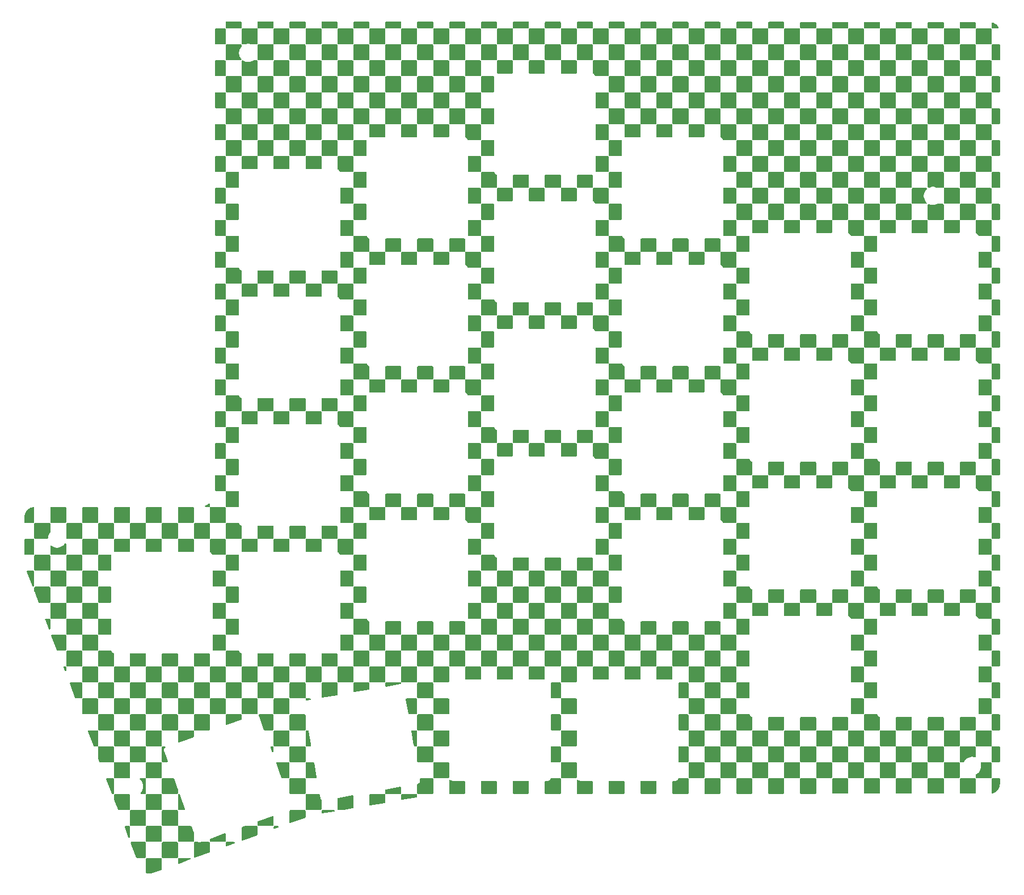
<source format=gbr>
G04 #@! TF.GenerationSoftware,KiCad,Pcbnew,9.0.6*
G04 #@! TF.CreationDate,2025-12-07T22:15:50+09:00*
G04 #@! TF.ProjectId,tarakkie_v1_light_top2,74617261-6b6b-4696-955f-76315f6c6967,rev?*
G04 #@! TF.SameCoordinates,Original*
G04 #@! TF.FileFunction,Copper,L2,Bot*
G04 #@! TF.FilePolarity,Positive*
%FSLAX46Y46*%
G04 Gerber Fmt 4.6, Leading zero omitted, Abs format (unit mm)*
G04 Created by KiCad (PCBNEW 9.0.6) date 2025-12-07 22:15:50*
%MOMM*%
%LPD*%
G01*
G04 APERTURE LIST*
G04 APERTURE END LIST*
G04 #@! TA.AperFunction,NonConductor*
G36*
X181125447Y-32443167D02*
G01*
X181137618Y-32445824D01*
X181154578Y-32450817D01*
X181338277Y-32519471D01*
X181354346Y-32526822D01*
X181422912Y-32564314D01*
X181526408Y-32620906D01*
X181541277Y-32630473D01*
X181698212Y-32748076D01*
X181711571Y-32759662D01*
X181850178Y-32898388D01*
X181861751Y-32911755D01*
X181979217Y-33068783D01*
X181988773Y-33083662D01*
X182027212Y-33154102D01*
X182042046Y-33222379D01*
X182017611Y-33287837D01*
X181961667Y-33329693D01*
X181918364Y-33337500D01*
X181099000Y-33337500D01*
X181031961Y-33317815D01*
X180986206Y-33265011D01*
X180975000Y-33213500D01*
X180975000Y-32564314D01*
X180994685Y-32497275D01*
X181047489Y-32451520D01*
X181116647Y-32441576D01*
X181125447Y-32443167D01*
G37*
G04 #@! TD.AperFunction*
G04 #@! TA.AperFunction,NonConductor*
G36*
X178469858Y-32384735D02*
G01*
X178536879Y-32404477D01*
X178582589Y-32457321D01*
X178593750Y-32508735D01*
X178593750Y-33213500D01*
X178574065Y-33280539D01*
X178521261Y-33326294D01*
X178469750Y-33337500D01*
X176336500Y-33337500D01*
X176269461Y-33317815D01*
X176223706Y-33265011D01*
X176212500Y-33213500D01*
X176212500Y-32506898D01*
X176232185Y-32439859D01*
X176284989Y-32394104D01*
X176336603Y-32382898D01*
X178469858Y-32384735D01*
G37*
G04 #@! TD.AperFunction*
G04 #@! TA.AperFunction,NonConductor*
G36*
X173707358Y-32380635D02*
G01*
X173774379Y-32400377D01*
X173820089Y-32453221D01*
X173831250Y-32504635D01*
X173831250Y-33213500D01*
X173811565Y-33280539D01*
X173758761Y-33326294D01*
X173707250Y-33337500D01*
X171574000Y-33337500D01*
X171506961Y-33317815D01*
X171461206Y-33265011D01*
X171450000Y-33213500D01*
X171450000Y-32502798D01*
X171469685Y-32435759D01*
X171522489Y-32390004D01*
X171574103Y-32378798D01*
X173707358Y-32380635D01*
G37*
G04 #@! TD.AperFunction*
G04 #@! TA.AperFunction,NonConductor*
G36*
X168944858Y-32376535D02*
G01*
X169011879Y-32396277D01*
X169057589Y-32449121D01*
X169068750Y-32500535D01*
X169068750Y-33213500D01*
X169049065Y-33280539D01*
X168996261Y-33326294D01*
X168944750Y-33337500D01*
X166811500Y-33337500D01*
X166744461Y-33317815D01*
X166698706Y-33265011D01*
X166687500Y-33213500D01*
X166687500Y-32498698D01*
X166707185Y-32431659D01*
X166759989Y-32385904D01*
X166811603Y-32374698D01*
X168944858Y-32376535D01*
G37*
G04 #@! TD.AperFunction*
G04 #@! TA.AperFunction,NonConductor*
G36*
X164182358Y-32372435D02*
G01*
X164249379Y-32392177D01*
X164295089Y-32445021D01*
X164306250Y-32496435D01*
X164306250Y-33213500D01*
X164286565Y-33280539D01*
X164233761Y-33326294D01*
X164182250Y-33337500D01*
X162049000Y-33337500D01*
X161981961Y-33317815D01*
X161936206Y-33265011D01*
X161925000Y-33213500D01*
X161925000Y-32494598D01*
X161944685Y-32427559D01*
X161997489Y-32381804D01*
X162049103Y-32370598D01*
X164182358Y-32372435D01*
G37*
G04 #@! TD.AperFunction*
G04 #@! TA.AperFunction,NonConductor*
G36*
X159419858Y-32368335D02*
G01*
X159486879Y-32388077D01*
X159532589Y-32440921D01*
X159543750Y-32492335D01*
X159543750Y-33213500D01*
X159524065Y-33280539D01*
X159471261Y-33326294D01*
X159419750Y-33337500D01*
X157286500Y-33337500D01*
X157219461Y-33317815D01*
X157173706Y-33265011D01*
X157162500Y-33213500D01*
X157162500Y-32490498D01*
X157182185Y-32423459D01*
X157234989Y-32377704D01*
X157286603Y-32366498D01*
X159419858Y-32368335D01*
G37*
G04 #@! TD.AperFunction*
G04 #@! TA.AperFunction,NonConductor*
G36*
X154657358Y-32364235D02*
G01*
X154724379Y-32383977D01*
X154770089Y-32436821D01*
X154781250Y-32488235D01*
X154781250Y-33213500D01*
X154761565Y-33280539D01*
X154708761Y-33326294D01*
X154657250Y-33337500D01*
X152524000Y-33337500D01*
X152456961Y-33317815D01*
X152411206Y-33265011D01*
X152400000Y-33213500D01*
X152400000Y-32486398D01*
X152419685Y-32419359D01*
X152472489Y-32373604D01*
X152524103Y-32362398D01*
X154657358Y-32364235D01*
G37*
G04 #@! TD.AperFunction*
G04 #@! TA.AperFunction,NonConductor*
G36*
X149894858Y-32360135D02*
G01*
X149961879Y-32379877D01*
X150007589Y-32432721D01*
X150018750Y-32484135D01*
X150018750Y-33213500D01*
X149999065Y-33280539D01*
X149946261Y-33326294D01*
X149894750Y-33337500D01*
X147761500Y-33337500D01*
X147694461Y-33317815D01*
X147648706Y-33265011D01*
X147637500Y-33213500D01*
X147637500Y-32482299D01*
X147657185Y-32415260D01*
X147709989Y-32369505D01*
X147761603Y-32358299D01*
X149894858Y-32360135D01*
G37*
G04 #@! TD.AperFunction*
G04 #@! TA.AperFunction,NonConductor*
G36*
X145132358Y-32356036D02*
G01*
X145199379Y-32375778D01*
X145245089Y-32428622D01*
X145256250Y-32480036D01*
X145256250Y-33213500D01*
X145236565Y-33280539D01*
X145183761Y-33326294D01*
X145132250Y-33337500D01*
X142999000Y-33337500D01*
X142931961Y-33317815D01*
X142886206Y-33265011D01*
X142875000Y-33213500D01*
X142875000Y-32478199D01*
X142894685Y-32411160D01*
X142947489Y-32365405D01*
X142999103Y-32354199D01*
X145132358Y-32356036D01*
G37*
G04 #@! TD.AperFunction*
G04 #@! TA.AperFunction,NonConductor*
G36*
X140369858Y-32351936D02*
G01*
X140436879Y-32371678D01*
X140482589Y-32424522D01*
X140493750Y-32475936D01*
X140493750Y-33213500D01*
X140474065Y-33280539D01*
X140421261Y-33326294D01*
X140369750Y-33337500D01*
X138236500Y-33337500D01*
X138169461Y-33317815D01*
X138123706Y-33265011D01*
X138112500Y-33213500D01*
X138112500Y-32474099D01*
X138132185Y-32407060D01*
X138184989Y-32361305D01*
X138236603Y-32350099D01*
X140369858Y-32351936D01*
G37*
G04 #@! TD.AperFunction*
G04 #@! TA.AperFunction,NonConductor*
G36*
X135607358Y-32347836D02*
G01*
X135674379Y-32367578D01*
X135720089Y-32420422D01*
X135731250Y-32471836D01*
X135731250Y-33213500D01*
X135711565Y-33280539D01*
X135658761Y-33326294D01*
X135607250Y-33337500D01*
X133474000Y-33337500D01*
X133406961Y-33317815D01*
X133361206Y-33265011D01*
X133350000Y-33213500D01*
X133350000Y-32469999D01*
X133369685Y-32402960D01*
X133422489Y-32357205D01*
X133474103Y-32345999D01*
X135607358Y-32347836D01*
G37*
G04 #@! TD.AperFunction*
G04 #@! TA.AperFunction,NonConductor*
G36*
X130844858Y-32343736D02*
G01*
X130911879Y-32363478D01*
X130957589Y-32416322D01*
X130968750Y-32467736D01*
X130968750Y-33213500D01*
X130949065Y-33280539D01*
X130896261Y-33326294D01*
X130844750Y-33337500D01*
X128711500Y-33337500D01*
X128644461Y-33317815D01*
X128598706Y-33265011D01*
X128587500Y-33213500D01*
X128587500Y-32465899D01*
X128607185Y-32398860D01*
X128659989Y-32353105D01*
X128711603Y-32341899D01*
X130844858Y-32343736D01*
G37*
G04 #@! TD.AperFunction*
G04 #@! TA.AperFunction,NonConductor*
G36*
X126082358Y-32339636D02*
G01*
X126149379Y-32359378D01*
X126195089Y-32412222D01*
X126206250Y-32463636D01*
X126206250Y-33213500D01*
X126186565Y-33280539D01*
X126133761Y-33326294D01*
X126082250Y-33337500D01*
X123949000Y-33337500D01*
X123881961Y-33317815D01*
X123836206Y-33265011D01*
X123825000Y-33213500D01*
X123825000Y-32461799D01*
X123844685Y-32394760D01*
X123897489Y-32349005D01*
X123949103Y-32337799D01*
X126082358Y-32339636D01*
G37*
G04 #@! TD.AperFunction*
G04 #@! TA.AperFunction,NonConductor*
G36*
X121319858Y-32335536D02*
G01*
X121386879Y-32355278D01*
X121432589Y-32408122D01*
X121443750Y-32459536D01*
X121443750Y-33213500D01*
X121424065Y-33280539D01*
X121371261Y-33326294D01*
X121319750Y-33337500D01*
X119186500Y-33337500D01*
X119119461Y-33317815D01*
X119073706Y-33265011D01*
X119062500Y-33213500D01*
X119062500Y-32457699D01*
X119082185Y-32390660D01*
X119134989Y-32344905D01*
X119186603Y-32333699D01*
X121319858Y-32335536D01*
G37*
G04 #@! TD.AperFunction*
G04 #@! TA.AperFunction,NonConductor*
G36*
X116557358Y-32331436D02*
G01*
X116624379Y-32351178D01*
X116670089Y-32404022D01*
X116681250Y-32455436D01*
X116681250Y-33213500D01*
X116661565Y-33280539D01*
X116608761Y-33326294D01*
X116557250Y-33337500D01*
X114424000Y-33337500D01*
X114356961Y-33317815D01*
X114311206Y-33265011D01*
X114300000Y-33213500D01*
X114300000Y-32453599D01*
X114319685Y-32386560D01*
X114372489Y-32340805D01*
X114424103Y-32329599D01*
X116557358Y-32331436D01*
G37*
G04 #@! TD.AperFunction*
G04 #@! TA.AperFunction,NonConductor*
G36*
X111794858Y-32327336D02*
G01*
X111861879Y-32347078D01*
X111907589Y-32399922D01*
X111918750Y-32451336D01*
X111918750Y-33213500D01*
X111899065Y-33280539D01*
X111846261Y-33326294D01*
X111794750Y-33337500D01*
X109661500Y-33337500D01*
X109594461Y-33317815D01*
X109548706Y-33265011D01*
X109537500Y-33213500D01*
X109537500Y-32449499D01*
X109557185Y-32382460D01*
X109609989Y-32336705D01*
X109661603Y-32325499D01*
X111794858Y-32327336D01*
G37*
G04 #@! TD.AperFunction*
G04 #@! TA.AperFunction,NonConductor*
G36*
X107032358Y-32323236D02*
G01*
X107099379Y-32342978D01*
X107145089Y-32395822D01*
X107156250Y-32447236D01*
X107156250Y-33213500D01*
X107136565Y-33280539D01*
X107083761Y-33326294D01*
X107032250Y-33337500D01*
X104899000Y-33337500D01*
X104831961Y-33317815D01*
X104786206Y-33265011D01*
X104775000Y-33213500D01*
X104775000Y-32445399D01*
X104794685Y-32378360D01*
X104847489Y-32332605D01*
X104899103Y-32321399D01*
X107032358Y-32323236D01*
G37*
G04 #@! TD.AperFunction*
G04 #@! TA.AperFunction,NonConductor*
G36*
X102269858Y-32319137D02*
G01*
X102336879Y-32338879D01*
X102382589Y-32391723D01*
X102393750Y-32443137D01*
X102393750Y-33213500D01*
X102374065Y-33280539D01*
X102321261Y-33326294D01*
X102269750Y-33337500D01*
X100136500Y-33337500D01*
X100069461Y-33317815D01*
X100023706Y-33265011D01*
X100012500Y-33213500D01*
X100012500Y-32441300D01*
X100032185Y-32374261D01*
X100084989Y-32328506D01*
X100136603Y-32317300D01*
X102269858Y-32319137D01*
G37*
G04 #@! TD.AperFunction*
G04 #@! TA.AperFunction,NonConductor*
G36*
X97507358Y-32315037D02*
G01*
X97574379Y-32334779D01*
X97620089Y-32387623D01*
X97631250Y-32439037D01*
X97631250Y-33213500D01*
X97611565Y-33280539D01*
X97558761Y-33326294D01*
X97507250Y-33337500D01*
X95374000Y-33337500D01*
X95306961Y-33317815D01*
X95261206Y-33265011D01*
X95250000Y-33213500D01*
X95250000Y-32437200D01*
X95269685Y-32370161D01*
X95322489Y-32324406D01*
X95374103Y-32313200D01*
X97507358Y-32315037D01*
G37*
G04 #@! TD.AperFunction*
G04 #@! TA.AperFunction,NonConductor*
G36*
X92744858Y-32310937D02*
G01*
X92811879Y-32330679D01*
X92857589Y-32383523D01*
X92868750Y-32434937D01*
X92868750Y-33213500D01*
X92849065Y-33280539D01*
X92796261Y-33326294D01*
X92744750Y-33337500D01*
X90611500Y-33337500D01*
X90544461Y-33317815D01*
X90498706Y-33265011D01*
X90487500Y-33213500D01*
X90487500Y-32433100D01*
X90507185Y-32366061D01*
X90559989Y-32320306D01*
X90611603Y-32309100D01*
X92744858Y-32310937D01*
G37*
G04 #@! TD.AperFunction*
G04 #@! TA.AperFunction,NonConductor*
G36*
X87982358Y-32306837D02*
G01*
X88049379Y-32326579D01*
X88095089Y-32379423D01*
X88106250Y-32430837D01*
X88106250Y-33213500D01*
X88086565Y-33280539D01*
X88033761Y-33326294D01*
X87982250Y-33337500D01*
X85849000Y-33337500D01*
X85781961Y-33317815D01*
X85736206Y-33265011D01*
X85725000Y-33213500D01*
X85725000Y-32429000D01*
X85744685Y-32361961D01*
X85797489Y-32316206D01*
X85849103Y-32305000D01*
X87982358Y-32306837D01*
G37*
G04 #@! TD.AperFunction*
G04 #@! TA.AperFunction,NonConductor*
G36*
X83219858Y-32302737D02*
G01*
X83286879Y-32322479D01*
X83332589Y-32375323D01*
X83343750Y-32426737D01*
X83343750Y-33213500D01*
X83324065Y-33280539D01*
X83271261Y-33326294D01*
X83219750Y-33337500D01*
X81086500Y-33337500D01*
X81019461Y-33317815D01*
X80973706Y-33265011D01*
X80962500Y-33213500D01*
X80962500Y-32424900D01*
X80982185Y-32357861D01*
X81034989Y-32312106D01*
X81086603Y-32300900D01*
X83219858Y-32302737D01*
G37*
G04 #@! TD.AperFunction*
G04 #@! TA.AperFunction,NonConductor*
G36*
X78457358Y-32298637D02*
G01*
X78524379Y-32318379D01*
X78570089Y-32371223D01*
X78581250Y-32422637D01*
X78581250Y-33213500D01*
X78561565Y-33280539D01*
X78508761Y-33326294D01*
X78457250Y-33337500D01*
X76324000Y-33337500D01*
X76256961Y-33317815D01*
X76211206Y-33265011D01*
X76200000Y-33213500D01*
X76200000Y-32420800D01*
X76219685Y-32353761D01*
X76272489Y-32308006D01*
X76324103Y-32296800D01*
X78457358Y-32298637D01*
G37*
G04 #@! TD.AperFunction*
G04 #@! TA.AperFunction,NonConductor*
G36*
X73694858Y-32294537D02*
G01*
X73761879Y-32314279D01*
X73807589Y-32367123D01*
X73818750Y-32418537D01*
X73818750Y-33213500D01*
X73799065Y-33280539D01*
X73746261Y-33326294D01*
X73694750Y-33337500D01*
X71561500Y-33337500D01*
X71494461Y-33317815D01*
X71448706Y-33265011D01*
X71437500Y-33213500D01*
X71437500Y-32416700D01*
X71457185Y-32349661D01*
X71509989Y-32303906D01*
X71561603Y-32292700D01*
X73694858Y-32294537D01*
G37*
G04 #@! TD.AperFunction*
G04 #@! TA.AperFunction,NonConductor*
G36*
X68932358Y-32290437D02*
G01*
X68999379Y-32310179D01*
X69045089Y-32363023D01*
X69056250Y-32414437D01*
X69056250Y-33213500D01*
X69036565Y-33280539D01*
X68983761Y-33326294D01*
X68932250Y-33337500D01*
X66799000Y-33337500D01*
X66731961Y-33317815D01*
X66686206Y-33265011D01*
X66675000Y-33213500D01*
X66675000Y-32412600D01*
X66694685Y-32345561D01*
X66747489Y-32299806D01*
X66799103Y-32288600D01*
X68932358Y-32290437D01*
G37*
G04 #@! TD.AperFunction*
G04 #@! TA.AperFunction,NonConductor*
G36*
X180918039Y-33357185D02*
G01*
X180963794Y-33409989D01*
X180975000Y-33461500D01*
X180975000Y-35594750D01*
X180955315Y-35661789D01*
X180902511Y-35707544D01*
X180851000Y-35718750D01*
X178717750Y-35718750D01*
X178650711Y-35699065D01*
X178604956Y-35646261D01*
X178593750Y-35594750D01*
X178593750Y-33461500D01*
X178613435Y-33394461D01*
X178666239Y-33348706D01*
X178717750Y-33337500D01*
X180851000Y-33337500D01*
X180918039Y-33357185D01*
G37*
G04 #@! TD.AperFunction*
G04 #@! TA.AperFunction,NonConductor*
G36*
X176155539Y-33357185D02*
G01*
X176201294Y-33409989D01*
X176212500Y-33461500D01*
X176212500Y-35594750D01*
X176192815Y-35661789D01*
X176140011Y-35707544D01*
X176088500Y-35718750D01*
X173955250Y-35718750D01*
X173888211Y-35699065D01*
X173842456Y-35646261D01*
X173831250Y-35594750D01*
X173831250Y-33461500D01*
X173850935Y-33394461D01*
X173903739Y-33348706D01*
X173955250Y-33337500D01*
X176088500Y-33337500D01*
X176155539Y-33357185D01*
G37*
G04 #@! TD.AperFunction*
G04 #@! TA.AperFunction,NonConductor*
G36*
X171393039Y-33357185D02*
G01*
X171438794Y-33409989D01*
X171450000Y-33461500D01*
X171450000Y-35594750D01*
X171430315Y-35661789D01*
X171377511Y-35707544D01*
X171326000Y-35718750D01*
X169192750Y-35718750D01*
X169125711Y-35699065D01*
X169079956Y-35646261D01*
X169068750Y-35594750D01*
X169068750Y-33461500D01*
X169088435Y-33394461D01*
X169141239Y-33348706D01*
X169192750Y-33337500D01*
X171326000Y-33337500D01*
X171393039Y-33357185D01*
G37*
G04 #@! TD.AperFunction*
G04 #@! TA.AperFunction,NonConductor*
G36*
X166630539Y-33357185D02*
G01*
X166676294Y-33409989D01*
X166687500Y-33461500D01*
X166687500Y-35594750D01*
X166667815Y-35661789D01*
X166615011Y-35707544D01*
X166563500Y-35718750D01*
X164430250Y-35718750D01*
X164363211Y-35699065D01*
X164317456Y-35646261D01*
X164306250Y-35594750D01*
X164306250Y-33461500D01*
X164325935Y-33394461D01*
X164378739Y-33348706D01*
X164430250Y-33337500D01*
X166563500Y-33337500D01*
X166630539Y-33357185D01*
G37*
G04 #@! TD.AperFunction*
G04 #@! TA.AperFunction,NonConductor*
G36*
X161868039Y-33357185D02*
G01*
X161913794Y-33409989D01*
X161925000Y-33461500D01*
X161925000Y-35594750D01*
X161905315Y-35661789D01*
X161852511Y-35707544D01*
X161801000Y-35718750D01*
X159667750Y-35718750D01*
X159600711Y-35699065D01*
X159554956Y-35646261D01*
X159543750Y-35594750D01*
X159543750Y-33461500D01*
X159563435Y-33394461D01*
X159616239Y-33348706D01*
X159667750Y-33337500D01*
X161801000Y-33337500D01*
X161868039Y-33357185D01*
G37*
G04 #@! TD.AperFunction*
G04 #@! TA.AperFunction,NonConductor*
G36*
X157105539Y-33357185D02*
G01*
X157151294Y-33409989D01*
X157162500Y-33461500D01*
X157162500Y-35594750D01*
X157142815Y-35661789D01*
X157090011Y-35707544D01*
X157038500Y-35718750D01*
X154905250Y-35718750D01*
X154838211Y-35699065D01*
X154792456Y-35646261D01*
X154781250Y-35594750D01*
X154781250Y-33461500D01*
X154800935Y-33394461D01*
X154853739Y-33348706D01*
X154905250Y-33337500D01*
X157038500Y-33337500D01*
X157105539Y-33357185D01*
G37*
G04 #@! TD.AperFunction*
G04 #@! TA.AperFunction,NonConductor*
G36*
X152343039Y-33357185D02*
G01*
X152388794Y-33409989D01*
X152400000Y-33461500D01*
X152400000Y-35594750D01*
X152380315Y-35661789D01*
X152327511Y-35707544D01*
X152276000Y-35718750D01*
X150142750Y-35718750D01*
X150075711Y-35699065D01*
X150029956Y-35646261D01*
X150018750Y-35594750D01*
X150018750Y-33461500D01*
X150038435Y-33394461D01*
X150091239Y-33348706D01*
X150142750Y-33337500D01*
X152276000Y-33337500D01*
X152343039Y-33357185D01*
G37*
G04 #@! TD.AperFunction*
G04 #@! TA.AperFunction,NonConductor*
G36*
X147580539Y-33357185D02*
G01*
X147626294Y-33409989D01*
X147637500Y-33461500D01*
X147637500Y-35594750D01*
X147617815Y-35661789D01*
X147565011Y-35707544D01*
X147513500Y-35718750D01*
X145380250Y-35718750D01*
X145313211Y-35699065D01*
X145267456Y-35646261D01*
X145256250Y-35594750D01*
X145256250Y-33461500D01*
X145275935Y-33394461D01*
X145328739Y-33348706D01*
X145380250Y-33337500D01*
X147513500Y-33337500D01*
X147580539Y-33357185D01*
G37*
G04 #@! TD.AperFunction*
G04 #@! TA.AperFunction,NonConductor*
G36*
X142818039Y-33357185D02*
G01*
X142863794Y-33409989D01*
X142875000Y-33461500D01*
X142875000Y-35594750D01*
X142855315Y-35661789D01*
X142802511Y-35707544D01*
X142751000Y-35718750D01*
X140617750Y-35718750D01*
X140550711Y-35699065D01*
X140504956Y-35646261D01*
X140493750Y-35594750D01*
X140493750Y-33461500D01*
X140513435Y-33394461D01*
X140566239Y-33348706D01*
X140617750Y-33337500D01*
X142751000Y-33337500D01*
X142818039Y-33357185D01*
G37*
G04 #@! TD.AperFunction*
G04 #@! TA.AperFunction,NonConductor*
G36*
X138055539Y-33357185D02*
G01*
X138101294Y-33409989D01*
X138112500Y-33461500D01*
X138112500Y-35594750D01*
X138092815Y-35661789D01*
X138040011Y-35707544D01*
X137988500Y-35718750D01*
X135855250Y-35718750D01*
X135788211Y-35699065D01*
X135742456Y-35646261D01*
X135731250Y-35594750D01*
X135731250Y-33461500D01*
X135750935Y-33394461D01*
X135803739Y-33348706D01*
X135855250Y-33337500D01*
X137988500Y-33337500D01*
X138055539Y-33357185D01*
G37*
G04 #@! TD.AperFunction*
G04 #@! TA.AperFunction,NonConductor*
G36*
X133293039Y-33357185D02*
G01*
X133338794Y-33409989D01*
X133350000Y-33461500D01*
X133350000Y-35594750D01*
X133330315Y-35661789D01*
X133277511Y-35707544D01*
X133226000Y-35718750D01*
X131092750Y-35718750D01*
X131025711Y-35699065D01*
X130979956Y-35646261D01*
X130968750Y-35594750D01*
X130968750Y-33461500D01*
X130988435Y-33394461D01*
X131041239Y-33348706D01*
X131092750Y-33337500D01*
X133226000Y-33337500D01*
X133293039Y-33357185D01*
G37*
G04 #@! TD.AperFunction*
G04 #@! TA.AperFunction,NonConductor*
G36*
X128530539Y-33357185D02*
G01*
X128576294Y-33409989D01*
X128587500Y-33461500D01*
X128587500Y-35594750D01*
X128567815Y-35661789D01*
X128515011Y-35707544D01*
X128463500Y-35718750D01*
X126330250Y-35718750D01*
X126263211Y-35699065D01*
X126217456Y-35646261D01*
X126206250Y-35594750D01*
X126206250Y-33461500D01*
X126225935Y-33394461D01*
X126278739Y-33348706D01*
X126330250Y-33337500D01*
X128463500Y-33337500D01*
X128530539Y-33357185D01*
G37*
G04 #@! TD.AperFunction*
G04 #@! TA.AperFunction,NonConductor*
G36*
X123768039Y-33357185D02*
G01*
X123813794Y-33409989D01*
X123825000Y-33461500D01*
X123825000Y-35594750D01*
X123805315Y-35661789D01*
X123752511Y-35707544D01*
X123701000Y-35718750D01*
X121567750Y-35718750D01*
X121500711Y-35699065D01*
X121454956Y-35646261D01*
X121443750Y-35594750D01*
X121443750Y-33461500D01*
X121463435Y-33394461D01*
X121516239Y-33348706D01*
X121567750Y-33337500D01*
X123701000Y-33337500D01*
X123768039Y-33357185D01*
G37*
G04 #@! TD.AperFunction*
G04 #@! TA.AperFunction,NonConductor*
G36*
X119005539Y-33357185D02*
G01*
X119051294Y-33409989D01*
X119062500Y-33461500D01*
X119062500Y-35594750D01*
X119042815Y-35661789D01*
X118990011Y-35707544D01*
X118938500Y-35718750D01*
X116805250Y-35718750D01*
X116738211Y-35699065D01*
X116692456Y-35646261D01*
X116681250Y-35594750D01*
X116681250Y-33461500D01*
X116700935Y-33394461D01*
X116753739Y-33348706D01*
X116805250Y-33337500D01*
X118938500Y-33337500D01*
X119005539Y-33357185D01*
G37*
G04 #@! TD.AperFunction*
G04 #@! TA.AperFunction,NonConductor*
G36*
X114243039Y-33357185D02*
G01*
X114288794Y-33409989D01*
X114300000Y-33461500D01*
X114300000Y-35594750D01*
X114280315Y-35661789D01*
X114227511Y-35707544D01*
X114176000Y-35718750D01*
X112042750Y-35718750D01*
X111975711Y-35699065D01*
X111929956Y-35646261D01*
X111918750Y-35594750D01*
X111918750Y-33461500D01*
X111938435Y-33394461D01*
X111991239Y-33348706D01*
X112042750Y-33337500D01*
X114176000Y-33337500D01*
X114243039Y-33357185D01*
G37*
G04 #@! TD.AperFunction*
G04 #@! TA.AperFunction,NonConductor*
G36*
X109480539Y-33357185D02*
G01*
X109526294Y-33409989D01*
X109537500Y-33461500D01*
X109537500Y-35594750D01*
X109517815Y-35661789D01*
X109465011Y-35707544D01*
X109413500Y-35718750D01*
X107280250Y-35718750D01*
X107213211Y-35699065D01*
X107167456Y-35646261D01*
X107156250Y-35594750D01*
X107156250Y-33461500D01*
X107175935Y-33394461D01*
X107228739Y-33348706D01*
X107280250Y-33337500D01*
X109413500Y-33337500D01*
X109480539Y-33357185D01*
G37*
G04 #@! TD.AperFunction*
G04 #@! TA.AperFunction,NonConductor*
G36*
X104718039Y-33357185D02*
G01*
X104763794Y-33409989D01*
X104775000Y-33461500D01*
X104775000Y-35594750D01*
X104755315Y-35661789D01*
X104702511Y-35707544D01*
X104651000Y-35718750D01*
X102517750Y-35718750D01*
X102450711Y-35699065D01*
X102404956Y-35646261D01*
X102393750Y-35594750D01*
X102393750Y-33461500D01*
X102413435Y-33394461D01*
X102466239Y-33348706D01*
X102517750Y-33337500D01*
X104651000Y-33337500D01*
X104718039Y-33357185D01*
G37*
G04 #@! TD.AperFunction*
G04 #@! TA.AperFunction,NonConductor*
G36*
X99955539Y-33357185D02*
G01*
X100001294Y-33409989D01*
X100012500Y-33461500D01*
X100012500Y-35594750D01*
X99992815Y-35661789D01*
X99940011Y-35707544D01*
X99888500Y-35718750D01*
X97755250Y-35718750D01*
X97688211Y-35699065D01*
X97642456Y-35646261D01*
X97631250Y-35594750D01*
X97631250Y-33461500D01*
X97650935Y-33394461D01*
X97703739Y-33348706D01*
X97755250Y-33337500D01*
X99888500Y-33337500D01*
X99955539Y-33357185D01*
G37*
G04 #@! TD.AperFunction*
G04 #@! TA.AperFunction,NonConductor*
G36*
X95193039Y-33357185D02*
G01*
X95238794Y-33409989D01*
X95250000Y-33461500D01*
X95250000Y-35594750D01*
X95230315Y-35661789D01*
X95177511Y-35707544D01*
X95126000Y-35718750D01*
X92992750Y-35718750D01*
X92925711Y-35699065D01*
X92879956Y-35646261D01*
X92868750Y-35594750D01*
X92868750Y-33461500D01*
X92888435Y-33394461D01*
X92941239Y-33348706D01*
X92992750Y-33337500D01*
X95126000Y-33337500D01*
X95193039Y-33357185D01*
G37*
G04 #@! TD.AperFunction*
G04 #@! TA.AperFunction,NonConductor*
G36*
X90430539Y-33357185D02*
G01*
X90476294Y-33409989D01*
X90487500Y-33461500D01*
X90487500Y-35594750D01*
X90467815Y-35661789D01*
X90415011Y-35707544D01*
X90363500Y-35718750D01*
X88230250Y-35718750D01*
X88163211Y-35699065D01*
X88117456Y-35646261D01*
X88106250Y-35594750D01*
X88106250Y-33461500D01*
X88125935Y-33394461D01*
X88178739Y-33348706D01*
X88230250Y-33337500D01*
X90363500Y-33337500D01*
X90430539Y-33357185D01*
G37*
G04 #@! TD.AperFunction*
G04 #@! TA.AperFunction,NonConductor*
G36*
X85668039Y-33357185D02*
G01*
X85713794Y-33409989D01*
X85725000Y-33461500D01*
X85725000Y-35594750D01*
X85705315Y-35661789D01*
X85652511Y-35707544D01*
X85601000Y-35718750D01*
X83467750Y-35718750D01*
X83400711Y-35699065D01*
X83354956Y-35646261D01*
X83343750Y-35594750D01*
X83343750Y-33461500D01*
X83363435Y-33394461D01*
X83416239Y-33348706D01*
X83467750Y-33337500D01*
X85601000Y-33337500D01*
X85668039Y-33357185D01*
G37*
G04 #@! TD.AperFunction*
G04 #@! TA.AperFunction,NonConductor*
G36*
X80905539Y-33357185D02*
G01*
X80951294Y-33409989D01*
X80962500Y-33461500D01*
X80962500Y-35594750D01*
X80942815Y-35661789D01*
X80890011Y-35707544D01*
X80838500Y-35718750D01*
X78705250Y-35718750D01*
X78638211Y-35699065D01*
X78592456Y-35646261D01*
X78581250Y-35594750D01*
X78581250Y-33461500D01*
X78600935Y-33394461D01*
X78653739Y-33348706D01*
X78705250Y-33337500D01*
X80838500Y-33337500D01*
X80905539Y-33357185D01*
G37*
G04 #@! TD.AperFunction*
G04 #@! TA.AperFunction,NonConductor*
G36*
X76143039Y-33357185D02*
G01*
X76188794Y-33409989D01*
X76200000Y-33461500D01*
X76200000Y-35594750D01*
X76180315Y-35661789D01*
X76127511Y-35707544D01*
X76076000Y-35718750D01*
X73942750Y-35718750D01*
X73875711Y-35699065D01*
X73829956Y-35646261D01*
X73818750Y-35594750D01*
X73818750Y-33461500D01*
X73838435Y-33394461D01*
X73891239Y-33348706D01*
X73942750Y-33337500D01*
X76076000Y-33337500D01*
X76143039Y-33357185D01*
G37*
G04 #@! TD.AperFunction*
G04 #@! TA.AperFunction,NonConductor*
G36*
X71380539Y-33357185D02*
G01*
X71426294Y-33409989D01*
X71437500Y-33461500D01*
X71437500Y-35594750D01*
X71417815Y-35661789D01*
X71365011Y-35707544D01*
X71313500Y-35718750D01*
X70446667Y-35718750D01*
X70408349Y-35712681D01*
X70392539Y-35707544D01*
X70316243Y-35682753D01*
X70134993Y-35654046D01*
X70106287Y-35649500D01*
X69893713Y-35649500D01*
X69868459Y-35653499D01*
X69683756Y-35682753D01*
X69607461Y-35707544D01*
X69591650Y-35712681D01*
X69553333Y-35718750D01*
X69180250Y-35718750D01*
X69113211Y-35699065D01*
X69067456Y-35646261D01*
X69056250Y-35594750D01*
X69056250Y-33461500D01*
X69075935Y-33394461D01*
X69128739Y-33348706D01*
X69180250Y-33337500D01*
X71313500Y-33337500D01*
X71380539Y-33357185D01*
G37*
G04 #@! TD.AperFunction*
G04 #@! TA.AperFunction,NonConductor*
G36*
X66618039Y-33357185D02*
G01*
X66663794Y-33409989D01*
X66675000Y-33461500D01*
X66675000Y-35594750D01*
X66655315Y-35661789D01*
X66602511Y-35707544D01*
X66551000Y-35718750D01*
X65184801Y-35718750D01*
X65117762Y-35699065D01*
X65072007Y-35646261D01*
X65060801Y-35594750D01*
X65060801Y-33792322D01*
X65061117Y-33783476D01*
X65075431Y-33583341D01*
X65077947Y-33565836D01*
X65106379Y-33435140D01*
X65139864Y-33373818D01*
X65201188Y-33340334D01*
X65227545Y-33337500D01*
X66551000Y-33337500D01*
X66618039Y-33357185D01*
G37*
G04 #@! TD.AperFunction*
G04 #@! TA.AperFunction,NonConductor*
G36*
X182165340Y-35738435D02*
G01*
X182211095Y-35791239D01*
X182222301Y-35842750D01*
X182222301Y-37976000D01*
X182202616Y-38043039D01*
X182149812Y-38088794D01*
X182098301Y-38100000D01*
X181099000Y-38100000D01*
X181031961Y-38080315D01*
X180986206Y-38027511D01*
X180975000Y-37976000D01*
X180975000Y-35842750D01*
X180994685Y-35775711D01*
X181047489Y-35729956D01*
X181099000Y-35718750D01*
X182098301Y-35718750D01*
X182165340Y-35738435D01*
G37*
G04 #@! TD.AperFunction*
G04 #@! TA.AperFunction,NonConductor*
G36*
X178536789Y-35738435D02*
G01*
X178582544Y-35791239D01*
X178593750Y-35842750D01*
X178593750Y-37976000D01*
X178574065Y-38043039D01*
X178521261Y-38088794D01*
X178469750Y-38100000D01*
X176336500Y-38100000D01*
X176269461Y-38080315D01*
X176223706Y-38027511D01*
X176212500Y-37976000D01*
X176212500Y-35842750D01*
X176232185Y-35775711D01*
X176284989Y-35729956D01*
X176336500Y-35718750D01*
X178469750Y-35718750D01*
X178536789Y-35738435D01*
G37*
G04 #@! TD.AperFunction*
G04 #@! TA.AperFunction,NonConductor*
G36*
X173774289Y-35738435D02*
G01*
X173820044Y-35791239D01*
X173831250Y-35842750D01*
X173831250Y-37976000D01*
X173811565Y-38043039D01*
X173758761Y-38088794D01*
X173707250Y-38100000D01*
X171574000Y-38100000D01*
X171506961Y-38080315D01*
X171461206Y-38027511D01*
X171450000Y-37976000D01*
X171450000Y-35842750D01*
X171469685Y-35775711D01*
X171522489Y-35729956D01*
X171574000Y-35718750D01*
X173707250Y-35718750D01*
X173774289Y-35738435D01*
G37*
G04 #@! TD.AperFunction*
G04 #@! TA.AperFunction,NonConductor*
G36*
X169011789Y-35738435D02*
G01*
X169057544Y-35791239D01*
X169068750Y-35842750D01*
X169068750Y-37976000D01*
X169049065Y-38043039D01*
X168996261Y-38088794D01*
X168944750Y-38100000D01*
X166811500Y-38100000D01*
X166744461Y-38080315D01*
X166698706Y-38027511D01*
X166687500Y-37976000D01*
X166687500Y-35842750D01*
X166707185Y-35775711D01*
X166759989Y-35729956D01*
X166811500Y-35718750D01*
X168944750Y-35718750D01*
X169011789Y-35738435D01*
G37*
G04 #@! TD.AperFunction*
G04 #@! TA.AperFunction,NonConductor*
G36*
X164249289Y-35738435D02*
G01*
X164295044Y-35791239D01*
X164306250Y-35842750D01*
X164306250Y-37976000D01*
X164286565Y-38043039D01*
X164233761Y-38088794D01*
X164182250Y-38100000D01*
X162049000Y-38100000D01*
X161981961Y-38080315D01*
X161936206Y-38027511D01*
X161925000Y-37976000D01*
X161925000Y-35842750D01*
X161944685Y-35775711D01*
X161997489Y-35729956D01*
X162049000Y-35718750D01*
X164182250Y-35718750D01*
X164249289Y-35738435D01*
G37*
G04 #@! TD.AperFunction*
G04 #@! TA.AperFunction,NonConductor*
G36*
X159486789Y-35738435D02*
G01*
X159532544Y-35791239D01*
X159543750Y-35842750D01*
X159543750Y-37976000D01*
X159524065Y-38043039D01*
X159471261Y-38088794D01*
X159419750Y-38100000D01*
X157286500Y-38100000D01*
X157219461Y-38080315D01*
X157173706Y-38027511D01*
X157162500Y-37976000D01*
X157162500Y-35842750D01*
X157182185Y-35775711D01*
X157234989Y-35729956D01*
X157286500Y-35718750D01*
X159419750Y-35718750D01*
X159486789Y-35738435D01*
G37*
G04 #@! TD.AperFunction*
G04 #@! TA.AperFunction,NonConductor*
G36*
X154724289Y-35738435D02*
G01*
X154770044Y-35791239D01*
X154781250Y-35842750D01*
X154781250Y-37976000D01*
X154761565Y-38043039D01*
X154708761Y-38088794D01*
X154657250Y-38100000D01*
X152524000Y-38100000D01*
X152456961Y-38080315D01*
X152411206Y-38027511D01*
X152400000Y-37976000D01*
X152400000Y-35842750D01*
X152419685Y-35775711D01*
X152472489Y-35729956D01*
X152524000Y-35718750D01*
X154657250Y-35718750D01*
X154724289Y-35738435D01*
G37*
G04 #@! TD.AperFunction*
G04 #@! TA.AperFunction,NonConductor*
G36*
X149961789Y-35738435D02*
G01*
X150007544Y-35791239D01*
X150018750Y-35842750D01*
X150018750Y-37976000D01*
X149999065Y-38043039D01*
X149946261Y-38088794D01*
X149894750Y-38100000D01*
X147761500Y-38100000D01*
X147694461Y-38080315D01*
X147648706Y-38027511D01*
X147637500Y-37976000D01*
X147637500Y-35842750D01*
X147657185Y-35775711D01*
X147709989Y-35729956D01*
X147761500Y-35718750D01*
X149894750Y-35718750D01*
X149961789Y-35738435D01*
G37*
G04 #@! TD.AperFunction*
G04 #@! TA.AperFunction,NonConductor*
G36*
X145199289Y-35738435D02*
G01*
X145245044Y-35791239D01*
X145256250Y-35842750D01*
X145256250Y-37976000D01*
X145236565Y-38043039D01*
X145183761Y-38088794D01*
X145132250Y-38100000D01*
X142999000Y-38100000D01*
X142931961Y-38080315D01*
X142886206Y-38027511D01*
X142875000Y-37976000D01*
X142875000Y-35842750D01*
X142894685Y-35775711D01*
X142947489Y-35729956D01*
X142999000Y-35718750D01*
X145132250Y-35718750D01*
X145199289Y-35738435D01*
G37*
G04 #@! TD.AperFunction*
G04 #@! TA.AperFunction,NonConductor*
G36*
X140436789Y-35738435D02*
G01*
X140482544Y-35791239D01*
X140493750Y-35842750D01*
X140493750Y-37976000D01*
X140474065Y-38043039D01*
X140421261Y-38088794D01*
X140369750Y-38100000D01*
X138236500Y-38100000D01*
X138169461Y-38080315D01*
X138123706Y-38027511D01*
X138112500Y-37976000D01*
X138112500Y-35842750D01*
X138132185Y-35775711D01*
X138184989Y-35729956D01*
X138236500Y-35718750D01*
X140369750Y-35718750D01*
X140436789Y-35738435D01*
G37*
G04 #@! TD.AperFunction*
G04 #@! TA.AperFunction,NonConductor*
G36*
X135674289Y-35738435D02*
G01*
X135720044Y-35791239D01*
X135731250Y-35842750D01*
X135731250Y-37976000D01*
X135711565Y-38043039D01*
X135658761Y-38088794D01*
X135607250Y-38100000D01*
X133474000Y-38100000D01*
X133406961Y-38080315D01*
X133361206Y-38027511D01*
X133350000Y-37976000D01*
X133350000Y-35842750D01*
X133369685Y-35775711D01*
X133422489Y-35729956D01*
X133474000Y-35718750D01*
X135607250Y-35718750D01*
X135674289Y-35738435D01*
G37*
G04 #@! TD.AperFunction*
G04 #@! TA.AperFunction,NonConductor*
G36*
X130911789Y-35738435D02*
G01*
X130957544Y-35791239D01*
X130968750Y-35842750D01*
X130968750Y-37976000D01*
X130949065Y-38043039D01*
X130896261Y-38088794D01*
X130844750Y-38100000D01*
X128711500Y-38100000D01*
X128644461Y-38080315D01*
X128598706Y-38027511D01*
X128587500Y-37976000D01*
X128587500Y-35842750D01*
X128607185Y-35775711D01*
X128659989Y-35729956D01*
X128711500Y-35718750D01*
X130844750Y-35718750D01*
X130911789Y-35738435D01*
G37*
G04 #@! TD.AperFunction*
G04 #@! TA.AperFunction,NonConductor*
G36*
X126149289Y-35738435D02*
G01*
X126195044Y-35791239D01*
X126206250Y-35842750D01*
X126206250Y-37976000D01*
X126186565Y-38043039D01*
X126133761Y-38088794D01*
X126082250Y-38100000D01*
X123949000Y-38100000D01*
X123881961Y-38080315D01*
X123836206Y-38027511D01*
X123825000Y-37976000D01*
X123825000Y-35842750D01*
X123844685Y-35775711D01*
X123897489Y-35729956D01*
X123949000Y-35718750D01*
X126082250Y-35718750D01*
X126149289Y-35738435D01*
G37*
G04 #@! TD.AperFunction*
G04 #@! TA.AperFunction,NonConductor*
G36*
X121386789Y-35738435D02*
G01*
X121432544Y-35791239D01*
X121443750Y-35842750D01*
X121443750Y-37976000D01*
X121424065Y-38043039D01*
X121371261Y-38088794D01*
X121319750Y-38100000D01*
X119186500Y-38100000D01*
X119119461Y-38080315D01*
X119073706Y-38027511D01*
X119062500Y-37976000D01*
X119062500Y-35842750D01*
X119082185Y-35775711D01*
X119134989Y-35729956D01*
X119186500Y-35718750D01*
X121319750Y-35718750D01*
X121386789Y-35738435D01*
G37*
G04 #@! TD.AperFunction*
G04 #@! TA.AperFunction,NonConductor*
G36*
X116624289Y-35738435D02*
G01*
X116670044Y-35791239D01*
X116681250Y-35842750D01*
X116681250Y-37976000D01*
X116661565Y-38043039D01*
X116608761Y-38088794D01*
X116557250Y-38100000D01*
X114424000Y-38100000D01*
X114356961Y-38080315D01*
X114311206Y-38027511D01*
X114300000Y-37976000D01*
X114300000Y-35842750D01*
X114319685Y-35775711D01*
X114372489Y-35729956D01*
X114424000Y-35718750D01*
X116557250Y-35718750D01*
X116624289Y-35738435D01*
G37*
G04 #@! TD.AperFunction*
G04 #@! TA.AperFunction,NonConductor*
G36*
X111861789Y-35738435D02*
G01*
X111907544Y-35791239D01*
X111918750Y-35842750D01*
X111918750Y-37976000D01*
X111899065Y-38043039D01*
X111846261Y-38088794D01*
X111794750Y-38100000D01*
X109661500Y-38100000D01*
X109594461Y-38080315D01*
X109548706Y-38027511D01*
X109537500Y-37976000D01*
X109537500Y-35842750D01*
X109557185Y-35775711D01*
X109609989Y-35729956D01*
X109661500Y-35718750D01*
X111794750Y-35718750D01*
X111861789Y-35738435D01*
G37*
G04 #@! TD.AperFunction*
G04 #@! TA.AperFunction,NonConductor*
G36*
X107099289Y-35738435D02*
G01*
X107145044Y-35791239D01*
X107156250Y-35842750D01*
X107156250Y-37976000D01*
X107136565Y-38043039D01*
X107083761Y-38088794D01*
X107032250Y-38100000D01*
X104899000Y-38100000D01*
X104831961Y-38080315D01*
X104786206Y-38027511D01*
X104775000Y-37976000D01*
X104775000Y-35842750D01*
X104794685Y-35775711D01*
X104847489Y-35729956D01*
X104899000Y-35718750D01*
X107032250Y-35718750D01*
X107099289Y-35738435D01*
G37*
G04 #@! TD.AperFunction*
G04 #@! TA.AperFunction,NonConductor*
G36*
X102336789Y-35738435D02*
G01*
X102382544Y-35791239D01*
X102393750Y-35842750D01*
X102393750Y-37976000D01*
X102374065Y-38043039D01*
X102321261Y-38088794D01*
X102269750Y-38100000D01*
X100136500Y-38100000D01*
X100069461Y-38080315D01*
X100023706Y-38027511D01*
X100012500Y-37976000D01*
X100012500Y-35842750D01*
X100032185Y-35775711D01*
X100084989Y-35729956D01*
X100136500Y-35718750D01*
X102269750Y-35718750D01*
X102336789Y-35738435D01*
G37*
G04 #@! TD.AperFunction*
G04 #@! TA.AperFunction,NonConductor*
G36*
X97574289Y-35738435D02*
G01*
X97620044Y-35791239D01*
X97631250Y-35842750D01*
X97631250Y-37976000D01*
X97611565Y-38043039D01*
X97558761Y-38088794D01*
X97507250Y-38100000D01*
X95374000Y-38100000D01*
X95306961Y-38080315D01*
X95261206Y-38027511D01*
X95250000Y-37976000D01*
X95250000Y-35842750D01*
X95269685Y-35775711D01*
X95322489Y-35729956D01*
X95374000Y-35718750D01*
X97507250Y-35718750D01*
X97574289Y-35738435D01*
G37*
G04 #@! TD.AperFunction*
G04 #@! TA.AperFunction,NonConductor*
G36*
X92811789Y-35738435D02*
G01*
X92857544Y-35791239D01*
X92868750Y-35842750D01*
X92868750Y-37976000D01*
X92849065Y-38043039D01*
X92796261Y-38088794D01*
X92744750Y-38100000D01*
X90611500Y-38100000D01*
X90544461Y-38080315D01*
X90498706Y-38027511D01*
X90487500Y-37976000D01*
X90487500Y-35842750D01*
X90507185Y-35775711D01*
X90559989Y-35729956D01*
X90611500Y-35718750D01*
X92744750Y-35718750D01*
X92811789Y-35738435D01*
G37*
G04 #@! TD.AperFunction*
G04 #@! TA.AperFunction,NonConductor*
G36*
X88049289Y-35738435D02*
G01*
X88095044Y-35791239D01*
X88106250Y-35842750D01*
X88106250Y-37976000D01*
X88086565Y-38043039D01*
X88033761Y-38088794D01*
X87982250Y-38100000D01*
X85849000Y-38100000D01*
X85781961Y-38080315D01*
X85736206Y-38027511D01*
X85725000Y-37976000D01*
X85725000Y-35842750D01*
X85744685Y-35775711D01*
X85797489Y-35729956D01*
X85849000Y-35718750D01*
X87982250Y-35718750D01*
X88049289Y-35738435D01*
G37*
G04 #@! TD.AperFunction*
G04 #@! TA.AperFunction,NonConductor*
G36*
X83286789Y-35738435D02*
G01*
X83332544Y-35791239D01*
X83343750Y-35842750D01*
X83343750Y-37976000D01*
X83324065Y-38043039D01*
X83271261Y-38088794D01*
X83219750Y-38100000D01*
X81086500Y-38100000D01*
X81019461Y-38080315D01*
X80973706Y-38027511D01*
X80962500Y-37976000D01*
X80962500Y-35842750D01*
X80982185Y-35775711D01*
X81034989Y-35729956D01*
X81086500Y-35718750D01*
X83219750Y-35718750D01*
X83286789Y-35738435D01*
G37*
G04 #@! TD.AperFunction*
G04 #@! TA.AperFunction,NonConductor*
G36*
X78524289Y-35738435D02*
G01*
X78570044Y-35791239D01*
X78581250Y-35842750D01*
X78581250Y-37976000D01*
X78561565Y-38043039D01*
X78508761Y-38088794D01*
X78457250Y-38100000D01*
X76324000Y-38100000D01*
X76256961Y-38080315D01*
X76211206Y-38027511D01*
X76200000Y-37976000D01*
X76200000Y-35842750D01*
X76219685Y-35775711D01*
X76272489Y-35729956D01*
X76324000Y-35718750D01*
X78457250Y-35718750D01*
X78524289Y-35738435D01*
G37*
G04 #@! TD.AperFunction*
G04 #@! TA.AperFunction,NonConductor*
G36*
X73761789Y-35738435D02*
G01*
X73807544Y-35791239D01*
X73818750Y-35842750D01*
X73818750Y-37976000D01*
X73799065Y-38043039D01*
X73746261Y-38088794D01*
X73694750Y-38100000D01*
X71561500Y-38100000D01*
X71494461Y-38080315D01*
X71448706Y-38027511D01*
X71437500Y-37976000D01*
X71437500Y-35842750D01*
X71457185Y-35775711D01*
X71509989Y-35729956D01*
X71561500Y-35718750D01*
X73694750Y-35718750D01*
X73761789Y-35738435D01*
G37*
G04 #@! TD.AperFunction*
G04 #@! TA.AperFunction,NonConductor*
G36*
X68999289Y-35738435D02*
G01*
X69045044Y-35791239D01*
X69056250Y-35842750D01*
X69056250Y-35982492D01*
X69036565Y-36049531D01*
X69019931Y-36070173D01*
X68969894Y-36120209D01*
X68969890Y-36120213D01*
X68844951Y-36292179D01*
X68748444Y-36481585D01*
X68682753Y-36683760D01*
X68649500Y-36893713D01*
X68649500Y-37106286D01*
X68682753Y-37316239D01*
X68748444Y-37518414D01*
X68844951Y-37707820D01*
X68969890Y-37879786D01*
X68978423Y-37888319D01*
X69011908Y-37949642D01*
X69006924Y-38019334D01*
X68965052Y-38075267D01*
X68899588Y-38099684D01*
X68890742Y-38100000D01*
X66799000Y-38100000D01*
X66731961Y-38080315D01*
X66686206Y-38027511D01*
X66675000Y-37976000D01*
X66675000Y-35842750D01*
X66694685Y-35775711D01*
X66747489Y-35729956D01*
X66799000Y-35718750D01*
X68932250Y-35718750D01*
X68999289Y-35738435D01*
G37*
G04 #@! TD.AperFunction*
G04 #@! TA.AperFunction,NonConductor*
G36*
X119005539Y-38119685D02*
G01*
X119051294Y-38172489D01*
X119062500Y-38224000D01*
X119062500Y-39950500D01*
X119042815Y-40017539D01*
X118990011Y-40063294D01*
X118938500Y-40074500D01*
X116805250Y-40074500D01*
X116738211Y-40054815D01*
X116692456Y-40002011D01*
X116681250Y-39950500D01*
X116681250Y-38224000D01*
X116700935Y-38156961D01*
X116753739Y-38111206D01*
X116805250Y-38100000D01*
X118938500Y-38100000D01*
X119005539Y-38119685D01*
G37*
G04 #@! TD.AperFunction*
G04 #@! TA.AperFunction,NonConductor*
G36*
X114243039Y-38119685D02*
G01*
X114288794Y-38172489D01*
X114300000Y-38224000D01*
X114300000Y-39950500D01*
X114280315Y-40017539D01*
X114227511Y-40063294D01*
X114176000Y-40074500D01*
X112042750Y-40074500D01*
X111975711Y-40054815D01*
X111929956Y-40002011D01*
X111918750Y-39950500D01*
X111918750Y-38224000D01*
X111938435Y-38156961D01*
X111991239Y-38111206D01*
X112042750Y-38100000D01*
X114176000Y-38100000D01*
X114243039Y-38119685D01*
G37*
G04 #@! TD.AperFunction*
G04 #@! TA.AperFunction,NonConductor*
G36*
X109480539Y-38119685D02*
G01*
X109526294Y-38172489D01*
X109537500Y-38224000D01*
X109537500Y-39950500D01*
X109517815Y-40017539D01*
X109465011Y-40063294D01*
X109413500Y-40074500D01*
X107280250Y-40074500D01*
X107213211Y-40054815D01*
X107167456Y-40002011D01*
X107156250Y-39950500D01*
X107156250Y-38224000D01*
X107175935Y-38156961D01*
X107228739Y-38111206D01*
X107280250Y-38100000D01*
X109413500Y-38100000D01*
X109480539Y-38119685D01*
G37*
G04 #@! TD.AperFunction*
G04 #@! TA.AperFunction,NonConductor*
G36*
X180918039Y-38119685D02*
G01*
X180963794Y-38172489D01*
X180975000Y-38224000D01*
X180975000Y-40357250D01*
X180955315Y-40424289D01*
X180902511Y-40470044D01*
X180851000Y-40481250D01*
X178717750Y-40481250D01*
X178650711Y-40461565D01*
X178604956Y-40408761D01*
X178593750Y-40357250D01*
X178593750Y-38224000D01*
X178613435Y-38156961D01*
X178666239Y-38111206D01*
X178717750Y-38100000D01*
X180851000Y-38100000D01*
X180918039Y-38119685D01*
G37*
G04 #@! TD.AperFunction*
G04 #@! TA.AperFunction,NonConductor*
G36*
X176155539Y-38119685D02*
G01*
X176201294Y-38172489D01*
X176212500Y-38224000D01*
X176212500Y-40357250D01*
X176192815Y-40424289D01*
X176140011Y-40470044D01*
X176088500Y-40481250D01*
X173955250Y-40481250D01*
X173888211Y-40461565D01*
X173842456Y-40408761D01*
X173831250Y-40357250D01*
X173831250Y-38224000D01*
X173850935Y-38156961D01*
X173903739Y-38111206D01*
X173955250Y-38100000D01*
X176088500Y-38100000D01*
X176155539Y-38119685D01*
G37*
G04 #@! TD.AperFunction*
G04 #@! TA.AperFunction,NonConductor*
G36*
X171393039Y-38119685D02*
G01*
X171438794Y-38172489D01*
X171450000Y-38224000D01*
X171450000Y-40357250D01*
X171430315Y-40424289D01*
X171377511Y-40470044D01*
X171326000Y-40481250D01*
X169192750Y-40481250D01*
X169125711Y-40461565D01*
X169079956Y-40408761D01*
X169068750Y-40357250D01*
X169068750Y-38224000D01*
X169088435Y-38156961D01*
X169141239Y-38111206D01*
X169192750Y-38100000D01*
X171326000Y-38100000D01*
X171393039Y-38119685D01*
G37*
G04 #@! TD.AperFunction*
G04 #@! TA.AperFunction,NonConductor*
G36*
X166630539Y-38119685D02*
G01*
X166676294Y-38172489D01*
X166687500Y-38224000D01*
X166687500Y-40357250D01*
X166667815Y-40424289D01*
X166615011Y-40470044D01*
X166563500Y-40481250D01*
X164430250Y-40481250D01*
X164363211Y-40461565D01*
X164317456Y-40408761D01*
X164306250Y-40357250D01*
X164306250Y-38224000D01*
X164325935Y-38156961D01*
X164378739Y-38111206D01*
X164430250Y-38100000D01*
X166563500Y-38100000D01*
X166630539Y-38119685D01*
G37*
G04 #@! TD.AperFunction*
G04 #@! TA.AperFunction,NonConductor*
G36*
X161868039Y-38119685D02*
G01*
X161913794Y-38172489D01*
X161925000Y-38224000D01*
X161925000Y-40357250D01*
X161905315Y-40424289D01*
X161852511Y-40470044D01*
X161801000Y-40481250D01*
X159667750Y-40481250D01*
X159600711Y-40461565D01*
X159554956Y-40408761D01*
X159543750Y-40357250D01*
X159543750Y-38224000D01*
X159563435Y-38156961D01*
X159616239Y-38111206D01*
X159667750Y-38100000D01*
X161801000Y-38100000D01*
X161868039Y-38119685D01*
G37*
G04 #@! TD.AperFunction*
G04 #@! TA.AperFunction,NonConductor*
G36*
X157105539Y-38119685D02*
G01*
X157151294Y-38172489D01*
X157162500Y-38224000D01*
X157162500Y-40357250D01*
X157142815Y-40424289D01*
X157090011Y-40470044D01*
X157038500Y-40481250D01*
X154905250Y-40481250D01*
X154838211Y-40461565D01*
X154792456Y-40408761D01*
X154781250Y-40357250D01*
X154781250Y-38224000D01*
X154800935Y-38156961D01*
X154853739Y-38111206D01*
X154905250Y-38100000D01*
X157038500Y-38100000D01*
X157105539Y-38119685D01*
G37*
G04 #@! TD.AperFunction*
G04 #@! TA.AperFunction,NonConductor*
G36*
X152343039Y-38119685D02*
G01*
X152388794Y-38172489D01*
X152400000Y-38224000D01*
X152400000Y-40357250D01*
X152380315Y-40424289D01*
X152327511Y-40470044D01*
X152276000Y-40481250D01*
X150142750Y-40481250D01*
X150075711Y-40461565D01*
X150029956Y-40408761D01*
X150018750Y-40357250D01*
X150018750Y-38224000D01*
X150038435Y-38156961D01*
X150091239Y-38111206D01*
X150142750Y-38100000D01*
X152276000Y-38100000D01*
X152343039Y-38119685D01*
G37*
G04 #@! TD.AperFunction*
G04 #@! TA.AperFunction,NonConductor*
G36*
X147580539Y-38119685D02*
G01*
X147626294Y-38172489D01*
X147637500Y-38224000D01*
X147637500Y-40357250D01*
X147617815Y-40424289D01*
X147565011Y-40470044D01*
X147513500Y-40481250D01*
X145380250Y-40481250D01*
X145313211Y-40461565D01*
X145267456Y-40408761D01*
X145256250Y-40357250D01*
X145256250Y-38224000D01*
X145275935Y-38156961D01*
X145328739Y-38111206D01*
X145380250Y-38100000D01*
X147513500Y-38100000D01*
X147580539Y-38119685D01*
G37*
G04 #@! TD.AperFunction*
G04 #@! TA.AperFunction,NonConductor*
G36*
X142818039Y-38119685D02*
G01*
X142863794Y-38172489D01*
X142875000Y-38224000D01*
X142875000Y-40357250D01*
X142855315Y-40424289D01*
X142802511Y-40470044D01*
X142751000Y-40481250D01*
X140617750Y-40481250D01*
X140550711Y-40461565D01*
X140504956Y-40408761D01*
X140493750Y-40357250D01*
X140493750Y-38224000D01*
X140513435Y-38156961D01*
X140566239Y-38111206D01*
X140617750Y-38100000D01*
X142751000Y-38100000D01*
X142818039Y-38119685D01*
G37*
G04 #@! TD.AperFunction*
G04 #@! TA.AperFunction,NonConductor*
G36*
X138055539Y-38119685D02*
G01*
X138101294Y-38172489D01*
X138112500Y-38224000D01*
X138112500Y-40357250D01*
X138092815Y-40424289D01*
X138040011Y-40470044D01*
X137988500Y-40481250D01*
X135855250Y-40481250D01*
X135788211Y-40461565D01*
X135742456Y-40408761D01*
X135731250Y-40357250D01*
X135731250Y-38224000D01*
X135750935Y-38156961D01*
X135803739Y-38111206D01*
X135855250Y-38100000D01*
X137988500Y-38100000D01*
X138055539Y-38119685D01*
G37*
G04 #@! TD.AperFunction*
G04 #@! TA.AperFunction,NonConductor*
G36*
X133293039Y-38119685D02*
G01*
X133338794Y-38172489D01*
X133350000Y-38224000D01*
X133350000Y-40357250D01*
X133330315Y-40424289D01*
X133277511Y-40470044D01*
X133226000Y-40481250D01*
X131092750Y-40481250D01*
X131025711Y-40461565D01*
X130979956Y-40408761D01*
X130968750Y-40357250D01*
X130968750Y-38224000D01*
X130988435Y-38156961D01*
X131041239Y-38111206D01*
X131092750Y-38100000D01*
X133226000Y-38100000D01*
X133293039Y-38119685D01*
G37*
G04 #@! TD.AperFunction*
G04 #@! TA.AperFunction,NonConductor*
G36*
X128530539Y-38119685D02*
G01*
X128576294Y-38172489D01*
X128587500Y-38224000D01*
X128587500Y-40357250D01*
X128567815Y-40424289D01*
X128515011Y-40470044D01*
X128463500Y-40481250D01*
X126330250Y-40481250D01*
X126263211Y-40461565D01*
X126217456Y-40408761D01*
X126206250Y-40357250D01*
X126206250Y-38224000D01*
X126225935Y-38156961D01*
X126278739Y-38111206D01*
X126330250Y-38100000D01*
X128463500Y-38100000D01*
X128530539Y-38119685D01*
G37*
G04 #@! TD.AperFunction*
G04 #@! TA.AperFunction,NonConductor*
G36*
X123768039Y-38119685D02*
G01*
X123813794Y-38172489D01*
X123825000Y-38224000D01*
X123825000Y-40357250D01*
X123805315Y-40424289D01*
X123752511Y-40470044D01*
X123701000Y-40481250D01*
X121938184Y-40481250D01*
X121871145Y-40461565D01*
X121825390Y-40408761D01*
X121818409Y-40389343D01*
X121816391Y-40381812D01*
X121802210Y-40357250D01*
X121750500Y-40267686D01*
X121657314Y-40174500D01*
X121591421Y-40136456D01*
X121543185Y-40108607D01*
X121535650Y-40106588D01*
X121475991Y-40070220D01*
X121445466Y-40007371D01*
X121443750Y-39986815D01*
X121443750Y-38224000D01*
X121463435Y-38156961D01*
X121516239Y-38111206D01*
X121567750Y-38100000D01*
X123701000Y-38100000D01*
X123768039Y-38119685D01*
G37*
G04 #@! TD.AperFunction*
G04 #@! TA.AperFunction,NonConductor*
G36*
X104718039Y-38119685D02*
G01*
X104763794Y-38172489D01*
X104775000Y-38224000D01*
X104775000Y-40357250D01*
X104755315Y-40424289D01*
X104702511Y-40470044D01*
X104651000Y-40481250D01*
X102517750Y-40481250D01*
X102450711Y-40461565D01*
X102404956Y-40408761D01*
X102393750Y-40357250D01*
X102393750Y-38224000D01*
X102413435Y-38156961D01*
X102466239Y-38111206D01*
X102517750Y-38100000D01*
X104651000Y-38100000D01*
X104718039Y-38119685D01*
G37*
G04 #@! TD.AperFunction*
G04 #@! TA.AperFunction,NonConductor*
G36*
X99955539Y-38119685D02*
G01*
X100001294Y-38172489D01*
X100012500Y-38224000D01*
X100012500Y-40357250D01*
X99992815Y-40424289D01*
X99940011Y-40470044D01*
X99888500Y-40481250D01*
X97755250Y-40481250D01*
X97688211Y-40461565D01*
X97642456Y-40408761D01*
X97631250Y-40357250D01*
X97631250Y-38224000D01*
X97650935Y-38156961D01*
X97703739Y-38111206D01*
X97755250Y-38100000D01*
X99888500Y-38100000D01*
X99955539Y-38119685D01*
G37*
G04 #@! TD.AperFunction*
G04 #@! TA.AperFunction,NonConductor*
G36*
X95193039Y-38119685D02*
G01*
X95238794Y-38172489D01*
X95250000Y-38224000D01*
X95250000Y-40357250D01*
X95230315Y-40424289D01*
X95177511Y-40470044D01*
X95126000Y-40481250D01*
X92992750Y-40481250D01*
X92925711Y-40461565D01*
X92879956Y-40408761D01*
X92868750Y-40357250D01*
X92868750Y-38224000D01*
X92888435Y-38156961D01*
X92941239Y-38111206D01*
X92992750Y-38100000D01*
X95126000Y-38100000D01*
X95193039Y-38119685D01*
G37*
G04 #@! TD.AperFunction*
G04 #@! TA.AperFunction,NonConductor*
G36*
X90430539Y-38119685D02*
G01*
X90476294Y-38172489D01*
X90487500Y-38224000D01*
X90487500Y-40357250D01*
X90467815Y-40424289D01*
X90415011Y-40470044D01*
X90363500Y-40481250D01*
X88230250Y-40481250D01*
X88163211Y-40461565D01*
X88117456Y-40408761D01*
X88106250Y-40357250D01*
X88106250Y-38224000D01*
X88125935Y-38156961D01*
X88178739Y-38111206D01*
X88230250Y-38100000D01*
X90363500Y-38100000D01*
X90430539Y-38119685D01*
G37*
G04 #@! TD.AperFunction*
G04 #@! TA.AperFunction,NonConductor*
G36*
X85668039Y-38119685D02*
G01*
X85713794Y-38172489D01*
X85725000Y-38224000D01*
X85725000Y-40357250D01*
X85705315Y-40424289D01*
X85652511Y-40470044D01*
X85601000Y-40481250D01*
X83467750Y-40481250D01*
X83400711Y-40461565D01*
X83354956Y-40408761D01*
X83343750Y-40357250D01*
X83343750Y-38224000D01*
X83363435Y-38156961D01*
X83416239Y-38111206D01*
X83467750Y-38100000D01*
X85601000Y-38100000D01*
X85668039Y-38119685D01*
G37*
G04 #@! TD.AperFunction*
G04 #@! TA.AperFunction,NonConductor*
G36*
X80905539Y-38119685D02*
G01*
X80951294Y-38172489D01*
X80962500Y-38224000D01*
X80962500Y-40357250D01*
X80942815Y-40424289D01*
X80890011Y-40470044D01*
X80838500Y-40481250D01*
X78705250Y-40481250D01*
X78638211Y-40461565D01*
X78592456Y-40408761D01*
X78581250Y-40357250D01*
X78581250Y-38224000D01*
X78600935Y-38156961D01*
X78653739Y-38111206D01*
X78705250Y-38100000D01*
X80838500Y-38100000D01*
X80905539Y-38119685D01*
G37*
G04 #@! TD.AperFunction*
G04 #@! TA.AperFunction,NonConductor*
G36*
X76143039Y-38119685D02*
G01*
X76188794Y-38172489D01*
X76200000Y-38224000D01*
X76200000Y-40357250D01*
X76180315Y-40424289D01*
X76127511Y-40470044D01*
X76076000Y-40481250D01*
X73942750Y-40481250D01*
X73875711Y-40461565D01*
X73829956Y-40408761D01*
X73818750Y-40357250D01*
X73818750Y-38224000D01*
X73838435Y-38156961D01*
X73891239Y-38111206D01*
X73942750Y-38100000D01*
X76076000Y-38100000D01*
X76143039Y-38119685D01*
G37*
G04 #@! TD.AperFunction*
G04 #@! TA.AperFunction,NonConductor*
G36*
X71380539Y-38119685D02*
G01*
X71426294Y-38172489D01*
X71437500Y-38224000D01*
X71437500Y-40357250D01*
X71417815Y-40424289D01*
X71365011Y-40470044D01*
X71313500Y-40481250D01*
X69180250Y-40481250D01*
X69113211Y-40461565D01*
X69067456Y-40408761D01*
X69056250Y-40357250D01*
X69056250Y-38226998D01*
X69075935Y-38159959D01*
X69128739Y-38114204D01*
X69197897Y-38104260D01*
X69253132Y-38126678D01*
X69292184Y-38155051D01*
X69481588Y-38251557D01*
X69683757Y-38317246D01*
X69893713Y-38350500D01*
X69893714Y-38350500D01*
X70106286Y-38350500D01*
X70106287Y-38350500D01*
X70316243Y-38317246D01*
X70518412Y-38251557D01*
X70707816Y-38155051D01*
X70750992Y-38123681D01*
X70816798Y-38100202D01*
X70823877Y-38100000D01*
X71313500Y-38100000D01*
X71380539Y-38119685D01*
G37*
G04 #@! TD.AperFunction*
G04 #@! TA.AperFunction,NonConductor*
G36*
X66618039Y-38119685D02*
G01*
X66663794Y-38172489D01*
X66675000Y-38224000D01*
X66675000Y-40357250D01*
X66655315Y-40424289D01*
X66602511Y-40470044D01*
X66551000Y-40481250D01*
X65184801Y-40481250D01*
X65117762Y-40461565D01*
X65072007Y-40408761D01*
X65060801Y-40357250D01*
X65060801Y-38224000D01*
X65080486Y-38156961D01*
X65133290Y-38111206D01*
X65184801Y-38100000D01*
X66551000Y-38100000D01*
X66618039Y-38119685D01*
G37*
G04 #@! TD.AperFunction*
G04 #@! TA.AperFunction,NonConductor*
G36*
X182165340Y-40500935D02*
G01*
X182211095Y-40553739D01*
X182222301Y-40605250D01*
X182222301Y-42738500D01*
X182202616Y-42805539D01*
X182149812Y-42851294D01*
X182098301Y-42862500D01*
X181099000Y-42862500D01*
X181031961Y-42842815D01*
X180986206Y-42790011D01*
X180975000Y-42738500D01*
X180975000Y-40605250D01*
X180994685Y-40538211D01*
X181047489Y-40492456D01*
X181099000Y-40481250D01*
X182098301Y-40481250D01*
X182165340Y-40500935D01*
G37*
G04 #@! TD.AperFunction*
G04 #@! TA.AperFunction,NonConductor*
G36*
X178536789Y-40500935D02*
G01*
X178582544Y-40553739D01*
X178593750Y-40605250D01*
X178593750Y-42738500D01*
X178574065Y-42805539D01*
X178521261Y-42851294D01*
X178469750Y-42862500D01*
X176336500Y-42862500D01*
X176269461Y-42842815D01*
X176223706Y-42790011D01*
X176212500Y-42738500D01*
X176212500Y-40605250D01*
X176232185Y-40538211D01*
X176284989Y-40492456D01*
X176336500Y-40481250D01*
X178469750Y-40481250D01*
X178536789Y-40500935D01*
G37*
G04 #@! TD.AperFunction*
G04 #@! TA.AperFunction,NonConductor*
G36*
X173774289Y-40500935D02*
G01*
X173820044Y-40553739D01*
X173831250Y-40605250D01*
X173831250Y-42738500D01*
X173811565Y-42805539D01*
X173758761Y-42851294D01*
X173707250Y-42862500D01*
X171574000Y-42862500D01*
X171506961Y-42842815D01*
X171461206Y-42790011D01*
X171450000Y-42738500D01*
X171450000Y-40605250D01*
X171469685Y-40538211D01*
X171522489Y-40492456D01*
X171574000Y-40481250D01*
X173707250Y-40481250D01*
X173774289Y-40500935D01*
G37*
G04 #@! TD.AperFunction*
G04 #@! TA.AperFunction,NonConductor*
G36*
X169011789Y-40500935D02*
G01*
X169057544Y-40553739D01*
X169068750Y-40605250D01*
X169068750Y-42738500D01*
X169049065Y-42805539D01*
X168996261Y-42851294D01*
X168944750Y-42862500D01*
X166811500Y-42862500D01*
X166744461Y-42842815D01*
X166698706Y-42790011D01*
X166687500Y-42738500D01*
X166687500Y-40605250D01*
X166707185Y-40538211D01*
X166759989Y-40492456D01*
X166811500Y-40481250D01*
X168944750Y-40481250D01*
X169011789Y-40500935D01*
G37*
G04 #@! TD.AperFunction*
G04 #@! TA.AperFunction,NonConductor*
G36*
X164249289Y-40500935D02*
G01*
X164295044Y-40553739D01*
X164306250Y-40605250D01*
X164306250Y-42738500D01*
X164286565Y-42805539D01*
X164233761Y-42851294D01*
X164182250Y-42862500D01*
X162049000Y-42862500D01*
X161981961Y-42842815D01*
X161936206Y-42790011D01*
X161925000Y-42738500D01*
X161925000Y-40605250D01*
X161944685Y-40538211D01*
X161997489Y-40492456D01*
X162049000Y-40481250D01*
X164182250Y-40481250D01*
X164249289Y-40500935D01*
G37*
G04 #@! TD.AperFunction*
G04 #@! TA.AperFunction,NonConductor*
G36*
X159486789Y-40500935D02*
G01*
X159532544Y-40553739D01*
X159543750Y-40605250D01*
X159543750Y-42738500D01*
X159524065Y-42805539D01*
X159471261Y-42851294D01*
X159419750Y-42862500D01*
X157286500Y-42862500D01*
X157219461Y-42842815D01*
X157173706Y-42790011D01*
X157162500Y-42738500D01*
X157162500Y-40605250D01*
X157182185Y-40538211D01*
X157234989Y-40492456D01*
X157286500Y-40481250D01*
X159419750Y-40481250D01*
X159486789Y-40500935D01*
G37*
G04 #@! TD.AperFunction*
G04 #@! TA.AperFunction,NonConductor*
G36*
X154724289Y-40500935D02*
G01*
X154770044Y-40553739D01*
X154781250Y-40605250D01*
X154781250Y-42738500D01*
X154761565Y-42805539D01*
X154708761Y-42851294D01*
X154657250Y-42862500D01*
X152524000Y-42862500D01*
X152456961Y-42842815D01*
X152411206Y-42790011D01*
X152400000Y-42738500D01*
X152400000Y-40605250D01*
X152419685Y-40538211D01*
X152472489Y-40492456D01*
X152524000Y-40481250D01*
X154657250Y-40481250D01*
X154724289Y-40500935D01*
G37*
G04 #@! TD.AperFunction*
G04 #@! TA.AperFunction,NonConductor*
G36*
X149961789Y-40500935D02*
G01*
X150007544Y-40553739D01*
X150018750Y-40605250D01*
X150018750Y-42738500D01*
X149999065Y-42805539D01*
X149946261Y-42851294D01*
X149894750Y-42862500D01*
X147761500Y-42862500D01*
X147694461Y-42842815D01*
X147648706Y-42790011D01*
X147637500Y-42738500D01*
X147637500Y-40605250D01*
X147657185Y-40538211D01*
X147709989Y-40492456D01*
X147761500Y-40481250D01*
X149894750Y-40481250D01*
X149961789Y-40500935D01*
G37*
G04 #@! TD.AperFunction*
G04 #@! TA.AperFunction,NonConductor*
G36*
X145199289Y-40500935D02*
G01*
X145245044Y-40553739D01*
X145256250Y-40605250D01*
X145256250Y-42738500D01*
X145236565Y-42805539D01*
X145183761Y-42851294D01*
X145132250Y-42862500D01*
X142999000Y-42862500D01*
X142931961Y-42842815D01*
X142886206Y-42790011D01*
X142875000Y-42738500D01*
X142875000Y-40605250D01*
X142894685Y-40538211D01*
X142947489Y-40492456D01*
X142999000Y-40481250D01*
X145132250Y-40481250D01*
X145199289Y-40500935D01*
G37*
G04 #@! TD.AperFunction*
G04 #@! TA.AperFunction,NonConductor*
G36*
X140436789Y-40500935D02*
G01*
X140482544Y-40553739D01*
X140493750Y-40605250D01*
X140493750Y-42738500D01*
X140474065Y-42805539D01*
X140421261Y-42851294D01*
X140369750Y-42862500D01*
X138236500Y-42862500D01*
X138169461Y-42842815D01*
X138123706Y-42790011D01*
X138112500Y-42738500D01*
X138112500Y-40605250D01*
X138132185Y-40538211D01*
X138184989Y-40492456D01*
X138236500Y-40481250D01*
X140369750Y-40481250D01*
X140436789Y-40500935D01*
G37*
G04 #@! TD.AperFunction*
G04 #@! TA.AperFunction,NonConductor*
G36*
X135674289Y-40500935D02*
G01*
X135720044Y-40553739D01*
X135731250Y-40605250D01*
X135731250Y-42738500D01*
X135711565Y-42805539D01*
X135658761Y-42851294D01*
X135607250Y-42862500D01*
X133474000Y-42862500D01*
X133406961Y-42842815D01*
X133361206Y-42790011D01*
X133350000Y-42738500D01*
X133350000Y-40605250D01*
X133369685Y-40538211D01*
X133422489Y-40492456D01*
X133474000Y-40481250D01*
X135607250Y-40481250D01*
X135674289Y-40500935D01*
G37*
G04 #@! TD.AperFunction*
G04 #@! TA.AperFunction,NonConductor*
G36*
X130911789Y-40500935D02*
G01*
X130957544Y-40553739D01*
X130968750Y-40605250D01*
X130968750Y-42738500D01*
X130949065Y-42805539D01*
X130896261Y-42851294D01*
X130844750Y-42862500D01*
X128711500Y-42862500D01*
X128644461Y-42842815D01*
X128598706Y-42790011D01*
X128587500Y-42738500D01*
X128587500Y-40605250D01*
X128607185Y-40538211D01*
X128659989Y-40492456D01*
X128711500Y-40481250D01*
X130844750Y-40481250D01*
X130911789Y-40500935D01*
G37*
G04 #@! TD.AperFunction*
G04 #@! TA.AperFunction,NonConductor*
G36*
X126149289Y-40500935D02*
G01*
X126195044Y-40553739D01*
X126206250Y-40605250D01*
X126206250Y-42738500D01*
X126186565Y-42805539D01*
X126133761Y-42851294D01*
X126082250Y-42862500D01*
X123949000Y-42862500D01*
X123881961Y-42842815D01*
X123836206Y-42790011D01*
X123825000Y-42738500D01*
X123825000Y-40605250D01*
X123844685Y-40538211D01*
X123897489Y-40492456D01*
X123949000Y-40481250D01*
X126082250Y-40481250D01*
X126149289Y-40500935D01*
G37*
G04 #@! TD.AperFunction*
G04 #@! TA.AperFunction,NonConductor*
G36*
X106692539Y-40500935D02*
G01*
X106738294Y-40553739D01*
X106749500Y-40605250D01*
X106749500Y-42738500D01*
X106729815Y-42805539D01*
X106677011Y-42851294D01*
X106625500Y-42862500D01*
X104899000Y-42862500D01*
X104831961Y-42842815D01*
X104786206Y-42790011D01*
X104775000Y-42738500D01*
X104775000Y-40605250D01*
X104794685Y-40538211D01*
X104847489Y-40492456D01*
X104899000Y-40481250D01*
X106625500Y-40481250D01*
X106692539Y-40500935D01*
G37*
G04 #@! TD.AperFunction*
G04 #@! TA.AperFunction,NonConductor*
G36*
X102336789Y-40500935D02*
G01*
X102382544Y-40553739D01*
X102393750Y-40605250D01*
X102393750Y-42738500D01*
X102374065Y-42805539D01*
X102321261Y-42851294D01*
X102269750Y-42862500D01*
X100136500Y-42862500D01*
X100069461Y-42842815D01*
X100023706Y-42790011D01*
X100012500Y-42738500D01*
X100012500Y-40605250D01*
X100032185Y-40538211D01*
X100084989Y-40492456D01*
X100136500Y-40481250D01*
X102269750Y-40481250D01*
X102336789Y-40500935D01*
G37*
G04 #@! TD.AperFunction*
G04 #@! TA.AperFunction,NonConductor*
G36*
X97574289Y-40500935D02*
G01*
X97620044Y-40553739D01*
X97631250Y-40605250D01*
X97631250Y-42738500D01*
X97611565Y-42805539D01*
X97558761Y-42851294D01*
X97507250Y-42862500D01*
X95374000Y-42862500D01*
X95306961Y-42842815D01*
X95261206Y-42790011D01*
X95250000Y-42738500D01*
X95250000Y-40605250D01*
X95269685Y-40538211D01*
X95322489Y-40492456D01*
X95374000Y-40481250D01*
X97507250Y-40481250D01*
X97574289Y-40500935D01*
G37*
G04 #@! TD.AperFunction*
G04 #@! TA.AperFunction,NonConductor*
G36*
X92811789Y-40500935D02*
G01*
X92857544Y-40553739D01*
X92868750Y-40605250D01*
X92868750Y-42738500D01*
X92849065Y-42805539D01*
X92796261Y-42851294D01*
X92744750Y-42862500D01*
X90611500Y-42862500D01*
X90544461Y-42842815D01*
X90498706Y-42790011D01*
X90487500Y-42738500D01*
X90487500Y-40605250D01*
X90507185Y-40538211D01*
X90559989Y-40492456D01*
X90611500Y-40481250D01*
X92744750Y-40481250D01*
X92811789Y-40500935D01*
G37*
G04 #@! TD.AperFunction*
G04 #@! TA.AperFunction,NonConductor*
G36*
X88049289Y-40500935D02*
G01*
X88095044Y-40553739D01*
X88106250Y-40605250D01*
X88106250Y-42738500D01*
X88086565Y-42805539D01*
X88033761Y-42851294D01*
X87982250Y-42862500D01*
X85849000Y-42862500D01*
X85781961Y-42842815D01*
X85736206Y-42790011D01*
X85725000Y-42738500D01*
X85725000Y-40605250D01*
X85744685Y-40538211D01*
X85797489Y-40492456D01*
X85849000Y-40481250D01*
X87982250Y-40481250D01*
X88049289Y-40500935D01*
G37*
G04 #@! TD.AperFunction*
G04 #@! TA.AperFunction,NonConductor*
G36*
X83286789Y-40500935D02*
G01*
X83332544Y-40553739D01*
X83343750Y-40605250D01*
X83343750Y-42738500D01*
X83324065Y-42805539D01*
X83271261Y-42851294D01*
X83219750Y-42862500D01*
X81086500Y-42862500D01*
X81019461Y-42842815D01*
X80973706Y-42790011D01*
X80962500Y-42738500D01*
X80962500Y-40605250D01*
X80982185Y-40538211D01*
X81034989Y-40492456D01*
X81086500Y-40481250D01*
X83219750Y-40481250D01*
X83286789Y-40500935D01*
G37*
G04 #@! TD.AperFunction*
G04 #@! TA.AperFunction,NonConductor*
G36*
X78524289Y-40500935D02*
G01*
X78570044Y-40553739D01*
X78581250Y-40605250D01*
X78581250Y-42738500D01*
X78561565Y-42805539D01*
X78508761Y-42851294D01*
X78457250Y-42862500D01*
X76324000Y-42862500D01*
X76256961Y-42842815D01*
X76211206Y-42790011D01*
X76200000Y-42738500D01*
X76200000Y-40605250D01*
X76219685Y-40538211D01*
X76272489Y-40492456D01*
X76324000Y-40481250D01*
X78457250Y-40481250D01*
X78524289Y-40500935D01*
G37*
G04 #@! TD.AperFunction*
G04 #@! TA.AperFunction,NonConductor*
G36*
X73761789Y-40500935D02*
G01*
X73807544Y-40553739D01*
X73818750Y-40605250D01*
X73818750Y-42738500D01*
X73799065Y-42805539D01*
X73746261Y-42851294D01*
X73694750Y-42862500D01*
X71561500Y-42862500D01*
X71494461Y-42842815D01*
X71448706Y-42790011D01*
X71437500Y-42738500D01*
X71437500Y-40605250D01*
X71457185Y-40538211D01*
X71509989Y-40492456D01*
X71561500Y-40481250D01*
X73694750Y-40481250D01*
X73761789Y-40500935D01*
G37*
G04 #@! TD.AperFunction*
G04 #@! TA.AperFunction,NonConductor*
G36*
X68999289Y-40500935D02*
G01*
X69045044Y-40553739D01*
X69056250Y-40605250D01*
X69056250Y-42738500D01*
X69036565Y-42805539D01*
X68983761Y-42851294D01*
X68932250Y-42862500D01*
X66799000Y-42862500D01*
X66731961Y-42842815D01*
X66686206Y-42790011D01*
X66675000Y-42738500D01*
X66675000Y-40605250D01*
X66694685Y-40538211D01*
X66747489Y-40492456D01*
X66799000Y-40481250D01*
X68932250Y-40481250D01*
X68999289Y-40500935D01*
G37*
G04 #@! TD.AperFunction*
G04 #@! TA.AperFunction,NonConductor*
G36*
X180918039Y-42882185D02*
G01*
X180963794Y-42934989D01*
X180975000Y-42986500D01*
X180975000Y-45119750D01*
X180955315Y-45186789D01*
X180902511Y-45232544D01*
X180851000Y-45243750D01*
X178717750Y-45243750D01*
X178650711Y-45224065D01*
X178604956Y-45171261D01*
X178593750Y-45119750D01*
X178593750Y-42986500D01*
X178613435Y-42919461D01*
X178666239Y-42873706D01*
X178717750Y-42862500D01*
X180851000Y-42862500D01*
X180918039Y-42882185D01*
G37*
G04 #@! TD.AperFunction*
G04 #@! TA.AperFunction,NonConductor*
G36*
X176155539Y-42882185D02*
G01*
X176201294Y-42934989D01*
X176212500Y-42986500D01*
X176212500Y-45119750D01*
X176192815Y-45186789D01*
X176140011Y-45232544D01*
X176088500Y-45243750D01*
X173955250Y-45243750D01*
X173888211Y-45224065D01*
X173842456Y-45171261D01*
X173831250Y-45119750D01*
X173831250Y-42986500D01*
X173850935Y-42919461D01*
X173903739Y-42873706D01*
X173955250Y-42862500D01*
X176088500Y-42862500D01*
X176155539Y-42882185D01*
G37*
G04 #@! TD.AperFunction*
G04 #@! TA.AperFunction,NonConductor*
G36*
X171393039Y-42882185D02*
G01*
X171438794Y-42934989D01*
X171450000Y-42986500D01*
X171450000Y-45119750D01*
X171430315Y-45186789D01*
X171377511Y-45232544D01*
X171326000Y-45243750D01*
X169192750Y-45243750D01*
X169125711Y-45224065D01*
X169079956Y-45171261D01*
X169068750Y-45119750D01*
X169068750Y-42986500D01*
X169088435Y-42919461D01*
X169141239Y-42873706D01*
X169192750Y-42862500D01*
X171326000Y-42862500D01*
X171393039Y-42882185D01*
G37*
G04 #@! TD.AperFunction*
G04 #@! TA.AperFunction,NonConductor*
G36*
X166630539Y-42882185D02*
G01*
X166676294Y-42934989D01*
X166687500Y-42986500D01*
X166687500Y-45119750D01*
X166667815Y-45186789D01*
X166615011Y-45232544D01*
X166563500Y-45243750D01*
X164430250Y-45243750D01*
X164363211Y-45224065D01*
X164317456Y-45171261D01*
X164306250Y-45119750D01*
X164306250Y-42986500D01*
X164325935Y-42919461D01*
X164378739Y-42873706D01*
X164430250Y-42862500D01*
X166563500Y-42862500D01*
X166630539Y-42882185D01*
G37*
G04 #@! TD.AperFunction*
G04 #@! TA.AperFunction,NonConductor*
G36*
X161868039Y-42882185D02*
G01*
X161913794Y-42934989D01*
X161925000Y-42986500D01*
X161925000Y-45119750D01*
X161905315Y-45186789D01*
X161852511Y-45232544D01*
X161801000Y-45243750D01*
X159667750Y-45243750D01*
X159600711Y-45224065D01*
X159554956Y-45171261D01*
X159543750Y-45119750D01*
X159543750Y-42986500D01*
X159563435Y-42919461D01*
X159616239Y-42873706D01*
X159667750Y-42862500D01*
X161801000Y-42862500D01*
X161868039Y-42882185D01*
G37*
G04 #@! TD.AperFunction*
G04 #@! TA.AperFunction,NonConductor*
G36*
X157105539Y-42882185D02*
G01*
X157151294Y-42934989D01*
X157162500Y-42986500D01*
X157162500Y-45119750D01*
X157142815Y-45186789D01*
X157090011Y-45232544D01*
X157038500Y-45243750D01*
X154905250Y-45243750D01*
X154838211Y-45224065D01*
X154792456Y-45171261D01*
X154781250Y-45119750D01*
X154781250Y-42986500D01*
X154800935Y-42919461D01*
X154853739Y-42873706D01*
X154905250Y-42862500D01*
X157038500Y-42862500D01*
X157105539Y-42882185D01*
G37*
G04 #@! TD.AperFunction*
G04 #@! TA.AperFunction,NonConductor*
G36*
X152343039Y-42882185D02*
G01*
X152388794Y-42934989D01*
X152400000Y-42986500D01*
X152400000Y-45119750D01*
X152380315Y-45186789D01*
X152327511Y-45232544D01*
X152276000Y-45243750D01*
X150142750Y-45243750D01*
X150075711Y-45224065D01*
X150029956Y-45171261D01*
X150018750Y-45119750D01*
X150018750Y-42986500D01*
X150038435Y-42919461D01*
X150091239Y-42873706D01*
X150142750Y-42862500D01*
X152276000Y-42862500D01*
X152343039Y-42882185D01*
G37*
G04 #@! TD.AperFunction*
G04 #@! TA.AperFunction,NonConductor*
G36*
X147580539Y-42882185D02*
G01*
X147626294Y-42934989D01*
X147637500Y-42986500D01*
X147637500Y-45119750D01*
X147617815Y-45186789D01*
X147565011Y-45232544D01*
X147513500Y-45243750D01*
X145380250Y-45243750D01*
X145313211Y-45224065D01*
X145267456Y-45171261D01*
X145256250Y-45119750D01*
X145256250Y-42986500D01*
X145275935Y-42919461D01*
X145328739Y-42873706D01*
X145380250Y-42862500D01*
X147513500Y-42862500D01*
X147580539Y-42882185D01*
G37*
G04 #@! TD.AperFunction*
G04 #@! TA.AperFunction,NonConductor*
G36*
X142818039Y-42882185D02*
G01*
X142863794Y-42934989D01*
X142875000Y-42986500D01*
X142875000Y-45119750D01*
X142855315Y-45186789D01*
X142802511Y-45232544D01*
X142751000Y-45243750D01*
X140617750Y-45243750D01*
X140550711Y-45224065D01*
X140504956Y-45171261D01*
X140493750Y-45119750D01*
X140493750Y-42986500D01*
X140513435Y-42919461D01*
X140566239Y-42873706D01*
X140617750Y-42862500D01*
X142751000Y-42862500D01*
X142818039Y-42882185D01*
G37*
G04 #@! TD.AperFunction*
G04 #@! TA.AperFunction,NonConductor*
G36*
X138055539Y-42882185D02*
G01*
X138101294Y-42934989D01*
X138112500Y-42986500D01*
X138112500Y-45119750D01*
X138092815Y-45186789D01*
X138040011Y-45232544D01*
X137988500Y-45243750D01*
X135855250Y-45243750D01*
X135788211Y-45224065D01*
X135742456Y-45171261D01*
X135731250Y-45119750D01*
X135731250Y-42986500D01*
X135750935Y-42919461D01*
X135803739Y-42873706D01*
X135855250Y-42862500D01*
X137988500Y-42862500D01*
X138055539Y-42882185D01*
G37*
G04 #@! TD.AperFunction*
G04 #@! TA.AperFunction,NonConductor*
G36*
X133293039Y-42882185D02*
G01*
X133338794Y-42934989D01*
X133350000Y-42986500D01*
X133350000Y-45119750D01*
X133330315Y-45186789D01*
X133277511Y-45232544D01*
X133226000Y-45243750D01*
X131092750Y-45243750D01*
X131025711Y-45224065D01*
X130979956Y-45171261D01*
X130968750Y-45119750D01*
X130968750Y-42986500D01*
X130988435Y-42919461D01*
X131041239Y-42873706D01*
X131092750Y-42862500D01*
X133226000Y-42862500D01*
X133293039Y-42882185D01*
G37*
G04 #@! TD.AperFunction*
G04 #@! TA.AperFunction,NonConductor*
G36*
X128530539Y-42882185D02*
G01*
X128576294Y-42934989D01*
X128587500Y-42986500D01*
X128587500Y-45119750D01*
X128567815Y-45186789D01*
X128515011Y-45232544D01*
X128463500Y-45243750D01*
X126330250Y-45243750D01*
X126263211Y-45224065D01*
X126217456Y-45171261D01*
X126206250Y-45119750D01*
X126206250Y-42986500D01*
X126225935Y-42919461D01*
X126278739Y-42873706D01*
X126330250Y-42862500D01*
X128463500Y-42862500D01*
X128530539Y-42882185D01*
G37*
G04 #@! TD.AperFunction*
G04 #@! TA.AperFunction,NonConductor*
G36*
X123768039Y-42882185D02*
G01*
X123813794Y-42934989D01*
X123825000Y-42986500D01*
X123825000Y-45119750D01*
X123805315Y-45186789D01*
X123752511Y-45232544D01*
X123701000Y-45243750D01*
X121974500Y-45243750D01*
X121907461Y-45224065D01*
X121861706Y-45171261D01*
X121850500Y-45119750D01*
X121850500Y-42986500D01*
X121870185Y-42919461D01*
X121922989Y-42873706D01*
X121974500Y-42862500D01*
X123701000Y-42862500D01*
X123768039Y-42882185D01*
G37*
G04 #@! TD.AperFunction*
G04 #@! TA.AperFunction,NonConductor*
G36*
X104718039Y-42882185D02*
G01*
X104763794Y-42934989D01*
X104775000Y-42986500D01*
X104775000Y-45119750D01*
X104755315Y-45186789D01*
X104702511Y-45232544D01*
X104651000Y-45243750D01*
X102517750Y-45243750D01*
X102450711Y-45224065D01*
X102404956Y-45171261D01*
X102393750Y-45119750D01*
X102393750Y-42986500D01*
X102413435Y-42919461D01*
X102466239Y-42873706D01*
X102517750Y-42862500D01*
X104651000Y-42862500D01*
X104718039Y-42882185D01*
G37*
G04 #@! TD.AperFunction*
G04 #@! TA.AperFunction,NonConductor*
G36*
X99955539Y-42882185D02*
G01*
X100001294Y-42934989D01*
X100012500Y-42986500D01*
X100012500Y-45119750D01*
X99992815Y-45186789D01*
X99940011Y-45232544D01*
X99888500Y-45243750D01*
X97755250Y-45243750D01*
X97688211Y-45224065D01*
X97642456Y-45171261D01*
X97631250Y-45119750D01*
X97631250Y-42986500D01*
X97650935Y-42919461D01*
X97703739Y-42873706D01*
X97755250Y-42862500D01*
X99888500Y-42862500D01*
X99955539Y-42882185D01*
G37*
G04 #@! TD.AperFunction*
G04 #@! TA.AperFunction,NonConductor*
G36*
X95193039Y-42882185D02*
G01*
X95238794Y-42934989D01*
X95250000Y-42986500D01*
X95250000Y-45119750D01*
X95230315Y-45186789D01*
X95177511Y-45232544D01*
X95126000Y-45243750D01*
X92992750Y-45243750D01*
X92925711Y-45224065D01*
X92879956Y-45171261D01*
X92868750Y-45119750D01*
X92868750Y-42986500D01*
X92888435Y-42919461D01*
X92941239Y-42873706D01*
X92992750Y-42862500D01*
X95126000Y-42862500D01*
X95193039Y-42882185D01*
G37*
G04 #@! TD.AperFunction*
G04 #@! TA.AperFunction,NonConductor*
G36*
X90430539Y-42882185D02*
G01*
X90476294Y-42934989D01*
X90487500Y-42986500D01*
X90487500Y-45119750D01*
X90467815Y-45186789D01*
X90415011Y-45232544D01*
X90363500Y-45243750D01*
X88230250Y-45243750D01*
X88163211Y-45224065D01*
X88117456Y-45171261D01*
X88106250Y-45119750D01*
X88106250Y-42986500D01*
X88125935Y-42919461D01*
X88178739Y-42873706D01*
X88230250Y-42862500D01*
X90363500Y-42862500D01*
X90430539Y-42882185D01*
G37*
G04 #@! TD.AperFunction*
G04 #@! TA.AperFunction,NonConductor*
G36*
X85668039Y-42882185D02*
G01*
X85713794Y-42934989D01*
X85725000Y-42986500D01*
X85725000Y-45119750D01*
X85705315Y-45186789D01*
X85652511Y-45232544D01*
X85601000Y-45243750D01*
X83467750Y-45243750D01*
X83400711Y-45224065D01*
X83354956Y-45171261D01*
X83343750Y-45119750D01*
X83343750Y-42986500D01*
X83363435Y-42919461D01*
X83416239Y-42873706D01*
X83467750Y-42862500D01*
X85601000Y-42862500D01*
X85668039Y-42882185D01*
G37*
G04 #@! TD.AperFunction*
G04 #@! TA.AperFunction,NonConductor*
G36*
X80905539Y-42882185D02*
G01*
X80951294Y-42934989D01*
X80962500Y-42986500D01*
X80962500Y-45119750D01*
X80942815Y-45186789D01*
X80890011Y-45232544D01*
X80838500Y-45243750D01*
X78705250Y-45243750D01*
X78638211Y-45224065D01*
X78592456Y-45171261D01*
X78581250Y-45119750D01*
X78581250Y-42986500D01*
X78600935Y-42919461D01*
X78653739Y-42873706D01*
X78705250Y-42862500D01*
X80838500Y-42862500D01*
X80905539Y-42882185D01*
G37*
G04 #@! TD.AperFunction*
G04 #@! TA.AperFunction,NonConductor*
G36*
X76143039Y-42882185D02*
G01*
X76188794Y-42934989D01*
X76200000Y-42986500D01*
X76200000Y-45119750D01*
X76180315Y-45186789D01*
X76127511Y-45232544D01*
X76076000Y-45243750D01*
X73942750Y-45243750D01*
X73875711Y-45224065D01*
X73829956Y-45171261D01*
X73818750Y-45119750D01*
X73818750Y-42986500D01*
X73838435Y-42919461D01*
X73891239Y-42873706D01*
X73942750Y-42862500D01*
X76076000Y-42862500D01*
X76143039Y-42882185D01*
G37*
G04 #@! TD.AperFunction*
G04 #@! TA.AperFunction,NonConductor*
G36*
X71380539Y-42882185D02*
G01*
X71426294Y-42934989D01*
X71437500Y-42986500D01*
X71437500Y-45119750D01*
X71417815Y-45186789D01*
X71365011Y-45232544D01*
X71313500Y-45243750D01*
X69180250Y-45243750D01*
X69113211Y-45224065D01*
X69067456Y-45171261D01*
X69056250Y-45119750D01*
X69056250Y-42986500D01*
X69075935Y-42919461D01*
X69128739Y-42873706D01*
X69180250Y-42862500D01*
X71313500Y-42862500D01*
X71380539Y-42882185D01*
G37*
G04 #@! TD.AperFunction*
G04 #@! TA.AperFunction,NonConductor*
G36*
X66618039Y-42882185D02*
G01*
X66663794Y-42934989D01*
X66675000Y-42986500D01*
X66675000Y-45119750D01*
X66655315Y-45186789D01*
X66602511Y-45232544D01*
X66551000Y-45243750D01*
X65184801Y-45243750D01*
X65117762Y-45224065D01*
X65072007Y-45171261D01*
X65060801Y-45119750D01*
X65060801Y-42986500D01*
X65080486Y-42919461D01*
X65133290Y-42873706D01*
X65184801Y-42862500D01*
X66551000Y-42862500D01*
X66618039Y-42882185D01*
G37*
G04 #@! TD.AperFunction*
G04 #@! TA.AperFunction,NonConductor*
G36*
X182165340Y-45263435D02*
G01*
X182211095Y-45316239D01*
X182222301Y-45367750D01*
X182222301Y-47501000D01*
X182202616Y-47568039D01*
X182149812Y-47613794D01*
X182098301Y-47625000D01*
X181099000Y-47625000D01*
X181031961Y-47605315D01*
X180986206Y-47552511D01*
X180975000Y-47501000D01*
X180975000Y-45367750D01*
X180994685Y-45300711D01*
X181047489Y-45254956D01*
X181099000Y-45243750D01*
X182098301Y-45243750D01*
X182165340Y-45263435D01*
G37*
G04 #@! TD.AperFunction*
G04 #@! TA.AperFunction,NonConductor*
G36*
X178536789Y-45263435D02*
G01*
X178582544Y-45316239D01*
X178593750Y-45367750D01*
X178593750Y-47501000D01*
X178574065Y-47568039D01*
X178521261Y-47613794D01*
X178469750Y-47625000D01*
X176336500Y-47625000D01*
X176269461Y-47605315D01*
X176223706Y-47552511D01*
X176212500Y-47501000D01*
X176212500Y-45367750D01*
X176232185Y-45300711D01*
X176284989Y-45254956D01*
X176336500Y-45243750D01*
X178469750Y-45243750D01*
X178536789Y-45263435D01*
G37*
G04 #@! TD.AperFunction*
G04 #@! TA.AperFunction,NonConductor*
G36*
X173774289Y-45263435D02*
G01*
X173820044Y-45316239D01*
X173831250Y-45367750D01*
X173831250Y-47501000D01*
X173811565Y-47568039D01*
X173758761Y-47613794D01*
X173707250Y-47625000D01*
X171574000Y-47625000D01*
X171506961Y-47605315D01*
X171461206Y-47552511D01*
X171450000Y-47501000D01*
X171450000Y-45367750D01*
X171469685Y-45300711D01*
X171522489Y-45254956D01*
X171574000Y-45243750D01*
X173707250Y-45243750D01*
X173774289Y-45263435D01*
G37*
G04 #@! TD.AperFunction*
G04 #@! TA.AperFunction,NonConductor*
G36*
X169011789Y-45263435D02*
G01*
X169057544Y-45316239D01*
X169068750Y-45367750D01*
X169068750Y-47501000D01*
X169049065Y-47568039D01*
X168996261Y-47613794D01*
X168944750Y-47625000D01*
X166811500Y-47625000D01*
X166744461Y-47605315D01*
X166698706Y-47552511D01*
X166687500Y-47501000D01*
X166687500Y-45367750D01*
X166707185Y-45300711D01*
X166759989Y-45254956D01*
X166811500Y-45243750D01*
X168944750Y-45243750D01*
X169011789Y-45263435D01*
G37*
G04 #@! TD.AperFunction*
G04 #@! TA.AperFunction,NonConductor*
G36*
X164249289Y-45263435D02*
G01*
X164295044Y-45316239D01*
X164306250Y-45367750D01*
X164306250Y-47501000D01*
X164286565Y-47568039D01*
X164233761Y-47613794D01*
X164182250Y-47625000D01*
X162049000Y-47625000D01*
X161981961Y-47605315D01*
X161936206Y-47552511D01*
X161925000Y-47501000D01*
X161925000Y-45367750D01*
X161944685Y-45300711D01*
X161997489Y-45254956D01*
X162049000Y-45243750D01*
X164182250Y-45243750D01*
X164249289Y-45263435D01*
G37*
G04 #@! TD.AperFunction*
G04 #@! TA.AperFunction,NonConductor*
G36*
X159486789Y-45263435D02*
G01*
X159532544Y-45316239D01*
X159543750Y-45367750D01*
X159543750Y-47501000D01*
X159524065Y-47568039D01*
X159471261Y-47613794D01*
X159419750Y-47625000D01*
X157286500Y-47625000D01*
X157219461Y-47605315D01*
X157173706Y-47552511D01*
X157162500Y-47501000D01*
X157162500Y-45367750D01*
X157182185Y-45300711D01*
X157234989Y-45254956D01*
X157286500Y-45243750D01*
X159419750Y-45243750D01*
X159486789Y-45263435D01*
G37*
G04 #@! TD.AperFunction*
G04 #@! TA.AperFunction,NonConductor*
G36*
X154724289Y-45263435D02*
G01*
X154770044Y-45316239D01*
X154781250Y-45367750D01*
X154781250Y-47501000D01*
X154761565Y-47568039D01*
X154708761Y-47613794D01*
X154657250Y-47625000D01*
X152524000Y-47625000D01*
X152456961Y-47605315D01*
X152411206Y-47552511D01*
X152400000Y-47501000D01*
X152400000Y-45367750D01*
X152419685Y-45300711D01*
X152472489Y-45254956D01*
X152524000Y-45243750D01*
X154657250Y-45243750D01*
X154724289Y-45263435D01*
G37*
G04 #@! TD.AperFunction*
G04 #@! TA.AperFunction,NonConductor*
G36*
X149961789Y-45263435D02*
G01*
X150007544Y-45316239D01*
X150018750Y-45367750D01*
X150018750Y-47501000D01*
X149999065Y-47568039D01*
X149946261Y-47613794D01*
X149894750Y-47625000D01*
X147761500Y-47625000D01*
X147694461Y-47605315D01*
X147648706Y-47552511D01*
X147637500Y-47501000D01*
X147637500Y-45367750D01*
X147657185Y-45300711D01*
X147709989Y-45254956D01*
X147761500Y-45243750D01*
X149894750Y-45243750D01*
X149961789Y-45263435D01*
G37*
G04 #@! TD.AperFunction*
G04 #@! TA.AperFunction,NonConductor*
G36*
X145199289Y-45263435D02*
G01*
X145245044Y-45316239D01*
X145256250Y-45367750D01*
X145256250Y-47501000D01*
X145236565Y-47568039D01*
X145183761Y-47613794D01*
X145132250Y-47625000D01*
X142999000Y-47625000D01*
X142931961Y-47605315D01*
X142886206Y-47552511D01*
X142875000Y-47501000D01*
X142875000Y-45367750D01*
X142894685Y-45300711D01*
X142947489Y-45254956D01*
X142999000Y-45243750D01*
X145132250Y-45243750D01*
X145199289Y-45263435D01*
G37*
G04 #@! TD.AperFunction*
G04 #@! TA.AperFunction,NonConductor*
G36*
X140436789Y-45263435D02*
G01*
X140482544Y-45316239D01*
X140493750Y-45367750D01*
X140493750Y-47501000D01*
X140474065Y-47568039D01*
X140421261Y-47613794D01*
X140369750Y-47625000D01*
X138236500Y-47625000D01*
X138169461Y-47605315D01*
X138123706Y-47552511D01*
X138112500Y-47501000D01*
X138112500Y-45367750D01*
X138132185Y-45300711D01*
X138184989Y-45254956D01*
X138236500Y-45243750D01*
X140369750Y-45243750D01*
X140436789Y-45263435D01*
G37*
G04 #@! TD.AperFunction*
G04 #@! TA.AperFunction,NonConductor*
G36*
X135674289Y-45263435D02*
G01*
X135720044Y-45316239D01*
X135731250Y-45367750D01*
X135731250Y-47501000D01*
X135711565Y-47568039D01*
X135658761Y-47613794D01*
X135607250Y-47625000D01*
X133474000Y-47625000D01*
X133406961Y-47605315D01*
X133361206Y-47552511D01*
X133350000Y-47501000D01*
X133350000Y-45367750D01*
X133369685Y-45300711D01*
X133422489Y-45254956D01*
X133474000Y-45243750D01*
X135607250Y-45243750D01*
X135674289Y-45263435D01*
G37*
G04 #@! TD.AperFunction*
G04 #@! TA.AperFunction,NonConductor*
G36*
X130911789Y-45263435D02*
G01*
X130957544Y-45316239D01*
X130968750Y-45367750D01*
X130968750Y-47501000D01*
X130949065Y-47568039D01*
X130896261Y-47613794D01*
X130844750Y-47625000D01*
X128711500Y-47625000D01*
X128644461Y-47605315D01*
X128598706Y-47552511D01*
X128587500Y-47501000D01*
X128587500Y-45367750D01*
X128607185Y-45300711D01*
X128659989Y-45254956D01*
X128711500Y-45243750D01*
X130844750Y-45243750D01*
X130911789Y-45263435D01*
G37*
G04 #@! TD.AperFunction*
G04 #@! TA.AperFunction,NonConductor*
G36*
X126149289Y-45263435D02*
G01*
X126195044Y-45316239D01*
X126206250Y-45367750D01*
X126206250Y-47501000D01*
X126186565Y-47568039D01*
X126133761Y-47613794D01*
X126082250Y-47625000D01*
X123949000Y-47625000D01*
X123881961Y-47605315D01*
X123836206Y-47552511D01*
X123825000Y-47501000D01*
X123825000Y-45367750D01*
X123844685Y-45300711D01*
X123897489Y-45254956D01*
X123949000Y-45243750D01*
X126082250Y-45243750D01*
X126149289Y-45263435D01*
G37*
G04 #@! TD.AperFunction*
G04 #@! TA.AperFunction,NonConductor*
G36*
X106692539Y-45263435D02*
G01*
X106738294Y-45316239D01*
X106749500Y-45367750D01*
X106749500Y-47501000D01*
X106729815Y-47568039D01*
X106677011Y-47613794D01*
X106625500Y-47625000D01*
X104899000Y-47625000D01*
X104831961Y-47605315D01*
X104786206Y-47552511D01*
X104775000Y-47501000D01*
X104775000Y-45367750D01*
X104794685Y-45300711D01*
X104847489Y-45254956D01*
X104899000Y-45243750D01*
X106625500Y-45243750D01*
X106692539Y-45263435D01*
G37*
G04 #@! TD.AperFunction*
G04 #@! TA.AperFunction,NonConductor*
G36*
X102336789Y-45263435D02*
G01*
X102382544Y-45316239D01*
X102393750Y-45367750D01*
X102393750Y-47501000D01*
X102374065Y-47568039D01*
X102321261Y-47613794D01*
X102269750Y-47625000D01*
X100136500Y-47625000D01*
X100069461Y-47605315D01*
X100023706Y-47552511D01*
X100012500Y-47501000D01*
X100012500Y-45367750D01*
X100032185Y-45300711D01*
X100084989Y-45254956D01*
X100136500Y-45243750D01*
X102269750Y-45243750D01*
X102336789Y-45263435D01*
G37*
G04 #@! TD.AperFunction*
G04 #@! TA.AperFunction,NonConductor*
G36*
X97574289Y-45263435D02*
G01*
X97620044Y-45316239D01*
X97631250Y-45367750D01*
X97631250Y-47501000D01*
X97611565Y-47568039D01*
X97558761Y-47613794D01*
X97507250Y-47625000D01*
X95374000Y-47625000D01*
X95306961Y-47605315D01*
X95261206Y-47552511D01*
X95250000Y-47501000D01*
X95250000Y-45367750D01*
X95269685Y-45300711D01*
X95322489Y-45254956D01*
X95374000Y-45243750D01*
X97507250Y-45243750D01*
X97574289Y-45263435D01*
G37*
G04 #@! TD.AperFunction*
G04 #@! TA.AperFunction,NonConductor*
G36*
X92811789Y-45263435D02*
G01*
X92857544Y-45316239D01*
X92868750Y-45367750D01*
X92868750Y-47501000D01*
X92849065Y-47568039D01*
X92796261Y-47613794D01*
X92744750Y-47625000D01*
X90611500Y-47625000D01*
X90544461Y-47605315D01*
X90498706Y-47552511D01*
X90487500Y-47501000D01*
X90487500Y-45367750D01*
X90507185Y-45300711D01*
X90559989Y-45254956D01*
X90611500Y-45243750D01*
X92744750Y-45243750D01*
X92811789Y-45263435D01*
G37*
G04 #@! TD.AperFunction*
G04 #@! TA.AperFunction,NonConductor*
G36*
X88049289Y-45263435D02*
G01*
X88095044Y-45316239D01*
X88106250Y-45367750D01*
X88106250Y-47501000D01*
X88086565Y-47568039D01*
X88033761Y-47613794D01*
X87982250Y-47625000D01*
X85849000Y-47625000D01*
X85781961Y-47605315D01*
X85736206Y-47552511D01*
X85725000Y-47501000D01*
X85725000Y-45367750D01*
X85744685Y-45300711D01*
X85797489Y-45254956D01*
X85849000Y-45243750D01*
X87982250Y-45243750D01*
X88049289Y-45263435D01*
G37*
G04 #@! TD.AperFunction*
G04 #@! TA.AperFunction,NonConductor*
G36*
X83286789Y-45263435D02*
G01*
X83332544Y-45316239D01*
X83343750Y-45367750D01*
X83343750Y-47501000D01*
X83324065Y-47568039D01*
X83271261Y-47613794D01*
X83219750Y-47625000D01*
X81086500Y-47625000D01*
X81019461Y-47605315D01*
X80973706Y-47552511D01*
X80962500Y-47501000D01*
X80962500Y-45367750D01*
X80982185Y-45300711D01*
X81034989Y-45254956D01*
X81086500Y-45243750D01*
X83219750Y-45243750D01*
X83286789Y-45263435D01*
G37*
G04 #@! TD.AperFunction*
G04 #@! TA.AperFunction,NonConductor*
G36*
X78524289Y-45263435D02*
G01*
X78570044Y-45316239D01*
X78581250Y-45367750D01*
X78581250Y-47501000D01*
X78561565Y-47568039D01*
X78508761Y-47613794D01*
X78457250Y-47625000D01*
X76324000Y-47625000D01*
X76256961Y-47605315D01*
X76211206Y-47552511D01*
X76200000Y-47501000D01*
X76200000Y-45367750D01*
X76219685Y-45300711D01*
X76272489Y-45254956D01*
X76324000Y-45243750D01*
X78457250Y-45243750D01*
X78524289Y-45263435D01*
G37*
G04 #@! TD.AperFunction*
G04 #@! TA.AperFunction,NonConductor*
G36*
X73761789Y-45263435D02*
G01*
X73807544Y-45316239D01*
X73818750Y-45367750D01*
X73818750Y-47501000D01*
X73799065Y-47568039D01*
X73746261Y-47613794D01*
X73694750Y-47625000D01*
X71561500Y-47625000D01*
X71494461Y-47605315D01*
X71448706Y-47552511D01*
X71437500Y-47501000D01*
X71437500Y-45367750D01*
X71457185Y-45300711D01*
X71509989Y-45254956D01*
X71561500Y-45243750D01*
X73694750Y-45243750D01*
X73761789Y-45263435D01*
G37*
G04 #@! TD.AperFunction*
G04 #@! TA.AperFunction,NonConductor*
G36*
X68999289Y-45263435D02*
G01*
X69045044Y-45316239D01*
X69056250Y-45367750D01*
X69056250Y-47501000D01*
X69036565Y-47568039D01*
X68983761Y-47613794D01*
X68932250Y-47625000D01*
X66799000Y-47625000D01*
X66731961Y-47605315D01*
X66686206Y-47552511D01*
X66675000Y-47501000D01*
X66675000Y-45367750D01*
X66694685Y-45300711D01*
X66747489Y-45254956D01*
X66799000Y-45243750D01*
X68932250Y-45243750D01*
X68999289Y-45263435D01*
G37*
G04 #@! TD.AperFunction*
G04 #@! TA.AperFunction,NonConductor*
G36*
X138055539Y-47644685D02*
G01*
X138101294Y-47697489D01*
X138112500Y-47749000D01*
X138112500Y-49475500D01*
X138092815Y-49542539D01*
X138040011Y-49588294D01*
X137988500Y-49599500D01*
X135855250Y-49599500D01*
X135788211Y-49579815D01*
X135742456Y-49527011D01*
X135731250Y-49475500D01*
X135731250Y-47749000D01*
X135750935Y-47681961D01*
X135803739Y-47636206D01*
X135855250Y-47625000D01*
X137988500Y-47625000D01*
X138055539Y-47644685D01*
G37*
G04 #@! TD.AperFunction*
G04 #@! TA.AperFunction,NonConductor*
G36*
X133293039Y-47644685D02*
G01*
X133338794Y-47697489D01*
X133350000Y-47749000D01*
X133350000Y-49475500D01*
X133330315Y-49542539D01*
X133277511Y-49588294D01*
X133226000Y-49599500D01*
X131092750Y-49599500D01*
X131025711Y-49579815D01*
X130979956Y-49527011D01*
X130968750Y-49475500D01*
X130968750Y-47749000D01*
X130988435Y-47681961D01*
X131041239Y-47636206D01*
X131092750Y-47625000D01*
X133226000Y-47625000D01*
X133293039Y-47644685D01*
G37*
G04 #@! TD.AperFunction*
G04 #@! TA.AperFunction,NonConductor*
G36*
X128530539Y-47644685D02*
G01*
X128576294Y-47697489D01*
X128587500Y-47749000D01*
X128587500Y-49475500D01*
X128567815Y-49542539D01*
X128515011Y-49588294D01*
X128463500Y-49599500D01*
X126330250Y-49599500D01*
X126263211Y-49579815D01*
X126217456Y-49527011D01*
X126206250Y-49475500D01*
X126206250Y-47749000D01*
X126225935Y-47681961D01*
X126278739Y-47636206D01*
X126330250Y-47625000D01*
X128463500Y-47625000D01*
X128530539Y-47644685D01*
G37*
G04 #@! TD.AperFunction*
G04 #@! TA.AperFunction,NonConductor*
G36*
X99955539Y-47644685D02*
G01*
X100001294Y-47697489D01*
X100012500Y-47749000D01*
X100012500Y-49475500D01*
X99992815Y-49542539D01*
X99940011Y-49588294D01*
X99888500Y-49599500D01*
X97755250Y-49599500D01*
X97688211Y-49579815D01*
X97642456Y-49527011D01*
X97631250Y-49475500D01*
X97631250Y-47749000D01*
X97650935Y-47681961D01*
X97703739Y-47636206D01*
X97755250Y-47625000D01*
X99888500Y-47625000D01*
X99955539Y-47644685D01*
G37*
G04 #@! TD.AperFunction*
G04 #@! TA.AperFunction,NonConductor*
G36*
X95193039Y-47644685D02*
G01*
X95238794Y-47697489D01*
X95250000Y-47749000D01*
X95250000Y-49475500D01*
X95230315Y-49542539D01*
X95177511Y-49588294D01*
X95126000Y-49599500D01*
X92992750Y-49599500D01*
X92925711Y-49579815D01*
X92879956Y-49527011D01*
X92868750Y-49475500D01*
X92868750Y-47749000D01*
X92888435Y-47681961D01*
X92941239Y-47636206D01*
X92992750Y-47625000D01*
X95126000Y-47625000D01*
X95193039Y-47644685D01*
G37*
G04 #@! TD.AperFunction*
G04 #@! TA.AperFunction,NonConductor*
G36*
X90430539Y-47644685D02*
G01*
X90476294Y-47697489D01*
X90487500Y-47749000D01*
X90487500Y-49475500D01*
X90467815Y-49542539D01*
X90415011Y-49588294D01*
X90363500Y-49599500D01*
X88230250Y-49599500D01*
X88163211Y-49579815D01*
X88117456Y-49527011D01*
X88106250Y-49475500D01*
X88106250Y-47749000D01*
X88125935Y-47681961D01*
X88178739Y-47636206D01*
X88230250Y-47625000D01*
X90363500Y-47625000D01*
X90430539Y-47644685D01*
G37*
G04 #@! TD.AperFunction*
G04 #@! TA.AperFunction,NonConductor*
G36*
X180918039Y-47644685D02*
G01*
X180963794Y-47697489D01*
X180975000Y-47749000D01*
X180975000Y-49882250D01*
X180955315Y-49949289D01*
X180902511Y-49995044D01*
X180851000Y-50006250D01*
X178717750Y-50006250D01*
X178650711Y-49986565D01*
X178604956Y-49933761D01*
X178593750Y-49882250D01*
X178593750Y-47749000D01*
X178613435Y-47681961D01*
X178666239Y-47636206D01*
X178717750Y-47625000D01*
X180851000Y-47625000D01*
X180918039Y-47644685D01*
G37*
G04 #@! TD.AperFunction*
G04 #@! TA.AperFunction,NonConductor*
G36*
X176155539Y-47644685D02*
G01*
X176201294Y-47697489D01*
X176212500Y-47749000D01*
X176212500Y-49882250D01*
X176192815Y-49949289D01*
X176140011Y-49995044D01*
X176088500Y-50006250D01*
X173955250Y-50006250D01*
X173888211Y-49986565D01*
X173842456Y-49933761D01*
X173831250Y-49882250D01*
X173831250Y-47749000D01*
X173850935Y-47681961D01*
X173903739Y-47636206D01*
X173955250Y-47625000D01*
X176088500Y-47625000D01*
X176155539Y-47644685D01*
G37*
G04 #@! TD.AperFunction*
G04 #@! TA.AperFunction,NonConductor*
G36*
X171393039Y-47644685D02*
G01*
X171438794Y-47697489D01*
X171450000Y-47749000D01*
X171450000Y-49882250D01*
X171430315Y-49949289D01*
X171377511Y-49995044D01*
X171326000Y-50006250D01*
X169192750Y-50006250D01*
X169125711Y-49986565D01*
X169079956Y-49933761D01*
X169068750Y-49882250D01*
X169068750Y-47749000D01*
X169088435Y-47681961D01*
X169141239Y-47636206D01*
X169192750Y-47625000D01*
X171326000Y-47625000D01*
X171393039Y-47644685D01*
G37*
G04 #@! TD.AperFunction*
G04 #@! TA.AperFunction,NonConductor*
G36*
X166630539Y-47644685D02*
G01*
X166676294Y-47697489D01*
X166687500Y-47749000D01*
X166687500Y-49882250D01*
X166667815Y-49949289D01*
X166615011Y-49995044D01*
X166563500Y-50006250D01*
X164430250Y-50006250D01*
X164363211Y-49986565D01*
X164317456Y-49933761D01*
X164306250Y-49882250D01*
X164306250Y-47749000D01*
X164325935Y-47681961D01*
X164378739Y-47636206D01*
X164430250Y-47625000D01*
X166563500Y-47625000D01*
X166630539Y-47644685D01*
G37*
G04 #@! TD.AperFunction*
G04 #@! TA.AperFunction,NonConductor*
G36*
X161868039Y-47644685D02*
G01*
X161913794Y-47697489D01*
X161925000Y-47749000D01*
X161925000Y-49882250D01*
X161905315Y-49949289D01*
X161852511Y-49995044D01*
X161801000Y-50006250D01*
X159667750Y-50006250D01*
X159600711Y-49986565D01*
X159554956Y-49933761D01*
X159543750Y-49882250D01*
X159543750Y-47749000D01*
X159563435Y-47681961D01*
X159616239Y-47636206D01*
X159667750Y-47625000D01*
X161801000Y-47625000D01*
X161868039Y-47644685D01*
G37*
G04 #@! TD.AperFunction*
G04 #@! TA.AperFunction,NonConductor*
G36*
X157105539Y-47644685D02*
G01*
X157151294Y-47697489D01*
X157162500Y-47749000D01*
X157162500Y-49882250D01*
X157142815Y-49949289D01*
X157090011Y-49995044D01*
X157038500Y-50006250D01*
X154905250Y-50006250D01*
X154838211Y-49986565D01*
X154792456Y-49933761D01*
X154781250Y-49882250D01*
X154781250Y-47749000D01*
X154800935Y-47681961D01*
X154853739Y-47636206D01*
X154905250Y-47625000D01*
X157038500Y-47625000D01*
X157105539Y-47644685D01*
G37*
G04 #@! TD.AperFunction*
G04 #@! TA.AperFunction,NonConductor*
G36*
X152343039Y-47644685D02*
G01*
X152388794Y-47697489D01*
X152400000Y-47749000D01*
X152400000Y-49882250D01*
X152380315Y-49949289D01*
X152327511Y-49995044D01*
X152276000Y-50006250D01*
X150142750Y-50006250D01*
X150075711Y-49986565D01*
X150029956Y-49933761D01*
X150018750Y-49882250D01*
X150018750Y-47749000D01*
X150038435Y-47681961D01*
X150091239Y-47636206D01*
X150142750Y-47625000D01*
X152276000Y-47625000D01*
X152343039Y-47644685D01*
G37*
G04 #@! TD.AperFunction*
G04 #@! TA.AperFunction,NonConductor*
G36*
X147580539Y-47644685D02*
G01*
X147626294Y-47697489D01*
X147637500Y-47749000D01*
X147637500Y-49882250D01*
X147617815Y-49949289D01*
X147565011Y-49995044D01*
X147513500Y-50006250D01*
X145380250Y-50006250D01*
X145313211Y-49986565D01*
X145267456Y-49933761D01*
X145256250Y-49882250D01*
X145256250Y-47749000D01*
X145275935Y-47681961D01*
X145328739Y-47636206D01*
X145380250Y-47625000D01*
X147513500Y-47625000D01*
X147580539Y-47644685D01*
G37*
G04 #@! TD.AperFunction*
G04 #@! TA.AperFunction,NonConductor*
G36*
X142818039Y-47644685D02*
G01*
X142863794Y-47697489D01*
X142875000Y-47749000D01*
X142875000Y-49882250D01*
X142855315Y-49949289D01*
X142802511Y-49995044D01*
X142751000Y-50006250D01*
X140988184Y-50006250D01*
X140921145Y-49986565D01*
X140875390Y-49933761D01*
X140868409Y-49914343D01*
X140866391Y-49906812D01*
X140852210Y-49882250D01*
X140800500Y-49792686D01*
X140707314Y-49699500D01*
X140641421Y-49661456D01*
X140593185Y-49633607D01*
X140585650Y-49631588D01*
X140525991Y-49595220D01*
X140495466Y-49532371D01*
X140493750Y-49511815D01*
X140493750Y-47749000D01*
X140513435Y-47681961D01*
X140566239Y-47636206D01*
X140617750Y-47625000D01*
X142751000Y-47625000D01*
X142818039Y-47644685D01*
G37*
G04 #@! TD.AperFunction*
G04 #@! TA.AperFunction,NonConductor*
G36*
X123768039Y-47644685D02*
G01*
X123813794Y-47697489D01*
X123825000Y-47749000D01*
X123825000Y-49882250D01*
X123805315Y-49949289D01*
X123752511Y-49995044D01*
X123701000Y-50006250D01*
X121974500Y-50006250D01*
X121907461Y-49986565D01*
X121861706Y-49933761D01*
X121850500Y-49882250D01*
X121850500Y-47749000D01*
X121870185Y-47681961D01*
X121922989Y-47636206D01*
X121974500Y-47625000D01*
X123701000Y-47625000D01*
X123768039Y-47644685D01*
G37*
G04 #@! TD.AperFunction*
G04 #@! TA.AperFunction,NonConductor*
G36*
X104718039Y-47644685D02*
G01*
X104763794Y-47697489D01*
X104775000Y-47749000D01*
X104775000Y-49882250D01*
X104755315Y-49949289D01*
X104702511Y-49995044D01*
X104651000Y-50006250D01*
X102888184Y-50006250D01*
X102821145Y-49986565D01*
X102775390Y-49933761D01*
X102768409Y-49914343D01*
X102766391Y-49906812D01*
X102752210Y-49882250D01*
X102700500Y-49792686D01*
X102607314Y-49699500D01*
X102541421Y-49661456D01*
X102493185Y-49633607D01*
X102485650Y-49631588D01*
X102425991Y-49595220D01*
X102395466Y-49532371D01*
X102393750Y-49511815D01*
X102393750Y-47749000D01*
X102413435Y-47681961D01*
X102466239Y-47636206D01*
X102517750Y-47625000D01*
X104651000Y-47625000D01*
X104718039Y-47644685D01*
G37*
G04 #@! TD.AperFunction*
G04 #@! TA.AperFunction,NonConductor*
G36*
X85668039Y-47644685D02*
G01*
X85713794Y-47697489D01*
X85725000Y-47749000D01*
X85725000Y-49882250D01*
X85705315Y-49949289D01*
X85652511Y-49995044D01*
X85601000Y-50006250D01*
X83467750Y-50006250D01*
X83400711Y-49986565D01*
X83354956Y-49933761D01*
X83343750Y-49882250D01*
X83343750Y-47749000D01*
X83363435Y-47681961D01*
X83416239Y-47636206D01*
X83467750Y-47625000D01*
X85601000Y-47625000D01*
X85668039Y-47644685D01*
G37*
G04 #@! TD.AperFunction*
G04 #@! TA.AperFunction,NonConductor*
G36*
X80905539Y-47644685D02*
G01*
X80951294Y-47697489D01*
X80962500Y-47749000D01*
X80962500Y-49882250D01*
X80942815Y-49949289D01*
X80890011Y-49995044D01*
X80838500Y-50006250D01*
X78705250Y-50006250D01*
X78638211Y-49986565D01*
X78592456Y-49933761D01*
X78581250Y-49882250D01*
X78581250Y-47749000D01*
X78600935Y-47681961D01*
X78653739Y-47636206D01*
X78705250Y-47625000D01*
X80838500Y-47625000D01*
X80905539Y-47644685D01*
G37*
G04 #@! TD.AperFunction*
G04 #@! TA.AperFunction,NonConductor*
G36*
X76143039Y-47644685D02*
G01*
X76188794Y-47697489D01*
X76200000Y-47749000D01*
X76200000Y-49882250D01*
X76180315Y-49949289D01*
X76127511Y-49995044D01*
X76076000Y-50006250D01*
X73942750Y-50006250D01*
X73875711Y-49986565D01*
X73829956Y-49933761D01*
X73818750Y-49882250D01*
X73818750Y-47749000D01*
X73838435Y-47681961D01*
X73891239Y-47636206D01*
X73942750Y-47625000D01*
X76076000Y-47625000D01*
X76143039Y-47644685D01*
G37*
G04 #@! TD.AperFunction*
G04 #@! TA.AperFunction,NonConductor*
G36*
X71380539Y-47644685D02*
G01*
X71426294Y-47697489D01*
X71437500Y-47749000D01*
X71437500Y-49882250D01*
X71417815Y-49949289D01*
X71365011Y-49995044D01*
X71313500Y-50006250D01*
X69180250Y-50006250D01*
X69113211Y-49986565D01*
X69067456Y-49933761D01*
X69056250Y-49882250D01*
X69056250Y-47749000D01*
X69075935Y-47681961D01*
X69128739Y-47636206D01*
X69180250Y-47625000D01*
X71313500Y-47625000D01*
X71380539Y-47644685D01*
G37*
G04 #@! TD.AperFunction*
G04 #@! TA.AperFunction,NonConductor*
G36*
X66618039Y-47644685D02*
G01*
X66663794Y-47697489D01*
X66675000Y-47749000D01*
X66675000Y-49882250D01*
X66655315Y-49949289D01*
X66602511Y-49995044D01*
X66551000Y-50006250D01*
X65184801Y-50006250D01*
X65117762Y-49986565D01*
X65072007Y-49933761D01*
X65060801Y-49882250D01*
X65060801Y-47749000D01*
X65080486Y-47681961D01*
X65133290Y-47636206D01*
X65184801Y-47625000D01*
X66551000Y-47625000D01*
X66618039Y-47644685D01*
G37*
G04 #@! TD.AperFunction*
G04 #@! TA.AperFunction,NonConductor*
G36*
X182165340Y-50025935D02*
G01*
X182211095Y-50078739D01*
X182222301Y-50130250D01*
X182222301Y-52263500D01*
X182202616Y-52330539D01*
X182149812Y-52376294D01*
X182098301Y-52387500D01*
X181099000Y-52387500D01*
X181031961Y-52367815D01*
X180986206Y-52315011D01*
X180975000Y-52263500D01*
X180975000Y-50130250D01*
X180994685Y-50063211D01*
X181047489Y-50017456D01*
X181099000Y-50006250D01*
X182098301Y-50006250D01*
X182165340Y-50025935D01*
G37*
G04 #@! TD.AperFunction*
G04 #@! TA.AperFunction,NonConductor*
G36*
X178536789Y-50025935D02*
G01*
X178582544Y-50078739D01*
X178593750Y-50130250D01*
X178593750Y-52263500D01*
X178574065Y-52330539D01*
X178521261Y-52376294D01*
X178469750Y-52387500D01*
X176336500Y-52387500D01*
X176269461Y-52367815D01*
X176223706Y-52315011D01*
X176212500Y-52263500D01*
X176212500Y-50130250D01*
X176232185Y-50063211D01*
X176284989Y-50017456D01*
X176336500Y-50006250D01*
X178469750Y-50006250D01*
X178536789Y-50025935D01*
G37*
G04 #@! TD.AperFunction*
G04 #@! TA.AperFunction,NonConductor*
G36*
X173774289Y-50025935D02*
G01*
X173820044Y-50078739D01*
X173831250Y-50130250D01*
X173831250Y-52263500D01*
X173811565Y-52330539D01*
X173758761Y-52376294D01*
X173707250Y-52387500D01*
X171574000Y-52387500D01*
X171506961Y-52367815D01*
X171461206Y-52315011D01*
X171450000Y-52263500D01*
X171450000Y-50130250D01*
X171469685Y-50063211D01*
X171522489Y-50017456D01*
X171574000Y-50006250D01*
X173707250Y-50006250D01*
X173774289Y-50025935D01*
G37*
G04 #@! TD.AperFunction*
G04 #@! TA.AperFunction,NonConductor*
G36*
X169011789Y-50025935D02*
G01*
X169057544Y-50078739D01*
X169068750Y-50130250D01*
X169068750Y-52263500D01*
X169049065Y-52330539D01*
X168996261Y-52376294D01*
X168944750Y-52387500D01*
X166811500Y-52387500D01*
X166744461Y-52367815D01*
X166698706Y-52315011D01*
X166687500Y-52263500D01*
X166687500Y-50130250D01*
X166707185Y-50063211D01*
X166759989Y-50017456D01*
X166811500Y-50006250D01*
X168944750Y-50006250D01*
X169011789Y-50025935D01*
G37*
G04 #@! TD.AperFunction*
G04 #@! TA.AperFunction,NonConductor*
G36*
X164249289Y-50025935D02*
G01*
X164295044Y-50078739D01*
X164306250Y-50130250D01*
X164306250Y-52263500D01*
X164286565Y-52330539D01*
X164233761Y-52376294D01*
X164182250Y-52387500D01*
X162049000Y-52387500D01*
X161981961Y-52367815D01*
X161936206Y-52315011D01*
X161925000Y-52263500D01*
X161925000Y-50130250D01*
X161944685Y-50063211D01*
X161997489Y-50017456D01*
X162049000Y-50006250D01*
X164182250Y-50006250D01*
X164249289Y-50025935D01*
G37*
G04 #@! TD.AperFunction*
G04 #@! TA.AperFunction,NonConductor*
G36*
X159486789Y-50025935D02*
G01*
X159532544Y-50078739D01*
X159543750Y-50130250D01*
X159543750Y-52263500D01*
X159524065Y-52330539D01*
X159471261Y-52376294D01*
X159419750Y-52387500D01*
X157286500Y-52387500D01*
X157219461Y-52367815D01*
X157173706Y-52315011D01*
X157162500Y-52263500D01*
X157162500Y-50130250D01*
X157182185Y-50063211D01*
X157234989Y-50017456D01*
X157286500Y-50006250D01*
X159419750Y-50006250D01*
X159486789Y-50025935D01*
G37*
G04 #@! TD.AperFunction*
G04 #@! TA.AperFunction,NonConductor*
G36*
X154724289Y-50025935D02*
G01*
X154770044Y-50078739D01*
X154781250Y-50130250D01*
X154781250Y-52263500D01*
X154761565Y-52330539D01*
X154708761Y-52376294D01*
X154657250Y-52387500D01*
X152524000Y-52387500D01*
X152456961Y-52367815D01*
X152411206Y-52315011D01*
X152400000Y-52263500D01*
X152400000Y-50130250D01*
X152419685Y-50063211D01*
X152472489Y-50017456D01*
X152524000Y-50006250D01*
X154657250Y-50006250D01*
X154724289Y-50025935D01*
G37*
G04 #@! TD.AperFunction*
G04 #@! TA.AperFunction,NonConductor*
G36*
X149961789Y-50025935D02*
G01*
X150007544Y-50078739D01*
X150018750Y-50130250D01*
X150018750Y-52263500D01*
X149999065Y-52330539D01*
X149946261Y-52376294D01*
X149894750Y-52387500D01*
X147761500Y-52387500D01*
X147694461Y-52367815D01*
X147648706Y-52315011D01*
X147637500Y-52263500D01*
X147637500Y-50130250D01*
X147657185Y-50063211D01*
X147709989Y-50017456D01*
X147761500Y-50006250D01*
X149894750Y-50006250D01*
X149961789Y-50025935D01*
G37*
G04 #@! TD.AperFunction*
G04 #@! TA.AperFunction,NonConductor*
G36*
X145199289Y-50025935D02*
G01*
X145245044Y-50078739D01*
X145256250Y-50130250D01*
X145256250Y-52263500D01*
X145236565Y-52330539D01*
X145183761Y-52376294D01*
X145132250Y-52387500D01*
X142999000Y-52387500D01*
X142931961Y-52367815D01*
X142886206Y-52315011D01*
X142875000Y-52263500D01*
X142875000Y-50130250D01*
X142894685Y-50063211D01*
X142947489Y-50017456D01*
X142999000Y-50006250D01*
X145132250Y-50006250D01*
X145199289Y-50025935D01*
G37*
G04 #@! TD.AperFunction*
G04 #@! TA.AperFunction,NonConductor*
G36*
X125742539Y-50025935D02*
G01*
X125788294Y-50078739D01*
X125799500Y-50130250D01*
X125799500Y-52263500D01*
X125779815Y-52330539D01*
X125727011Y-52376294D01*
X125675500Y-52387500D01*
X123949000Y-52387500D01*
X123881961Y-52367815D01*
X123836206Y-52315011D01*
X123825000Y-52263500D01*
X123825000Y-50130250D01*
X123844685Y-50063211D01*
X123897489Y-50017456D01*
X123949000Y-50006250D01*
X125675500Y-50006250D01*
X125742539Y-50025935D01*
G37*
G04 #@! TD.AperFunction*
G04 #@! TA.AperFunction,NonConductor*
G36*
X106692539Y-50025935D02*
G01*
X106738294Y-50078739D01*
X106749500Y-50130250D01*
X106749500Y-52263500D01*
X106729815Y-52330539D01*
X106677011Y-52376294D01*
X106625500Y-52387500D01*
X104899000Y-52387500D01*
X104831961Y-52367815D01*
X104786206Y-52315011D01*
X104775000Y-52263500D01*
X104775000Y-50130250D01*
X104794685Y-50063211D01*
X104847489Y-50017456D01*
X104899000Y-50006250D01*
X106625500Y-50006250D01*
X106692539Y-50025935D01*
G37*
G04 #@! TD.AperFunction*
G04 #@! TA.AperFunction,NonConductor*
G36*
X87642539Y-50025935D02*
G01*
X87688294Y-50078739D01*
X87699500Y-50130250D01*
X87699500Y-52263500D01*
X87679815Y-52330539D01*
X87627011Y-52376294D01*
X87575500Y-52387500D01*
X85849000Y-52387500D01*
X85781961Y-52367815D01*
X85736206Y-52315011D01*
X85725000Y-52263500D01*
X85725000Y-50130250D01*
X85744685Y-50063211D01*
X85797489Y-50017456D01*
X85849000Y-50006250D01*
X87575500Y-50006250D01*
X87642539Y-50025935D01*
G37*
G04 #@! TD.AperFunction*
G04 #@! TA.AperFunction,NonConductor*
G36*
X83286789Y-50025935D02*
G01*
X83332544Y-50078739D01*
X83343750Y-50130250D01*
X83343750Y-52263500D01*
X83324065Y-52330539D01*
X83271261Y-52376294D01*
X83219750Y-52387500D01*
X81086500Y-52387500D01*
X81019461Y-52367815D01*
X80973706Y-52315011D01*
X80962500Y-52263500D01*
X80962500Y-50130250D01*
X80982185Y-50063211D01*
X81034989Y-50017456D01*
X81086500Y-50006250D01*
X83219750Y-50006250D01*
X83286789Y-50025935D01*
G37*
G04 #@! TD.AperFunction*
G04 #@! TA.AperFunction,NonConductor*
G36*
X78524289Y-50025935D02*
G01*
X78570044Y-50078739D01*
X78581250Y-50130250D01*
X78581250Y-52263500D01*
X78561565Y-52330539D01*
X78508761Y-52376294D01*
X78457250Y-52387500D01*
X76324000Y-52387500D01*
X76256961Y-52367815D01*
X76211206Y-52315011D01*
X76200000Y-52263500D01*
X76200000Y-50130250D01*
X76219685Y-50063211D01*
X76272489Y-50017456D01*
X76324000Y-50006250D01*
X78457250Y-50006250D01*
X78524289Y-50025935D01*
G37*
G04 #@! TD.AperFunction*
G04 #@! TA.AperFunction,NonConductor*
G36*
X73761789Y-50025935D02*
G01*
X73807544Y-50078739D01*
X73818750Y-50130250D01*
X73818750Y-52263500D01*
X73799065Y-52330539D01*
X73746261Y-52376294D01*
X73694750Y-52387500D01*
X71561500Y-52387500D01*
X71494461Y-52367815D01*
X71448706Y-52315011D01*
X71437500Y-52263500D01*
X71437500Y-50130250D01*
X71457185Y-50063211D01*
X71509989Y-50017456D01*
X71561500Y-50006250D01*
X73694750Y-50006250D01*
X73761789Y-50025935D01*
G37*
G04 #@! TD.AperFunction*
G04 #@! TA.AperFunction,NonConductor*
G36*
X68999289Y-50025935D02*
G01*
X69045044Y-50078739D01*
X69056250Y-50130250D01*
X69056250Y-52263500D01*
X69036565Y-52330539D01*
X68983761Y-52376294D01*
X68932250Y-52387500D01*
X66799000Y-52387500D01*
X66731961Y-52367815D01*
X66686206Y-52315011D01*
X66675000Y-52263500D01*
X66675000Y-50130250D01*
X66694685Y-50063211D01*
X66747489Y-50017456D01*
X66799000Y-50006250D01*
X68932250Y-50006250D01*
X68999289Y-50025935D01*
G37*
G04 #@! TD.AperFunction*
G04 #@! TA.AperFunction,NonConductor*
G36*
X80905539Y-52407185D02*
G01*
X80951294Y-52459989D01*
X80962500Y-52511500D01*
X80962500Y-54238000D01*
X80942815Y-54305039D01*
X80890011Y-54350794D01*
X80838500Y-54362000D01*
X78705250Y-54362000D01*
X78638211Y-54342315D01*
X78592456Y-54289511D01*
X78581250Y-54238000D01*
X78581250Y-52511500D01*
X78600935Y-52444461D01*
X78653739Y-52398706D01*
X78705250Y-52387500D01*
X80838500Y-52387500D01*
X80905539Y-52407185D01*
G37*
G04 #@! TD.AperFunction*
G04 #@! TA.AperFunction,NonConductor*
G36*
X76143039Y-52407185D02*
G01*
X76188794Y-52459989D01*
X76200000Y-52511500D01*
X76200000Y-54238000D01*
X76180315Y-54305039D01*
X76127511Y-54350794D01*
X76076000Y-54362000D01*
X73942750Y-54362000D01*
X73875711Y-54342315D01*
X73829956Y-54289511D01*
X73818750Y-54238000D01*
X73818750Y-52511500D01*
X73838435Y-52444461D01*
X73891239Y-52398706D01*
X73942750Y-52387500D01*
X76076000Y-52387500D01*
X76143039Y-52407185D01*
G37*
G04 #@! TD.AperFunction*
G04 #@! TA.AperFunction,NonConductor*
G36*
X71380539Y-52407185D02*
G01*
X71426294Y-52459989D01*
X71437500Y-52511500D01*
X71437500Y-54238000D01*
X71417815Y-54305039D01*
X71365011Y-54350794D01*
X71313500Y-54362000D01*
X69180250Y-54362000D01*
X69113211Y-54342315D01*
X69067456Y-54289511D01*
X69056250Y-54238000D01*
X69056250Y-52511500D01*
X69075935Y-52444461D01*
X69128739Y-52398706D01*
X69180250Y-52387500D01*
X71313500Y-52387500D01*
X71380539Y-52407185D01*
G37*
G04 #@! TD.AperFunction*
G04 #@! TA.AperFunction,NonConductor*
G36*
X180918039Y-52407185D02*
G01*
X180963794Y-52459989D01*
X180975000Y-52511500D01*
X180975000Y-54644750D01*
X180955315Y-54711789D01*
X180902511Y-54757544D01*
X180851000Y-54768750D01*
X178717750Y-54768750D01*
X178650711Y-54749065D01*
X178604956Y-54696261D01*
X178593750Y-54644750D01*
X178593750Y-52511500D01*
X178613435Y-52444461D01*
X178666239Y-52398706D01*
X178717750Y-52387500D01*
X180851000Y-52387500D01*
X180918039Y-52407185D01*
G37*
G04 #@! TD.AperFunction*
G04 #@! TA.AperFunction,NonConductor*
G36*
X176155539Y-52407185D02*
G01*
X176201294Y-52459989D01*
X176212500Y-52511500D01*
X176212500Y-54644750D01*
X176192815Y-54711789D01*
X176140011Y-54757544D01*
X176088500Y-54768750D01*
X173955250Y-54768750D01*
X173888211Y-54749065D01*
X173842456Y-54696261D01*
X173831250Y-54644750D01*
X173831250Y-52511500D01*
X173850935Y-52444461D01*
X173903739Y-52398706D01*
X173955250Y-52387500D01*
X176088500Y-52387500D01*
X176155539Y-52407185D01*
G37*
G04 #@! TD.AperFunction*
G04 #@! TA.AperFunction,NonConductor*
G36*
X171393039Y-52407185D02*
G01*
X171438794Y-52459989D01*
X171450000Y-52511500D01*
X171450000Y-54644750D01*
X171430315Y-54711789D01*
X171377511Y-54757544D01*
X171326000Y-54768750D01*
X169192750Y-54768750D01*
X169125711Y-54749065D01*
X169079956Y-54696261D01*
X169068750Y-54644750D01*
X169068750Y-52511500D01*
X169088435Y-52444461D01*
X169141239Y-52398706D01*
X169192750Y-52387500D01*
X171326000Y-52387500D01*
X171393039Y-52407185D01*
G37*
G04 #@! TD.AperFunction*
G04 #@! TA.AperFunction,NonConductor*
G36*
X166630539Y-52407185D02*
G01*
X166676294Y-52459989D01*
X166687500Y-52511500D01*
X166687500Y-54644750D01*
X166667815Y-54711789D01*
X166615011Y-54757544D01*
X166563500Y-54768750D01*
X164430250Y-54768750D01*
X164363211Y-54749065D01*
X164317456Y-54696261D01*
X164306250Y-54644750D01*
X164306250Y-52511500D01*
X164325935Y-52444461D01*
X164378739Y-52398706D01*
X164430250Y-52387500D01*
X166563500Y-52387500D01*
X166630539Y-52407185D01*
G37*
G04 #@! TD.AperFunction*
G04 #@! TA.AperFunction,NonConductor*
G36*
X161868039Y-52407185D02*
G01*
X161913794Y-52459989D01*
X161925000Y-52511500D01*
X161925000Y-54644750D01*
X161905315Y-54711789D01*
X161852511Y-54757544D01*
X161801000Y-54768750D01*
X159667750Y-54768750D01*
X159600711Y-54749065D01*
X159554956Y-54696261D01*
X159543750Y-54644750D01*
X159543750Y-52511500D01*
X159563435Y-52444461D01*
X159616239Y-52398706D01*
X159667750Y-52387500D01*
X161801000Y-52387500D01*
X161868039Y-52407185D01*
G37*
G04 #@! TD.AperFunction*
G04 #@! TA.AperFunction,NonConductor*
G36*
X157105539Y-52407185D02*
G01*
X157151294Y-52459989D01*
X157162500Y-52511500D01*
X157162500Y-54644750D01*
X157142815Y-54711789D01*
X157090011Y-54757544D01*
X157038500Y-54768750D01*
X154905250Y-54768750D01*
X154838211Y-54749065D01*
X154792456Y-54696261D01*
X154781250Y-54644750D01*
X154781250Y-52511500D01*
X154800935Y-52444461D01*
X154853739Y-52398706D01*
X154905250Y-52387500D01*
X157038500Y-52387500D01*
X157105539Y-52407185D01*
G37*
G04 #@! TD.AperFunction*
G04 #@! TA.AperFunction,NonConductor*
G36*
X152343039Y-52407185D02*
G01*
X152388794Y-52459989D01*
X152400000Y-52511500D01*
X152400000Y-54644750D01*
X152380315Y-54711789D01*
X152327511Y-54757544D01*
X152276000Y-54768750D01*
X150142750Y-54768750D01*
X150075711Y-54749065D01*
X150029956Y-54696261D01*
X150018750Y-54644750D01*
X150018750Y-52511500D01*
X150038435Y-52444461D01*
X150091239Y-52398706D01*
X150142750Y-52387500D01*
X152276000Y-52387500D01*
X152343039Y-52407185D01*
G37*
G04 #@! TD.AperFunction*
G04 #@! TA.AperFunction,NonConductor*
G36*
X147580539Y-52407185D02*
G01*
X147626294Y-52459989D01*
X147637500Y-52511500D01*
X147637500Y-54644750D01*
X147617815Y-54711789D01*
X147565011Y-54757544D01*
X147513500Y-54768750D01*
X145380250Y-54768750D01*
X145313211Y-54749065D01*
X145267456Y-54696261D01*
X145256250Y-54644750D01*
X145256250Y-52511500D01*
X145275935Y-52444461D01*
X145328739Y-52398706D01*
X145380250Y-52387500D01*
X147513500Y-52387500D01*
X147580539Y-52407185D01*
G37*
G04 #@! TD.AperFunction*
G04 #@! TA.AperFunction,NonConductor*
G36*
X142818039Y-52407185D02*
G01*
X142863794Y-52459989D01*
X142875000Y-52511500D01*
X142875000Y-54644750D01*
X142855315Y-54711789D01*
X142802511Y-54757544D01*
X142751000Y-54768750D01*
X141024500Y-54768750D01*
X140957461Y-54749065D01*
X140911706Y-54696261D01*
X140900500Y-54644750D01*
X140900500Y-52511500D01*
X140920185Y-52444461D01*
X140972989Y-52398706D01*
X141024500Y-52387500D01*
X142751000Y-52387500D01*
X142818039Y-52407185D01*
G37*
G04 #@! TD.AperFunction*
G04 #@! TA.AperFunction,NonConductor*
G36*
X123768039Y-52407185D02*
G01*
X123813794Y-52459989D01*
X123825000Y-52511500D01*
X123825000Y-54644750D01*
X123805315Y-54711789D01*
X123752511Y-54757544D01*
X123701000Y-54768750D01*
X121974500Y-54768750D01*
X121907461Y-54749065D01*
X121861706Y-54696261D01*
X121850500Y-54644750D01*
X121850500Y-52511500D01*
X121870185Y-52444461D01*
X121922989Y-52398706D01*
X121974500Y-52387500D01*
X123701000Y-52387500D01*
X123768039Y-52407185D01*
G37*
G04 #@! TD.AperFunction*
G04 #@! TA.AperFunction,NonConductor*
G36*
X104718039Y-52407185D02*
G01*
X104763794Y-52459989D01*
X104775000Y-52511500D01*
X104775000Y-54644750D01*
X104755315Y-54711789D01*
X104702511Y-54757544D01*
X104651000Y-54768750D01*
X102924500Y-54768750D01*
X102857461Y-54749065D01*
X102811706Y-54696261D01*
X102800500Y-54644750D01*
X102800500Y-52511500D01*
X102820185Y-52444461D01*
X102872989Y-52398706D01*
X102924500Y-52387500D01*
X104651000Y-52387500D01*
X104718039Y-52407185D01*
G37*
G04 #@! TD.AperFunction*
G04 #@! TA.AperFunction,NonConductor*
G36*
X85668039Y-52407185D02*
G01*
X85713794Y-52459989D01*
X85725000Y-52511500D01*
X85725000Y-54644750D01*
X85705315Y-54711789D01*
X85652511Y-54757544D01*
X85601000Y-54768750D01*
X83838184Y-54768750D01*
X83771145Y-54749065D01*
X83725390Y-54696261D01*
X83718409Y-54676843D01*
X83716391Y-54669312D01*
X83702210Y-54644750D01*
X83650500Y-54555186D01*
X83557314Y-54462000D01*
X83491421Y-54423956D01*
X83443185Y-54396107D01*
X83435650Y-54394088D01*
X83375991Y-54357720D01*
X83345466Y-54294871D01*
X83343750Y-54274315D01*
X83343750Y-52511500D01*
X83363435Y-52444461D01*
X83416239Y-52398706D01*
X83467750Y-52387500D01*
X85601000Y-52387500D01*
X85668039Y-52407185D01*
G37*
G04 #@! TD.AperFunction*
G04 #@! TA.AperFunction,NonConductor*
G36*
X66618039Y-52407185D02*
G01*
X66663794Y-52459989D01*
X66675000Y-52511500D01*
X66675000Y-54644750D01*
X66655315Y-54711789D01*
X66602511Y-54757544D01*
X66551000Y-54768750D01*
X65184801Y-54768750D01*
X65117762Y-54749065D01*
X65072007Y-54696261D01*
X65060801Y-54644750D01*
X65060801Y-52511500D01*
X65080486Y-52444461D01*
X65133290Y-52398706D01*
X65184801Y-52387500D01*
X66551000Y-52387500D01*
X66618039Y-52407185D01*
G37*
G04 #@! TD.AperFunction*
G04 #@! TA.AperFunction,NonConductor*
G36*
X182165340Y-54788435D02*
G01*
X182211095Y-54841239D01*
X182222301Y-54892750D01*
X182222301Y-57026000D01*
X182202616Y-57093039D01*
X182149812Y-57138794D01*
X182098301Y-57150000D01*
X181099000Y-57150000D01*
X181031961Y-57130315D01*
X180986206Y-57077511D01*
X180975000Y-57026000D01*
X180975000Y-54892750D01*
X180994685Y-54825711D01*
X181047489Y-54779956D01*
X181099000Y-54768750D01*
X182098301Y-54768750D01*
X182165340Y-54788435D01*
G37*
G04 #@! TD.AperFunction*
G04 #@! TA.AperFunction,NonConductor*
G36*
X178536789Y-54788435D02*
G01*
X178582544Y-54841239D01*
X178593750Y-54892750D01*
X178593750Y-57026000D01*
X178574065Y-57093039D01*
X178521261Y-57138794D01*
X178469750Y-57150000D01*
X176336500Y-57150000D01*
X176269461Y-57130315D01*
X176223706Y-57077511D01*
X176212500Y-57026000D01*
X176212500Y-54892750D01*
X176232185Y-54825711D01*
X176284989Y-54779956D01*
X176336500Y-54768750D01*
X178469750Y-54768750D01*
X178536789Y-54788435D01*
G37*
G04 #@! TD.AperFunction*
G04 #@! TA.AperFunction,NonConductor*
G36*
X173774289Y-54788435D02*
G01*
X173820044Y-54841239D01*
X173831250Y-54892750D01*
X173831250Y-57026000D01*
X173811565Y-57093039D01*
X173758761Y-57138794D01*
X173707250Y-57150000D01*
X172868995Y-57150000D01*
X172812700Y-57136485D01*
X172718414Y-57088444D01*
X172718413Y-57088443D01*
X172718412Y-57088443D01*
X172516243Y-57022754D01*
X172516241Y-57022753D01*
X172516240Y-57022753D01*
X172354957Y-56997208D01*
X172306287Y-56989500D01*
X172093713Y-56989500D01*
X172045042Y-56997208D01*
X171883760Y-57022753D01*
X171681584Y-57088444D01*
X171630293Y-57114578D01*
X171561624Y-57127473D01*
X171496884Y-57101196D01*
X171456628Y-57044089D01*
X171450000Y-57004092D01*
X171450000Y-54892750D01*
X171469685Y-54825711D01*
X171522489Y-54779956D01*
X171574000Y-54768750D01*
X173707250Y-54768750D01*
X173774289Y-54788435D01*
G37*
G04 #@! TD.AperFunction*
G04 #@! TA.AperFunction,NonConductor*
G36*
X169011789Y-54788435D02*
G01*
X169057544Y-54841239D01*
X169068750Y-54892750D01*
X169068750Y-57026000D01*
X169049065Y-57093039D01*
X168996261Y-57138794D01*
X168944750Y-57150000D01*
X166811500Y-57150000D01*
X166744461Y-57130315D01*
X166698706Y-57077511D01*
X166687500Y-57026000D01*
X166687500Y-54892750D01*
X166707185Y-54825711D01*
X166759989Y-54779956D01*
X166811500Y-54768750D01*
X168944750Y-54768750D01*
X169011789Y-54788435D01*
G37*
G04 #@! TD.AperFunction*
G04 #@! TA.AperFunction,NonConductor*
G36*
X164249289Y-54788435D02*
G01*
X164295044Y-54841239D01*
X164306250Y-54892750D01*
X164306250Y-57026000D01*
X164286565Y-57093039D01*
X164233761Y-57138794D01*
X164182250Y-57150000D01*
X162049000Y-57150000D01*
X161981961Y-57130315D01*
X161936206Y-57077511D01*
X161925000Y-57026000D01*
X161925000Y-54892750D01*
X161944685Y-54825711D01*
X161997489Y-54779956D01*
X162049000Y-54768750D01*
X164182250Y-54768750D01*
X164249289Y-54788435D01*
G37*
G04 #@! TD.AperFunction*
G04 #@! TA.AperFunction,NonConductor*
G36*
X159486789Y-54788435D02*
G01*
X159532544Y-54841239D01*
X159543750Y-54892750D01*
X159543750Y-57026000D01*
X159524065Y-57093039D01*
X159471261Y-57138794D01*
X159419750Y-57150000D01*
X157286500Y-57150000D01*
X157219461Y-57130315D01*
X157173706Y-57077511D01*
X157162500Y-57026000D01*
X157162500Y-54892750D01*
X157182185Y-54825711D01*
X157234989Y-54779956D01*
X157286500Y-54768750D01*
X159419750Y-54768750D01*
X159486789Y-54788435D01*
G37*
G04 #@! TD.AperFunction*
G04 #@! TA.AperFunction,NonConductor*
G36*
X154724289Y-54788435D02*
G01*
X154770044Y-54841239D01*
X154781250Y-54892750D01*
X154781250Y-57026000D01*
X154761565Y-57093039D01*
X154708761Y-57138794D01*
X154657250Y-57150000D01*
X152524000Y-57150000D01*
X152456961Y-57130315D01*
X152411206Y-57077511D01*
X152400000Y-57026000D01*
X152400000Y-54892750D01*
X152419685Y-54825711D01*
X152472489Y-54779956D01*
X152524000Y-54768750D01*
X154657250Y-54768750D01*
X154724289Y-54788435D01*
G37*
G04 #@! TD.AperFunction*
G04 #@! TA.AperFunction,NonConductor*
G36*
X149961789Y-54788435D02*
G01*
X150007544Y-54841239D01*
X150018750Y-54892750D01*
X150018750Y-57026000D01*
X149999065Y-57093039D01*
X149946261Y-57138794D01*
X149894750Y-57150000D01*
X147761500Y-57150000D01*
X147694461Y-57130315D01*
X147648706Y-57077511D01*
X147637500Y-57026000D01*
X147637500Y-54892750D01*
X147657185Y-54825711D01*
X147709989Y-54779956D01*
X147761500Y-54768750D01*
X149894750Y-54768750D01*
X149961789Y-54788435D01*
G37*
G04 #@! TD.AperFunction*
G04 #@! TA.AperFunction,NonConductor*
G36*
X145199289Y-54788435D02*
G01*
X145245044Y-54841239D01*
X145256250Y-54892750D01*
X145256250Y-57026000D01*
X145236565Y-57093039D01*
X145183761Y-57138794D01*
X145132250Y-57150000D01*
X142999000Y-57150000D01*
X142931961Y-57130315D01*
X142886206Y-57077511D01*
X142875000Y-57026000D01*
X142875000Y-54892750D01*
X142894685Y-54825711D01*
X142947489Y-54779956D01*
X142999000Y-54768750D01*
X145132250Y-54768750D01*
X145199289Y-54788435D01*
G37*
G04 #@! TD.AperFunction*
G04 #@! TA.AperFunction,NonConductor*
G36*
X125742539Y-54788435D02*
G01*
X125788294Y-54841239D01*
X125799500Y-54892750D01*
X125799500Y-57026000D01*
X125779815Y-57093039D01*
X125727011Y-57138794D01*
X125675500Y-57150000D01*
X123949000Y-57150000D01*
X123881961Y-57130315D01*
X123836206Y-57077511D01*
X123825000Y-57026000D01*
X123825000Y-54892750D01*
X123844685Y-54825711D01*
X123897489Y-54779956D01*
X123949000Y-54768750D01*
X125675500Y-54768750D01*
X125742539Y-54788435D01*
G37*
G04 #@! TD.AperFunction*
G04 #@! TA.AperFunction,NonConductor*
G36*
X121386789Y-55195185D02*
G01*
X121432544Y-55247989D01*
X121443750Y-55299500D01*
X121443750Y-57026000D01*
X121424065Y-57093039D01*
X121371261Y-57138794D01*
X121319750Y-57150000D01*
X119186500Y-57150000D01*
X119119461Y-57130315D01*
X119073706Y-57077511D01*
X119062500Y-57026000D01*
X119062500Y-55299500D01*
X119082185Y-55232461D01*
X119134989Y-55186706D01*
X119186500Y-55175500D01*
X121319750Y-55175500D01*
X121386789Y-55195185D01*
G37*
G04 #@! TD.AperFunction*
G04 #@! TA.AperFunction,NonConductor*
G36*
X116624289Y-55195185D02*
G01*
X116670044Y-55247989D01*
X116681250Y-55299500D01*
X116681250Y-57026000D01*
X116661565Y-57093039D01*
X116608761Y-57138794D01*
X116557250Y-57150000D01*
X114424000Y-57150000D01*
X114356961Y-57130315D01*
X114311206Y-57077511D01*
X114300000Y-57026000D01*
X114300000Y-55299500D01*
X114319685Y-55232461D01*
X114372489Y-55186706D01*
X114424000Y-55175500D01*
X116557250Y-55175500D01*
X116624289Y-55195185D01*
G37*
G04 #@! TD.AperFunction*
G04 #@! TA.AperFunction,NonConductor*
G36*
X111861789Y-55195185D02*
G01*
X111907544Y-55247989D01*
X111918750Y-55299500D01*
X111918750Y-57026000D01*
X111899065Y-57093039D01*
X111846261Y-57138794D01*
X111794750Y-57150000D01*
X109661500Y-57150000D01*
X109594461Y-57130315D01*
X109548706Y-57077511D01*
X109537500Y-57026000D01*
X109537500Y-55299500D01*
X109557185Y-55232461D01*
X109609989Y-55186706D01*
X109661500Y-55175500D01*
X111794750Y-55175500D01*
X111861789Y-55195185D01*
G37*
G04 #@! TD.AperFunction*
G04 #@! TA.AperFunction,NonConductor*
G36*
X106688535Y-54776595D02*
G01*
X106715998Y-54781214D01*
X106721597Y-54786303D01*
X106728855Y-54788435D01*
X106747085Y-54809474D01*
X106767698Y-54828212D01*
X106771973Y-54838195D01*
X106774610Y-54841239D01*
X106781591Y-54860657D01*
X106783608Y-54868187D01*
X106797790Y-54892750D01*
X106849500Y-54982314D01*
X106942686Y-55075500D01*
X107056814Y-55141392D01*
X107064338Y-55143408D01*
X107124000Y-55179770D01*
X107154532Y-55242615D01*
X107156250Y-55263184D01*
X107156250Y-57026000D01*
X107136565Y-57093039D01*
X107083761Y-57138794D01*
X107032250Y-57150000D01*
X104899000Y-57150000D01*
X104831961Y-57130315D01*
X104786206Y-57077511D01*
X104775000Y-57026000D01*
X104775000Y-54892750D01*
X104794685Y-54825711D01*
X104847489Y-54779956D01*
X104899000Y-54768750D01*
X106661816Y-54768750D01*
X106688535Y-54776595D01*
G37*
G04 #@! TD.AperFunction*
G04 #@! TA.AperFunction,NonConductor*
G36*
X87642539Y-54788435D02*
G01*
X87688294Y-54841239D01*
X87699500Y-54892750D01*
X87699500Y-57026000D01*
X87679815Y-57093039D01*
X87627011Y-57138794D01*
X87575500Y-57150000D01*
X85849000Y-57150000D01*
X85781961Y-57130315D01*
X85736206Y-57077511D01*
X85725000Y-57026000D01*
X85725000Y-54892750D01*
X85744685Y-54825711D01*
X85797489Y-54779956D01*
X85849000Y-54768750D01*
X87575500Y-54768750D01*
X87642539Y-54788435D01*
G37*
G04 #@! TD.AperFunction*
G04 #@! TA.AperFunction,NonConductor*
G36*
X68592539Y-54788435D02*
G01*
X68638294Y-54841239D01*
X68649500Y-54892750D01*
X68649500Y-57026000D01*
X68629815Y-57093039D01*
X68577011Y-57138794D01*
X68525500Y-57150000D01*
X66799000Y-57150000D01*
X66731961Y-57130315D01*
X66686206Y-57077511D01*
X66675000Y-57026000D01*
X66675000Y-54892750D01*
X66694685Y-54825711D01*
X66747489Y-54779956D01*
X66799000Y-54768750D01*
X68525500Y-54768750D01*
X68592539Y-54788435D01*
G37*
G04 #@! TD.AperFunction*
G04 #@! TA.AperFunction,NonConductor*
G36*
X119005539Y-57169685D02*
G01*
X119051294Y-57222489D01*
X119062500Y-57274000D01*
X119062500Y-59000500D01*
X119042815Y-59067539D01*
X118990011Y-59113294D01*
X118938500Y-59124500D01*
X116805250Y-59124500D01*
X116738211Y-59104815D01*
X116692456Y-59052011D01*
X116681250Y-59000500D01*
X116681250Y-57274000D01*
X116700935Y-57206961D01*
X116753739Y-57161206D01*
X116805250Y-57150000D01*
X118938500Y-57150000D01*
X119005539Y-57169685D01*
G37*
G04 #@! TD.AperFunction*
G04 #@! TA.AperFunction,NonConductor*
G36*
X114243039Y-57169685D02*
G01*
X114288794Y-57222489D01*
X114300000Y-57274000D01*
X114300000Y-59000500D01*
X114280315Y-59067539D01*
X114227511Y-59113294D01*
X114176000Y-59124500D01*
X112042750Y-59124500D01*
X111975711Y-59104815D01*
X111929956Y-59052011D01*
X111918750Y-59000500D01*
X111918750Y-57274000D01*
X111938435Y-57206961D01*
X111991239Y-57161206D01*
X112042750Y-57150000D01*
X114176000Y-57150000D01*
X114243039Y-57169685D01*
G37*
G04 #@! TD.AperFunction*
G04 #@! TA.AperFunction,NonConductor*
G36*
X109480539Y-57169685D02*
G01*
X109526294Y-57222489D01*
X109537500Y-57274000D01*
X109537500Y-59000500D01*
X109517815Y-59067539D01*
X109465011Y-59113294D01*
X109413500Y-59124500D01*
X107280250Y-59124500D01*
X107213211Y-59104815D01*
X107167456Y-59052011D01*
X107156250Y-59000500D01*
X107156250Y-57274000D01*
X107175935Y-57206961D01*
X107228739Y-57161206D01*
X107280250Y-57150000D01*
X109413500Y-57150000D01*
X109480539Y-57169685D01*
G37*
G04 #@! TD.AperFunction*
G04 #@! TA.AperFunction,NonConductor*
G36*
X180918039Y-57169685D02*
G01*
X180963794Y-57222489D01*
X180975000Y-57274000D01*
X180975000Y-59407250D01*
X180955315Y-59474289D01*
X180902511Y-59520044D01*
X180851000Y-59531250D01*
X178717750Y-59531250D01*
X178650711Y-59511565D01*
X178604956Y-59458761D01*
X178593750Y-59407250D01*
X178593750Y-57274000D01*
X178613435Y-57206961D01*
X178666239Y-57161206D01*
X178717750Y-57150000D01*
X180851000Y-57150000D01*
X180918039Y-57169685D01*
G37*
G04 #@! TD.AperFunction*
G04 #@! TA.AperFunction,NonConductor*
G36*
X176155539Y-57169685D02*
G01*
X176201294Y-57222489D01*
X176212500Y-57274000D01*
X176212500Y-59407250D01*
X176192815Y-59474289D01*
X176140011Y-59520044D01*
X176088500Y-59531250D01*
X173955250Y-59531250D01*
X173888211Y-59511565D01*
X173842456Y-59458761D01*
X173831250Y-59407250D01*
X173831250Y-57274000D01*
X173850935Y-57206961D01*
X173903739Y-57161206D01*
X173955250Y-57150000D01*
X176088500Y-57150000D01*
X176155539Y-57169685D01*
G37*
G04 #@! TD.AperFunction*
G04 #@! TA.AperFunction,NonConductor*
G36*
X171201987Y-57156238D02*
G01*
X171224076Y-57157818D01*
X171234859Y-57165890D01*
X171247781Y-57169685D01*
X171262280Y-57186418D01*
X171280009Y-57199690D01*
X171284716Y-57212310D01*
X171293536Y-57222489D01*
X171296687Y-57244406D01*
X171304426Y-57265154D01*
X171301563Y-57278314D01*
X171303480Y-57291647D01*
X171294280Y-57311790D01*
X171289574Y-57333427D01*
X171276305Y-57351152D01*
X171274455Y-57355203D01*
X171268423Y-57361681D01*
X171169894Y-57460209D01*
X171169890Y-57460213D01*
X171044951Y-57632179D01*
X170948444Y-57821585D01*
X170882753Y-58023760D01*
X170849500Y-58233713D01*
X170849500Y-58446286D01*
X170882753Y-58656239D01*
X170948444Y-58858414D01*
X171044951Y-59047820D01*
X171169890Y-59219786D01*
X171269673Y-59319569D01*
X171303158Y-59380892D01*
X171298174Y-59450584D01*
X171256302Y-59506517D01*
X171190838Y-59530934D01*
X171181992Y-59531250D01*
X169192750Y-59531250D01*
X169125711Y-59511565D01*
X169079956Y-59458761D01*
X169068750Y-59407250D01*
X169068750Y-57274000D01*
X169088435Y-57206961D01*
X169141239Y-57161206D01*
X169192750Y-57150000D01*
X171180742Y-57150000D01*
X171201987Y-57156238D01*
G37*
G04 #@! TD.AperFunction*
G04 #@! TA.AperFunction,NonConductor*
G36*
X166630539Y-57169685D02*
G01*
X166676294Y-57222489D01*
X166687500Y-57274000D01*
X166687500Y-59407250D01*
X166667815Y-59474289D01*
X166615011Y-59520044D01*
X166563500Y-59531250D01*
X164430250Y-59531250D01*
X164363211Y-59511565D01*
X164317456Y-59458761D01*
X164306250Y-59407250D01*
X164306250Y-57274000D01*
X164325935Y-57206961D01*
X164378739Y-57161206D01*
X164430250Y-57150000D01*
X166563500Y-57150000D01*
X166630539Y-57169685D01*
G37*
G04 #@! TD.AperFunction*
G04 #@! TA.AperFunction,NonConductor*
G36*
X161868039Y-57169685D02*
G01*
X161913794Y-57222489D01*
X161925000Y-57274000D01*
X161925000Y-59407250D01*
X161905315Y-59474289D01*
X161852511Y-59520044D01*
X161801000Y-59531250D01*
X159667750Y-59531250D01*
X159600711Y-59511565D01*
X159554956Y-59458761D01*
X159543750Y-59407250D01*
X159543750Y-57274000D01*
X159563435Y-57206961D01*
X159616239Y-57161206D01*
X159667750Y-57150000D01*
X161801000Y-57150000D01*
X161868039Y-57169685D01*
G37*
G04 #@! TD.AperFunction*
G04 #@! TA.AperFunction,NonConductor*
G36*
X157105539Y-57169685D02*
G01*
X157151294Y-57222489D01*
X157162500Y-57274000D01*
X157162500Y-59407250D01*
X157142815Y-59474289D01*
X157090011Y-59520044D01*
X157038500Y-59531250D01*
X154905250Y-59531250D01*
X154838211Y-59511565D01*
X154792456Y-59458761D01*
X154781250Y-59407250D01*
X154781250Y-57274000D01*
X154800935Y-57206961D01*
X154853739Y-57161206D01*
X154905250Y-57150000D01*
X157038500Y-57150000D01*
X157105539Y-57169685D01*
G37*
G04 #@! TD.AperFunction*
G04 #@! TA.AperFunction,NonConductor*
G36*
X152343039Y-57169685D02*
G01*
X152388794Y-57222489D01*
X152400000Y-57274000D01*
X152400000Y-59407250D01*
X152380315Y-59474289D01*
X152327511Y-59520044D01*
X152276000Y-59531250D01*
X150142750Y-59531250D01*
X150075711Y-59511565D01*
X150029956Y-59458761D01*
X150018750Y-59407250D01*
X150018750Y-57274000D01*
X150038435Y-57206961D01*
X150091239Y-57161206D01*
X150142750Y-57150000D01*
X152276000Y-57150000D01*
X152343039Y-57169685D01*
G37*
G04 #@! TD.AperFunction*
G04 #@! TA.AperFunction,NonConductor*
G36*
X147580539Y-57169685D02*
G01*
X147626294Y-57222489D01*
X147637500Y-57274000D01*
X147637500Y-59407250D01*
X147617815Y-59474289D01*
X147565011Y-59520044D01*
X147513500Y-59531250D01*
X145380250Y-59531250D01*
X145313211Y-59511565D01*
X145267456Y-59458761D01*
X145256250Y-59407250D01*
X145256250Y-57274000D01*
X145275935Y-57206961D01*
X145328739Y-57161206D01*
X145380250Y-57150000D01*
X147513500Y-57150000D01*
X147580539Y-57169685D01*
G37*
G04 #@! TD.AperFunction*
G04 #@! TA.AperFunction,NonConductor*
G36*
X142818039Y-57169685D02*
G01*
X142863794Y-57222489D01*
X142875000Y-57274000D01*
X142875000Y-59407250D01*
X142855315Y-59474289D01*
X142802511Y-59520044D01*
X142751000Y-59531250D01*
X141024500Y-59531250D01*
X140957461Y-59511565D01*
X140911706Y-59458761D01*
X140900500Y-59407250D01*
X140900500Y-57274000D01*
X140920185Y-57206961D01*
X140972989Y-57161206D01*
X141024500Y-57150000D01*
X142751000Y-57150000D01*
X142818039Y-57169685D01*
G37*
G04 #@! TD.AperFunction*
G04 #@! TA.AperFunction,NonConductor*
G36*
X123768039Y-57169685D02*
G01*
X123813794Y-57222489D01*
X123825000Y-57274000D01*
X123825000Y-59407250D01*
X123805315Y-59474289D01*
X123752511Y-59520044D01*
X123701000Y-59531250D01*
X121938184Y-59531250D01*
X121871145Y-59511565D01*
X121825390Y-59458761D01*
X121818409Y-59439343D01*
X121816391Y-59431812D01*
X121786992Y-59380892D01*
X121750500Y-59317686D01*
X121657314Y-59224500D01*
X121591421Y-59186456D01*
X121543185Y-59158607D01*
X121535650Y-59156588D01*
X121475991Y-59120220D01*
X121445466Y-59057371D01*
X121443750Y-59036815D01*
X121443750Y-57274000D01*
X121463435Y-57206961D01*
X121516239Y-57161206D01*
X121567750Y-57150000D01*
X123701000Y-57150000D01*
X123768039Y-57169685D01*
G37*
G04 #@! TD.AperFunction*
G04 #@! TA.AperFunction,NonConductor*
G36*
X104718039Y-57169685D02*
G01*
X104763794Y-57222489D01*
X104775000Y-57274000D01*
X104775000Y-59407250D01*
X104755315Y-59474289D01*
X104702511Y-59520044D01*
X104651000Y-59531250D01*
X102924500Y-59531250D01*
X102857461Y-59511565D01*
X102811706Y-59458761D01*
X102800500Y-59407250D01*
X102800500Y-57274000D01*
X102820185Y-57206961D01*
X102872989Y-57161206D01*
X102924500Y-57150000D01*
X104651000Y-57150000D01*
X104718039Y-57169685D01*
G37*
G04 #@! TD.AperFunction*
G04 #@! TA.AperFunction,NonConductor*
G36*
X85668039Y-57169685D02*
G01*
X85713794Y-57222489D01*
X85725000Y-57274000D01*
X85725000Y-59407250D01*
X85705315Y-59474289D01*
X85652511Y-59520044D01*
X85601000Y-59531250D01*
X83874500Y-59531250D01*
X83807461Y-59511565D01*
X83761706Y-59458761D01*
X83750500Y-59407250D01*
X83750500Y-57274000D01*
X83770185Y-57206961D01*
X83822989Y-57161206D01*
X83874500Y-57150000D01*
X85601000Y-57150000D01*
X85668039Y-57169685D01*
G37*
G04 #@! TD.AperFunction*
G04 #@! TA.AperFunction,NonConductor*
G36*
X66618039Y-57169685D02*
G01*
X66663794Y-57222489D01*
X66675000Y-57274000D01*
X66675000Y-59407250D01*
X66655315Y-59474289D01*
X66602511Y-59520044D01*
X66551000Y-59531250D01*
X65184801Y-59531250D01*
X65117762Y-59511565D01*
X65072007Y-59458761D01*
X65060801Y-59407250D01*
X65060801Y-57274000D01*
X65080486Y-57206961D01*
X65133290Y-57161206D01*
X65184801Y-57150000D01*
X66551000Y-57150000D01*
X66618039Y-57169685D01*
G37*
G04 #@! TD.AperFunction*
G04 #@! TA.AperFunction,NonConductor*
G36*
X182165340Y-59550935D02*
G01*
X182211095Y-59603739D01*
X182222301Y-59655250D01*
X182222301Y-61788500D01*
X182202616Y-61855539D01*
X182149812Y-61901294D01*
X182098301Y-61912500D01*
X181099000Y-61912500D01*
X181031961Y-61892815D01*
X180986206Y-61840011D01*
X180975000Y-61788500D01*
X180975000Y-59655250D01*
X180994685Y-59588211D01*
X181047489Y-59542456D01*
X181099000Y-59531250D01*
X182098301Y-59531250D01*
X182165340Y-59550935D01*
G37*
G04 #@! TD.AperFunction*
G04 #@! TA.AperFunction,NonConductor*
G36*
X178536789Y-59550935D02*
G01*
X178582544Y-59603739D01*
X178593750Y-59655250D01*
X178593750Y-61788500D01*
X178574065Y-61855539D01*
X178521261Y-61901294D01*
X178469750Y-61912500D01*
X176336500Y-61912500D01*
X176269461Y-61892815D01*
X176223706Y-61840011D01*
X176212500Y-61788500D01*
X176212500Y-59655250D01*
X176232185Y-59588211D01*
X176284989Y-59542456D01*
X176336500Y-59531250D01*
X178469750Y-59531250D01*
X178536789Y-59550935D01*
G37*
G04 #@! TD.AperFunction*
G04 #@! TA.AperFunction,NonConductor*
G36*
X173774289Y-59550935D02*
G01*
X173820044Y-59603739D01*
X173831250Y-59655250D01*
X173831250Y-61788500D01*
X173811565Y-61855539D01*
X173758761Y-61901294D01*
X173707250Y-61912500D01*
X171574000Y-61912500D01*
X171506961Y-61892815D01*
X171461206Y-61840011D01*
X171450000Y-61788500D01*
X171450000Y-59675906D01*
X171469685Y-59608867D01*
X171522489Y-59563112D01*
X171591647Y-59553168D01*
X171630293Y-59565421D01*
X171651536Y-59576245D01*
X171681583Y-59591555D01*
X171681585Y-59591555D01*
X171681588Y-59591557D01*
X171883757Y-59657246D01*
X172093713Y-59690500D01*
X172093714Y-59690500D01*
X172306286Y-59690500D01*
X172306287Y-59690500D01*
X172516243Y-59657246D01*
X172718412Y-59591557D01*
X172810246Y-59544764D01*
X172866541Y-59531250D01*
X173707250Y-59531250D01*
X173774289Y-59550935D01*
G37*
G04 #@! TD.AperFunction*
G04 #@! TA.AperFunction,NonConductor*
G36*
X169011789Y-59550935D02*
G01*
X169057544Y-59603739D01*
X169068750Y-59655250D01*
X169068750Y-61788500D01*
X169049065Y-61855539D01*
X168996261Y-61901294D01*
X168944750Y-61912500D01*
X166811500Y-61912500D01*
X166744461Y-61892815D01*
X166698706Y-61840011D01*
X166687500Y-61788500D01*
X166687500Y-59655250D01*
X166707185Y-59588211D01*
X166759989Y-59542456D01*
X166811500Y-59531250D01*
X168944750Y-59531250D01*
X169011789Y-59550935D01*
G37*
G04 #@! TD.AperFunction*
G04 #@! TA.AperFunction,NonConductor*
G36*
X164249289Y-59550935D02*
G01*
X164295044Y-59603739D01*
X164306250Y-59655250D01*
X164306250Y-61788500D01*
X164286565Y-61855539D01*
X164233761Y-61901294D01*
X164182250Y-61912500D01*
X162049000Y-61912500D01*
X161981961Y-61892815D01*
X161936206Y-61840011D01*
X161925000Y-61788500D01*
X161925000Y-59655250D01*
X161944685Y-59588211D01*
X161997489Y-59542456D01*
X162049000Y-59531250D01*
X164182250Y-59531250D01*
X164249289Y-59550935D01*
G37*
G04 #@! TD.AperFunction*
G04 #@! TA.AperFunction,NonConductor*
G36*
X159486789Y-59550935D02*
G01*
X159532544Y-59603739D01*
X159543750Y-59655250D01*
X159543750Y-61788500D01*
X159524065Y-61855539D01*
X159471261Y-61901294D01*
X159419750Y-61912500D01*
X157286500Y-61912500D01*
X157219461Y-61892815D01*
X157173706Y-61840011D01*
X157162500Y-61788500D01*
X157162500Y-59655250D01*
X157182185Y-59588211D01*
X157234989Y-59542456D01*
X157286500Y-59531250D01*
X159419750Y-59531250D01*
X159486789Y-59550935D01*
G37*
G04 #@! TD.AperFunction*
G04 #@! TA.AperFunction,NonConductor*
G36*
X154724289Y-59550935D02*
G01*
X154770044Y-59603739D01*
X154781250Y-59655250D01*
X154781250Y-61788500D01*
X154761565Y-61855539D01*
X154708761Y-61901294D01*
X154657250Y-61912500D01*
X152524000Y-61912500D01*
X152456961Y-61892815D01*
X152411206Y-61840011D01*
X152400000Y-61788500D01*
X152400000Y-59655250D01*
X152419685Y-59588211D01*
X152472489Y-59542456D01*
X152524000Y-59531250D01*
X154657250Y-59531250D01*
X154724289Y-59550935D01*
G37*
G04 #@! TD.AperFunction*
G04 #@! TA.AperFunction,NonConductor*
G36*
X149961789Y-59550935D02*
G01*
X150007544Y-59603739D01*
X150018750Y-59655250D01*
X150018750Y-61788500D01*
X149999065Y-61855539D01*
X149946261Y-61901294D01*
X149894750Y-61912500D01*
X147761500Y-61912500D01*
X147694461Y-61892815D01*
X147648706Y-61840011D01*
X147637500Y-61788500D01*
X147637500Y-59655250D01*
X147657185Y-59588211D01*
X147709989Y-59542456D01*
X147761500Y-59531250D01*
X149894750Y-59531250D01*
X149961789Y-59550935D01*
G37*
G04 #@! TD.AperFunction*
G04 #@! TA.AperFunction,NonConductor*
G36*
X145199289Y-59550935D02*
G01*
X145245044Y-59603739D01*
X145256250Y-59655250D01*
X145256250Y-61788500D01*
X145236565Y-61855539D01*
X145183761Y-61901294D01*
X145132250Y-61912500D01*
X142999000Y-61912500D01*
X142931961Y-61892815D01*
X142886206Y-61840011D01*
X142875000Y-61788500D01*
X142875000Y-59655250D01*
X142894685Y-59588211D01*
X142947489Y-59542456D01*
X142999000Y-59531250D01*
X145132250Y-59531250D01*
X145199289Y-59550935D01*
G37*
G04 #@! TD.AperFunction*
G04 #@! TA.AperFunction,NonConductor*
G36*
X125742539Y-59550935D02*
G01*
X125788294Y-59603739D01*
X125799500Y-59655250D01*
X125799500Y-61788500D01*
X125779815Y-61855539D01*
X125727011Y-61901294D01*
X125675500Y-61912500D01*
X123949000Y-61912500D01*
X123881961Y-61892815D01*
X123836206Y-61840011D01*
X123825000Y-61788500D01*
X123825000Y-59655250D01*
X123844685Y-59588211D01*
X123897489Y-59542456D01*
X123949000Y-59531250D01*
X125675500Y-59531250D01*
X125742539Y-59550935D01*
G37*
G04 #@! TD.AperFunction*
G04 #@! TA.AperFunction,NonConductor*
G36*
X106692539Y-59550935D02*
G01*
X106738294Y-59603739D01*
X106749500Y-59655250D01*
X106749500Y-61788500D01*
X106729815Y-61855539D01*
X106677011Y-61901294D01*
X106625500Y-61912500D01*
X104899000Y-61912500D01*
X104831961Y-61892815D01*
X104786206Y-61840011D01*
X104775000Y-61788500D01*
X104775000Y-59655250D01*
X104794685Y-59588211D01*
X104847489Y-59542456D01*
X104899000Y-59531250D01*
X106625500Y-59531250D01*
X106692539Y-59550935D01*
G37*
G04 #@! TD.AperFunction*
G04 #@! TA.AperFunction,NonConductor*
G36*
X87642539Y-59550935D02*
G01*
X87688294Y-59603739D01*
X87699500Y-59655250D01*
X87699500Y-61788500D01*
X87679815Y-61855539D01*
X87627011Y-61901294D01*
X87575500Y-61912500D01*
X85849000Y-61912500D01*
X85781961Y-61892815D01*
X85736206Y-61840011D01*
X85725000Y-61788500D01*
X85725000Y-59655250D01*
X85744685Y-59588211D01*
X85797489Y-59542456D01*
X85849000Y-59531250D01*
X87575500Y-59531250D01*
X87642539Y-59550935D01*
G37*
G04 #@! TD.AperFunction*
G04 #@! TA.AperFunction,NonConductor*
G36*
X68592539Y-59550935D02*
G01*
X68638294Y-59603739D01*
X68649500Y-59655250D01*
X68649500Y-61788500D01*
X68629815Y-61855539D01*
X68577011Y-61901294D01*
X68525500Y-61912500D01*
X66799000Y-61912500D01*
X66731961Y-61892815D01*
X66686206Y-61840011D01*
X66675000Y-61788500D01*
X66675000Y-59655250D01*
X66694685Y-59588211D01*
X66747489Y-59542456D01*
X66799000Y-59531250D01*
X68525500Y-59531250D01*
X68592539Y-59550935D01*
G37*
G04 #@! TD.AperFunction*
G04 #@! TA.AperFunction,NonConductor*
G36*
X176155539Y-61932185D02*
G01*
X176201294Y-61984989D01*
X176212500Y-62036500D01*
X176212500Y-63763000D01*
X176192815Y-63830039D01*
X176140011Y-63875794D01*
X176088500Y-63887000D01*
X173955250Y-63887000D01*
X173888211Y-63867315D01*
X173842456Y-63814511D01*
X173831250Y-63763000D01*
X173831250Y-62036500D01*
X173850935Y-61969461D01*
X173903739Y-61923706D01*
X173955250Y-61912500D01*
X176088500Y-61912500D01*
X176155539Y-61932185D01*
G37*
G04 #@! TD.AperFunction*
G04 #@! TA.AperFunction,NonConductor*
G36*
X171393039Y-61932185D02*
G01*
X171438794Y-61984989D01*
X171450000Y-62036500D01*
X171450000Y-63763000D01*
X171430315Y-63830039D01*
X171377511Y-63875794D01*
X171326000Y-63887000D01*
X169192750Y-63887000D01*
X169125711Y-63867315D01*
X169079956Y-63814511D01*
X169068750Y-63763000D01*
X169068750Y-62036500D01*
X169088435Y-61969461D01*
X169141239Y-61923706D01*
X169192750Y-61912500D01*
X171326000Y-61912500D01*
X171393039Y-61932185D01*
G37*
G04 #@! TD.AperFunction*
G04 #@! TA.AperFunction,NonConductor*
G36*
X166630539Y-61932185D02*
G01*
X166676294Y-61984989D01*
X166687500Y-62036500D01*
X166687500Y-63763000D01*
X166667815Y-63830039D01*
X166615011Y-63875794D01*
X166563500Y-63887000D01*
X164430250Y-63887000D01*
X164363211Y-63867315D01*
X164317456Y-63814511D01*
X164306250Y-63763000D01*
X164306250Y-62036500D01*
X164325935Y-61969461D01*
X164378739Y-61923706D01*
X164430250Y-61912500D01*
X166563500Y-61912500D01*
X166630539Y-61932185D01*
G37*
G04 #@! TD.AperFunction*
G04 #@! TA.AperFunction,NonConductor*
G36*
X157105539Y-61932185D02*
G01*
X157151294Y-61984989D01*
X157162500Y-62036500D01*
X157162500Y-63763000D01*
X157142815Y-63830039D01*
X157090011Y-63875794D01*
X157038500Y-63887000D01*
X154905250Y-63887000D01*
X154838211Y-63867315D01*
X154792456Y-63814511D01*
X154781250Y-63763000D01*
X154781250Y-62036500D01*
X154800935Y-61969461D01*
X154853739Y-61923706D01*
X154905250Y-61912500D01*
X157038500Y-61912500D01*
X157105539Y-61932185D01*
G37*
G04 #@! TD.AperFunction*
G04 #@! TA.AperFunction,NonConductor*
G36*
X152343039Y-61932185D02*
G01*
X152388794Y-61984989D01*
X152400000Y-62036500D01*
X152400000Y-63763000D01*
X152380315Y-63830039D01*
X152327511Y-63875794D01*
X152276000Y-63887000D01*
X150142750Y-63887000D01*
X150075711Y-63867315D01*
X150029956Y-63814511D01*
X150018750Y-63763000D01*
X150018750Y-62036500D01*
X150038435Y-61969461D01*
X150091239Y-61923706D01*
X150142750Y-61912500D01*
X152276000Y-61912500D01*
X152343039Y-61932185D01*
G37*
G04 #@! TD.AperFunction*
G04 #@! TA.AperFunction,NonConductor*
G36*
X147580539Y-61932185D02*
G01*
X147626294Y-61984989D01*
X147637500Y-62036500D01*
X147637500Y-63763000D01*
X147617815Y-63830039D01*
X147565011Y-63875794D01*
X147513500Y-63887000D01*
X145380250Y-63887000D01*
X145313211Y-63867315D01*
X145267456Y-63814511D01*
X145256250Y-63763000D01*
X145256250Y-62036500D01*
X145275935Y-61969461D01*
X145328739Y-61923706D01*
X145380250Y-61912500D01*
X147513500Y-61912500D01*
X147580539Y-61932185D01*
G37*
G04 #@! TD.AperFunction*
G04 #@! TA.AperFunction,NonConductor*
G36*
X180918039Y-61932185D02*
G01*
X180963794Y-61984989D01*
X180975000Y-62036500D01*
X180975000Y-64169750D01*
X180955315Y-64236789D01*
X180902511Y-64282544D01*
X180851000Y-64293750D01*
X179088184Y-64293750D01*
X179021145Y-64274065D01*
X178975390Y-64221261D01*
X178968409Y-64201843D01*
X178966391Y-64194312D01*
X178952210Y-64169750D01*
X178900500Y-64080186D01*
X178807314Y-63987000D01*
X178741421Y-63948956D01*
X178693185Y-63921107D01*
X178685650Y-63919088D01*
X178625991Y-63882720D01*
X178595466Y-63819871D01*
X178593750Y-63799315D01*
X178593750Y-62036500D01*
X178613435Y-61969461D01*
X178666239Y-61923706D01*
X178717750Y-61912500D01*
X180851000Y-61912500D01*
X180918039Y-61932185D01*
G37*
G04 #@! TD.AperFunction*
G04 #@! TA.AperFunction,NonConductor*
G36*
X161868039Y-61932185D02*
G01*
X161913794Y-61984989D01*
X161925000Y-62036500D01*
X161925000Y-64169750D01*
X161905315Y-64236789D01*
X161852511Y-64282544D01*
X161801000Y-64293750D01*
X160038184Y-64293750D01*
X159971145Y-64274065D01*
X159925390Y-64221261D01*
X159918409Y-64201843D01*
X159916391Y-64194312D01*
X159902210Y-64169750D01*
X159850500Y-64080186D01*
X159757314Y-63987000D01*
X159691421Y-63948956D01*
X159643185Y-63921107D01*
X159635650Y-63919088D01*
X159575991Y-63882720D01*
X159545466Y-63819871D01*
X159543750Y-63799315D01*
X159543750Y-62036500D01*
X159563435Y-61969461D01*
X159616239Y-61923706D01*
X159667750Y-61912500D01*
X161801000Y-61912500D01*
X161868039Y-61932185D01*
G37*
G04 #@! TD.AperFunction*
G04 #@! TA.AperFunction,NonConductor*
G36*
X142818039Y-61932185D02*
G01*
X142863794Y-61984989D01*
X142875000Y-62036500D01*
X142875000Y-64169750D01*
X142855315Y-64236789D01*
X142802511Y-64282544D01*
X142751000Y-64293750D01*
X141024500Y-64293750D01*
X140957461Y-64274065D01*
X140911706Y-64221261D01*
X140900500Y-64169750D01*
X140900500Y-62036500D01*
X140920185Y-61969461D01*
X140972989Y-61923706D01*
X141024500Y-61912500D01*
X142751000Y-61912500D01*
X142818039Y-61932185D01*
G37*
G04 #@! TD.AperFunction*
G04 #@! TA.AperFunction,NonConductor*
G36*
X123768039Y-61932185D02*
G01*
X123813794Y-61984989D01*
X123825000Y-62036500D01*
X123825000Y-64169750D01*
X123805315Y-64236789D01*
X123752511Y-64282544D01*
X123701000Y-64293750D01*
X121974500Y-64293750D01*
X121907461Y-64274065D01*
X121861706Y-64221261D01*
X121850500Y-64169750D01*
X121850500Y-62036500D01*
X121870185Y-61969461D01*
X121922989Y-61923706D01*
X121974500Y-61912500D01*
X123701000Y-61912500D01*
X123768039Y-61932185D01*
G37*
G04 #@! TD.AperFunction*
G04 #@! TA.AperFunction,NonConductor*
G36*
X104718039Y-61932185D02*
G01*
X104763794Y-61984989D01*
X104775000Y-62036500D01*
X104775000Y-64169750D01*
X104755315Y-64236789D01*
X104702511Y-64282544D01*
X104651000Y-64293750D01*
X102924500Y-64293750D01*
X102857461Y-64274065D01*
X102811706Y-64221261D01*
X102800500Y-64169750D01*
X102800500Y-62036500D01*
X102820185Y-61969461D01*
X102872989Y-61923706D01*
X102924500Y-61912500D01*
X104651000Y-61912500D01*
X104718039Y-61932185D01*
G37*
G04 #@! TD.AperFunction*
G04 #@! TA.AperFunction,NonConductor*
G36*
X85668039Y-61932185D02*
G01*
X85713794Y-61984989D01*
X85725000Y-62036500D01*
X85725000Y-64169750D01*
X85705315Y-64236789D01*
X85652511Y-64282544D01*
X85601000Y-64293750D01*
X83874500Y-64293750D01*
X83807461Y-64274065D01*
X83761706Y-64221261D01*
X83750500Y-64169750D01*
X83750500Y-62036500D01*
X83770185Y-61969461D01*
X83822989Y-61923706D01*
X83874500Y-61912500D01*
X85601000Y-61912500D01*
X85668039Y-61932185D01*
G37*
G04 #@! TD.AperFunction*
G04 #@! TA.AperFunction,NonConductor*
G36*
X66618039Y-61932185D02*
G01*
X66663794Y-61984989D01*
X66675000Y-62036500D01*
X66675000Y-64169750D01*
X66655315Y-64236789D01*
X66602511Y-64282544D01*
X66551000Y-64293750D01*
X65184801Y-64293750D01*
X65117762Y-64274065D01*
X65072007Y-64221261D01*
X65060801Y-64169750D01*
X65060801Y-62036500D01*
X65080486Y-61969461D01*
X65133290Y-61923706D01*
X65184801Y-61912500D01*
X66551000Y-61912500D01*
X66618039Y-61932185D01*
G37*
G04 #@! TD.AperFunction*
G04 #@! TA.AperFunction,NonConductor*
G36*
X182165340Y-64313435D02*
G01*
X182211095Y-64366239D01*
X182222301Y-64417750D01*
X182222301Y-66551000D01*
X182202616Y-66618039D01*
X182149812Y-66663794D01*
X182098301Y-66675000D01*
X181099000Y-66675000D01*
X181031961Y-66655315D01*
X180986206Y-66602511D01*
X180975000Y-66551000D01*
X180975000Y-64417750D01*
X180994685Y-64350711D01*
X181047489Y-64304956D01*
X181099000Y-64293750D01*
X182098301Y-64293750D01*
X182165340Y-64313435D01*
G37*
G04 #@! TD.AperFunction*
G04 #@! TA.AperFunction,NonConductor*
G36*
X163842539Y-64313435D02*
G01*
X163888294Y-64366239D01*
X163899500Y-64417750D01*
X163899500Y-66551000D01*
X163879815Y-66618039D01*
X163827011Y-66663794D01*
X163775500Y-66675000D01*
X162049000Y-66675000D01*
X161981961Y-66655315D01*
X161936206Y-66602511D01*
X161925000Y-66551000D01*
X161925000Y-64417750D01*
X161944685Y-64350711D01*
X161997489Y-64304956D01*
X162049000Y-64293750D01*
X163775500Y-64293750D01*
X163842539Y-64313435D01*
G37*
G04 #@! TD.AperFunction*
G04 #@! TA.AperFunction,NonConductor*
G36*
X144792539Y-64313435D02*
G01*
X144838294Y-64366239D01*
X144849500Y-64417750D01*
X144849500Y-66551000D01*
X144829815Y-66618039D01*
X144777011Y-66663794D01*
X144725500Y-66675000D01*
X142999000Y-66675000D01*
X142931961Y-66655315D01*
X142886206Y-66602511D01*
X142875000Y-66551000D01*
X142875000Y-64417750D01*
X142894685Y-64350711D01*
X142947489Y-64304956D01*
X142999000Y-64293750D01*
X144725500Y-64293750D01*
X144792539Y-64313435D01*
G37*
G04 #@! TD.AperFunction*
G04 #@! TA.AperFunction,NonConductor*
G36*
X140436789Y-64720185D02*
G01*
X140482544Y-64772989D01*
X140493750Y-64824500D01*
X140493750Y-66551000D01*
X140474065Y-66618039D01*
X140421261Y-66663794D01*
X140369750Y-66675000D01*
X138236500Y-66675000D01*
X138169461Y-66655315D01*
X138123706Y-66602511D01*
X138112500Y-66551000D01*
X138112500Y-64824500D01*
X138132185Y-64757461D01*
X138184989Y-64711706D01*
X138236500Y-64700500D01*
X140369750Y-64700500D01*
X140436789Y-64720185D01*
G37*
G04 #@! TD.AperFunction*
G04 #@! TA.AperFunction,NonConductor*
G36*
X135674289Y-64720185D02*
G01*
X135720044Y-64772989D01*
X135731250Y-64824500D01*
X135731250Y-66551000D01*
X135711565Y-66618039D01*
X135658761Y-66663794D01*
X135607250Y-66675000D01*
X133474000Y-66675000D01*
X133406961Y-66655315D01*
X133361206Y-66602511D01*
X133350000Y-66551000D01*
X133350000Y-64824500D01*
X133369685Y-64757461D01*
X133422489Y-64711706D01*
X133474000Y-64700500D01*
X135607250Y-64700500D01*
X135674289Y-64720185D01*
G37*
G04 #@! TD.AperFunction*
G04 #@! TA.AperFunction,NonConductor*
G36*
X130911789Y-64720185D02*
G01*
X130957544Y-64772989D01*
X130968750Y-64824500D01*
X130968750Y-66551000D01*
X130949065Y-66618039D01*
X130896261Y-66663794D01*
X130844750Y-66675000D01*
X128711500Y-66675000D01*
X128644461Y-66655315D01*
X128598706Y-66602511D01*
X128587500Y-66551000D01*
X128587500Y-64824500D01*
X128607185Y-64757461D01*
X128659989Y-64711706D01*
X128711500Y-64700500D01*
X130844750Y-64700500D01*
X130911789Y-64720185D01*
G37*
G04 #@! TD.AperFunction*
G04 #@! TA.AperFunction,NonConductor*
G36*
X125738535Y-64301595D02*
G01*
X125765998Y-64306214D01*
X125771597Y-64311303D01*
X125778855Y-64313435D01*
X125797085Y-64334474D01*
X125817698Y-64353212D01*
X125821973Y-64363195D01*
X125824610Y-64366239D01*
X125831591Y-64385657D01*
X125833608Y-64393187D01*
X125847790Y-64417750D01*
X125899500Y-64507314D01*
X125992686Y-64600500D01*
X126106814Y-64666392D01*
X126114338Y-64668408D01*
X126174000Y-64704770D01*
X126204532Y-64767615D01*
X126206250Y-64788184D01*
X126206250Y-66551000D01*
X126186565Y-66618039D01*
X126133761Y-66663794D01*
X126082250Y-66675000D01*
X123949000Y-66675000D01*
X123881961Y-66655315D01*
X123836206Y-66602511D01*
X123825000Y-66551000D01*
X123825000Y-64417750D01*
X123844685Y-64350711D01*
X123897489Y-64304956D01*
X123949000Y-64293750D01*
X125711816Y-64293750D01*
X125738535Y-64301595D01*
G37*
G04 #@! TD.AperFunction*
G04 #@! TA.AperFunction,NonConductor*
G36*
X106692539Y-64313435D02*
G01*
X106738294Y-64366239D01*
X106749500Y-64417750D01*
X106749500Y-66551000D01*
X106729815Y-66618039D01*
X106677011Y-66663794D01*
X106625500Y-66675000D01*
X104899000Y-66675000D01*
X104831961Y-66655315D01*
X104786206Y-66602511D01*
X104775000Y-66551000D01*
X104775000Y-64417750D01*
X104794685Y-64350711D01*
X104847489Y-64304956D01*
X104899000Y-64293750D01*
X106625500Y-64293750D01*
X106692539Y-64313435D01*
G37*
G04 #@! TD.AperFunction*
G04 #@! TA.AperFunction,NonConductor*
G36*
X102336789Y-64720185D02*
G01*
X102382544Y-64772989D01*
X102393750Y-64824500D01*
X102393750Y-66551000D01*
X102374065Y-66618039D01*
X102321261Y-66663794D01*
X102269750Y-66675000D01*
X100136500Y-66675000D01*
X100069461Y-66655315D01*
X100023706Y-66602511D01*
X100012500Y-66551000D01*
X100012500Y-64824500D01*
X100032185Y-64757461D01*
X100084989Y-64711706D01*
X100136500Y-64700500D01*
X102269750Y-64700500D01*
X102336789Y-64720185D01*
G37*
G04 #@! TD.AperFunction*
G04 #@! TA.AperFunction,NonConductor*
G36*
X97574289Y-64720185D02*
G01*
X97620044Y-64772989D01*
X97631250Y-64824500D01*
X97631250Y-66551000D01*
X97611565Y-66618039D01*
X97558761Y-66663794D01*
X97507250Y-66675000D01*
X95374000Y-66675000D01*
X95306961Y-66655315D01*
X95261206Y-66602511D01*
X95250000Y-66551000D01*
X95250000Y-64824500D01*
X95269685Y-64757461D01*
X95322489Y-64711706D01*
X95374000Y-64700500D01*
X97507250Y-64700500D01*
X97574289Y-64720185D01*
G37*
G04 #@! TD.AperFunction*
G04 #@! TA.AperFunction,NonConductor*
G36*
X92811789Y-64720185D02*
G01*
X92857544Y-64772989D01*
X92868750Y-64824500D01*
X92868750Y-66551000D01*
X92849065Y-66618039D01*
X92796261Y-66663794D01*
X92744750Y-66675000D01*
X90611500Y-66675000D01*
X90544461Y-66655315D01*
X90498706Y-66602511D01*
X90487500Y-66551000D01*
X90487500Y-64824500D01*
X90507185Y-64757461D01*
X90559989Y-64711706D01*
X90611500Y-64700500D01*
X92744750Y-64700500D01*
X92811789Y-64720185D01*
G37*
G04 #@! TD.AperFunction*
G04 #@! TA.AperFunction,NonConductor*
G36*
X87638535Y-64301595D02*
G01*
X87665998Y-64306214D01*
X87671597Y-64311303D01*
X87678855Y-64313435D01*
X87697085Y-64334474D01*
X87717698Y-64353212D01*
X87721973Y-64363195D01*
X87724610Y-64366239D01*
X87731591Y-64385657D01*
X87733608Y-64393187D01*
X87747790Y-64417750D01*
X87799500Y-64507314D01*
X87892686Y-64600500D01*
X88006814Y-64666392D01*
X88014338Y-64668408D01*
X88074000Y-64704770D01*
X88104532Y-64767615D01*
X88106250Y-64788184D01*
X88106250Y-66551000D01*
X88086565Y-66618039D01*
X88033761Y-66663794D01*
X87982250Y-66675000D01*
X85849000Y-66675000D01*
X85781961Y-66655315D01*
X85736206Y-66602511D01*
X85725000Y-66551000D01*
X85725000Y-64417750D01*
X85744685Y-64350711D01*
X85797489Y-64304956D01*
X85849000Y-64293750D01*
X87611816Y-64293750D01*
X87638535Y-64301595D01*
G37*
G04 #@! TD.AperFunction*
G04 #@! TA.AperFunction,NonConductor*
G36*
X68592539Y-64313435D02*
G01*
X68638294Y-64366239D01*
X68649500Y-64417750D01*
X68649500Y-66551000D01*
X68629815Y-66618039D01*
X68577011Y-66663794D01*
X68525500Y-66675000D01*
X66799000Y-66675000D01*
X66731961Y-66655315D01*
X66686206Y-66602511D01*
X66675000Y-66551000D01*
X66675000Y-64417750D01*
X66694685Y-64350711D01*
X66747489Y-64304956D01*
X66799000Y-64293750D01*
X68525500Y-64293750D01*
X68592539Y-64313435D01*
G37*
G04 #@! TD.AperFunction*
G04 #@! TA.AperFunction,NonConductor*
G36*
X138055539Y-66694685D02*
G01*
X138101294Y-66747489D01*
X138112500Y-66799000D01*
X138112500Y-68525500D01*
X138092815Y-68592539D01*
X138040011Y-68638294D01*
X137988500Y-68649500D01*
X135855250Y-68649500D01*
X135788211Y-68629815D01*
X135742456Y-68577011D01*
X135731250Y-68525500D01*
X135731250Y-66799000D01*
X135750935Y-66731961D01*
X135803739Y-66686206D01*
X135855250Y-66675000D01*
X137988500Y-66675000D01*
X138055539Y-66694685D01*
G37*
G04 #@! TD.AperFunction*
G04 #@! TA.AperFunction,NonConductor*
G36*
X133293039Y-66694685D02*
G01*
X133338794Y-66747489D01*
X133350000Y-66799000D01*
X133350000Y-68525500D01*
X133330315Y-68592539D01*
X133277511Y-68638294D01*
X133226000Y-68649500D01*
X131092750Y-68649500D01*
X131025711Y-68629815D01*
X130979956Y-68577011D01*
X130968750Y-68525500D01*
X130968750Y-66799000D01*
X130988435Y-66731961D01*
X131041239Y-66686206D01*
X131092750Y-66675000D01*
X133226000Y-66675000D01*
X133293039Y-66694685D01*
G37*
G04 #@! TD.AperFunction*
G04 #@! TA.AperFunction,NonConductor*
G36*
X128530539Y-66694685D02*
G01*
X128576294Y-66747489D01*
X128587500Y-66799000D01*
X128587500Y-68525500D01*
X128567815Y-68592539D01*
X128515011Y-68638294D01*
X128463500Y-68649500D01*
X126330250Y-68649500D01*
X126263211Y-68629815D01*
X126217456Y-68577011D01*
X126206250Y-68525500D01*
X126206250Y-66799000D01*
X126225935Y-66731961D01*
X126278739Y-66686206D01*
X126330250Y-66675000D01*
X128463500Y-66675000D01*
X128530539Y-66694685D01*
G37*
G04 #@! TD.AperFunction*
G04 #@! TA.AperFunction,NonConductor*
G36*
X99955539Y-66694685D02*
G01*
X100001294Y-66747489D01*
X100012500Y-66799000D01*
X100012500Y-68525500D01*
X99992815Y-68592539D01*
X99940011Y-68638294D01*
X99888500Y-68649500D01*
X97755250Y-68649500D01*
X97688211Y-68629815D01*
X97642456Y-68577011D01*
X97631250Y-68525500D01*
X97631250Y-66799000D01*
X97650935Y-66731961D01*
X97703739Y-66686206D01*
X97755250Y-66675000D01*
X99888500Y-66675000D01*
X99955539Y-66694685D01*
G37*
G04 #@! TD.AperFunction*
G04 #@! TA.AperFunction,NonConductor*
G36*
X95193039Y-66694685D02*
G01*
X95238794Y-66747489D01*
X95250000Y-66799000D01*
X95250000Y-68525500D01*
X95230315Y-68592539D01*
X95177511Y-68638294D01*
X95126000Y-68649500D01*
X92992750Y-68649500D01*
X92925711Y-68629815D01*
X92879956Y-68577011D01*
X92868750Y-68525500D01*
X92868750Y-66799000D01*
X92888435Y-66731961D01*
X92941239Y-66686206D01*
X92992750Y-66675000D01*
X95126000Y-66675000D01*
X95193039Y-66694685D01*
G37*
G04 #@! TD.AperFunction*
G04 #@! TA.AperFunction,NonConductor*
G36*
X90430539Y-66694685D02*
G01*
X90476294Y-66747489D01*
X90487500Y-66799000D01*
X90487500Y-68525500D01*
X90467815Y-68592539D01*
X90415011Y-68638294D01*
X90363500Y-68649500D01*
X88230250Y-68649500D01*
X88163211Y-68629815D01*
X88117456Y-68577011D01*
X88106250Y-68525500D01*
X88106250Y-66799000D01*
X88125935Y-66731961D01*
X88178739Y-66686206D01*
X88230250Y-66675000D01*
X90363500Y-66675000D01*
X90430539Y-66694685D01*
G37*
G04 #@! TD.AperFunction*
G04 #@! TA.AperFunction,NonConductor*
G36*
X180918039Y-66694685D02*
G01*
X180963794Y-66747489D01*
X180975000Y-66799000D01*
X180975000Y-68932250D01*
X180955315Y-68999289D01*
X180902511Y-69045044D01*
X180851000Y-69056250D01*
X179124500Y-69056250D01*
X179057461Y-69036565D01*
X179011706Y-68983761D01*
X179000500Y-68932250D01*
X179000500Y-66799000D01*
X179020185Y-66731961D01*
X179072989Y-66686206D01*
X179124500Y-66675000D01*
X180851000Y-66675000D01*
X180918039Y-66694685D01*
G37*
G04 #@! TD.AperFunction*
G04 #@! TA.AperFunction,NonConductor*
G36*
X161868039Y-66694685D02*
G01*
X161913794Y-66747489D01*
X161925000Y-66799000D01*
X161925000Y-68932250D01*
X161905315Y-68999289D01*
X161852511Y-69045044D01*
X161801000Y-69056250D01*
X160074500Y-69056250D01*
X160007461Y-69036565D01*
X159961706Y-68983761D01*
X159950500Y-68932250D01*
X159950500Y-66799000D01*
X159970185Y-66731961D01*
X160022989Y-66686206D01*
X160074500Y-66675000D01*
X161801000Y-66675000D01*
X161868039Y-66694685D01*
G37*
G04 #@! TD.AperFunction*
G04 #@! TA.AperFunction,NonConductor*
G36*
X142818039Y-66694685D02*
G01*
X142863794Y-66747489D01*
X142875000Y-66799000D01*
X142875000Y-68932250D01*
X142855315Y-68999289D01*
X142802511Y-69045044D01*
X142751000Y-69056250D01*
X140988184Y-69056250D01*
X140921145Y-69036565D01*
X140875390Y-68983761D01*
X140868409Y-68964343D01*
X140866391Y-68956812D01*
X140852210Y-68932250D01*
X140800500Y-68842686D01*
X140707314Y-68749500D01*
X140641421Y-68711456D01*
X140593185Y-68683607D01*
X140585650Y-68681588D01*
X140525991Y-68645220D01*
X140495466Y-68582371D01*
X140493750Y-68561815D01*
X140493750Y-66799000D01*
X140513435Y-66731961D01*
X140566239Y-66686206D01*
X140617750Y-66675000D01*
X142751000Y-66675000D01*
X142818039Y-66694685D01*
G37*
G04 #@! TD.AperFunction*
G04 #@! TA.AperFunction,NonConductor*
G36*
X123768039Y-66694685D02*
G01*
X123813794Y-66747489D01*
X123825000Y-66799000D01*
X123825000Y-68932250D01*
X123805315Y-68999289D01*
X123752511Y-69045044D01*
X123701000Y-69056250D01*
X121974500Y-69056250D01*
X121907461Y-69036565D01*
X121861706Y-68983761D01*
X121850500Y-68932250D01*
X121850500Y-66799000D01*
X121870185Y-66731961D01*
X121922989Y-66686206D01*
X121974500Y-66675000D01*
X123701000Y-66675000D01*
X123768039Y-66694685D01*
G37*
G04 #@! TD.AperFunction*
G04 #@! TA.AperFunction,NonConductor*
G36*
X104718039Y-66694685D02*
G01*
X104763794Y-66747489D01*
X104775000Y-66799000D01*
X104775000Y-68932250D01*
X104755315Y-68999289D01*
X104702511Y-69045044D01*
X104651000Y-69056250D01*
X102888184Y-69056250D01*
X102821145Y-69036565D01*
X102775390Y-68983761D01*
X102768409Y-68964343D01*
X102766391Y-68956812D01*
X102752210Y-68932250D01*
X102700500Y-68842686D01*
X102607314Y-68749500D01*
X102541421Y-68711456D01*
X102493185Y-68683607D01*
X102485650Y-68681588D01*
X102425991Y-68645220D01*
X102395466Y-68582371D01*
X102393750Y-68561815D01*
X102393750Y-66799000D01*
X102413435Y-66731961D01*
X102466239Y-66686206D01*
X102517750Y-66675000D01*
X104651000Y-66675000D01*
X104718039Y-66694685D01*
G37*
G04 #@! TD.AperFunction*
G04 #@! TA.AperFunction,NonConductor*
G36*
X85668039Y-66694685D02*
G01*
X85713794Y-66747489D01*
X85725000Y-66799000D01*
X85725000Y-68932250D01*
X85705315Y-68999289D01*
X85652511Y-69045044D01*
X85601000Y-69056250D01*
X83874500Y-69056250D01*
X83807461Y-69036565D01*
X83761706Y-68983761D01*
X83750500Y-68932250D01*
X83750500Y-66799000D01*
X83770185Y-66731961D01*
X83822989Y-66686206D01*
X83874500Y-66675000D01*
X85601000Y-66675000D01*
X85668039Y-66694685D01*
G37*
G04 #@! TD.AperFunction*
G04 #@! TA.AperFunction,NonConductor*
G36*
X66618039Y-66694685D02*
G01*
X66663794Y-66747489D01*
X66675000Y-66799000D01*
X66675000Y-68932250D01*
X66655315Y-68999289D01*
X66602511Y-69045044D01*
X66551000Y-69056250D01*
X65184801Y-69056250D01*
X65117762Y-69036565D01*
X65072007Y-68983761D01*
X65060801Y-68932250D01*
X65060801Y-66799000D01*
X65080486Y-66731961D01*
X65133290Y-66686206D01*
X65184801Y-66675000D01*
X66551000Y-66675000D01*
X66618039Y-66694685D01*
G37*
G04 #@! TD.AperFunction*
G04 #@! TA.AperFunction,NonConductor*
G36*
X182165340Y-69075935D02*
G01*
X182211095Y-69128739D01*
X182222301Y-69180250D01*
X182222301Y-71313500D01*
X182202616Y-71380539D01*
X182149812Y-71426294D01*
X182098301Y-71437500D01*
X181099000Y-71437500D01*
X181031961Y-71417815D01*
X180986206Y-71365011D01*
X180975000Y-71313500D01*
X180975000Y-69180250D01*
X180994685Y-69113211D01*
X181047489Y-69067456D01*
X181099000Y-69056250D01*
X182098301Y-69056250D01*
X182165340Y-69075935D01*
G37*
G04 #@! TD.AperFunction*
G04 #@! TA.AperFunction,NonConductor*
G36*
X163842539Y-69075935D02*
G01*
X163888294Y-69128739D01*
X163899500Y-69180250D01*
X163899500Y-71313500D01*
X163879815Y-71380539D01*
X163827011Y-71426294D01*
X163775500Y-71437500D01*
X162049000Y-71437500D01*
X161981961Y-71417815D01*
X161936206Y-71365011D01*
X161925000Y-71313500D01*
X161925000Y-69180250D01*
X161944685Y-69113211D01*
X161997489Y-69067456D01*
X162049000Y-69056250D01*
X163775500Y-69056250D01*
X163842539Y-69075935D01*
G37*
G04 #@! TD.AperFunction*
G04 #@! TA.AperFunction,NonConductor*
G36*
X144792539Y-69075935D02*
G01*
X144838294Y-69128739D01*
X144849500Y-69180250D01*
X144849500Y-71313500D01*
X144829815Y-71380539D01*
X144777011Y-71426294D01*
X144725500Y-71437500D01*
X142999000Y-71437500D01*
X142931961Y-71417815D01*
X142886206Y-71365011D01*
X142875000Y-71313500D01*
X142875000Y-69180250D01*
X142894685Y-69113211D01*
X142947489Y-69067456D01*
X142999000Y-69056250D01*
X144725500Y-69056250D01*
X144792539Y-69075935D01*
G37*
G04 #@! TD.AperFunction*
G04 #@! TA.AperFunction,NonConductor*
G36*
X125742539Y-69075935D02*
G01*
X125788294Y-69128739D01*
X125799500Y-69180250D01*
X125799500Y-71313500D01*
X125779815Y-71380539D01*
X125727011Y-71426294D01*
X125675500Y-71437500D01*
X123949000Y-71437500D01*
X123881961Y-71417815D01*
X123836206Y-71365011D01*
X123825000Y-71313500D01*
X123825000Y-69180250D01*
X123844685Y-69113211D01*
X123897489Y-69067456D01*
X123949000Y-69056250D01*
X125675500Y-69056250D01*
X125742539Y-69075935D01*
G37*
G04 #@! TD.AperFunction*
G04 #@! TA.AperFunction,NonConductor*
G36*
X106692539Y-69075935D02*
G01*
X106738294Y-69128739D01*
X106749500Y-69180250D01*
X106749500Y-71313500D01*
X106729815Y-71380539D01*
X106677011Y-71426294D01*
X106625500Y-71437500D01*
X104899000Y-71437500D01*
X104831961Y-71417815D01*
X104786206Y-71365011D01*
X104775000Y-71313500D01*
X104775000Y-69180250D01*
X104794685Y-69113211D01*
X104847489Y-69067456D01*
X104899000Y-69056250D01*
X106625500Y-69056250D01*
X106692539Y-69075935D01*
G37*
G04 #@! TD.AperFunction*
G04 #@! TA.AperFunction,NonConductor*
G36*
X87642539Y-69075935D02*
G01*
X87688294Y-69128739D01*
X87699500Y-69180250D01*
X87699500Y-71313500D01*
X87679815Y-71380539D01*
X87627011Y-71426294D01*
X87575500Y-71437500D01*
X85849000Y-71437500D01*
X85781961Y-71417815D01*
X85736206Y-71365011D01*
X85725000Y-71313500D01*
X85725000Y-69180250D01*
X85744685Y-69113211D01*
X85797489Y-69067456D01*
X85849000Y-69056250D01*
X87575500Y-69056250D01*
X87642539Y-69075935D01*
G37*
G04 #@! TD.AperFunction*
G04 #@! TA.AperFunction,NonConductor*
G36*
X83286789Y-69482685D02*
G01*
X83332544Y-69535489D01*
X83343750Y-69587000D01*
X83343750Y-71313500D01*
X83324065Y-71380539D01*
X83271261Y-71426294D01*
X83219750Y-71437500D01*
X81086500Y-71437500D01*
X81019461Y-71417815D01*
X80973706Y-71365011D01*
X80962500Y-71313500D01*
X80962500Y-69587000D01*
X80982185Y-69519961D01*
X81034989Y-69474206D01*
X81086500Y-69463000D01*
X83219750Y-69463000D01*
X83286789Y-69482685D01*
G37*
G04 #@! TD.AperFunction*
G04 #@! TA.AperFunction,NonConductor*
G36*
X78524289Y-69482685D02*
G01*
X78570044Y-69535489D01*
X78581250Y-69587000D01*
X78581250Y-71313500D01*
X78561565Y-71380539D01*
X78508761Y-71426294D01*
X78457250Y-71437500D01*
X76324000Y-71437500D01*
X76256961Y-71417815D01*
X76211206Y-71365011D01*
X76200000Y-71313500D01*
X76200000Y-69587000D01*
X76219685Y-69519961D01*
X76272489Y-69474206D01*
X76324000Y-69463000D01*
X78457250Y-69463000D01*
X78524289Y-69482685D01*
G37*
G04 #@! TD.AperFunction*
G04 #@! TA.AperFunction,NonConductor*
G36*
X73761789Y-69482685D02*
G01*
X73807544Y-69535489D01*
X73818750Y-69587000D01*
X73818750Y-71313500D01*
X73799065Y-71380539D01*
X73746261Y-71426294D01*
X73694750Y-71437500D01*
X71561500Y-71437500D01*
X71494461Y-71417815D01*
X71448706Y-71365011D01*
X71437500Y-71313500D01*
X71437500Y-69587000D01*
X71457185Y-69519961D01*
X71509989Y-69474206D01*
X71561500Y-69463000D01*
X73694750Y-69463000D01*
X73761789Y-69482685D01*
G37*
G04 #@! TD.AperFunction*
G04 #@! TA.AperFunction,NonConductor*
G36*
X68628855Y-69075935D02*
G01*
X68674610Y-69128739D01*
X68681591Y-69148157D01*
X68683608Y-69155687D01*
X68697790Y-69180250D01*
X68749500Y-69269814D01*
X68842686Y-69363000D01*
X68956814Y-69428892D01*
X68964338Y-69430908D01*
X69024000Y-69467270D01*
X69054532Y-69530115D01*
X69056250Y-69550684D01*
X69056250Y-71313500D01*
X69036565Y-71380539D01*
X68983761Y-71426294D01*
X68932250Y-71437500D01*
X66799000Y-71437500D01*
X66731961Y-71417815D01*
X66686206Y-71365011D01*
X66675000Y-71313500D01*
X66675000Y-69180250D01*
X66694685Y-69113211D01*
X66747489Y-69067456D01*
X66799000Y-69056250D01*
X68561816Y-69056250D01*
X68628855Y-69075935D01*
G37*
G04 #@! TD.AperFunction*
G04 #@! TA.AperFunction,NonConductor*
G36*
X80905539Y-71457185D02*
G01*
X80951294Y-71509989D01*
X80962500Y-71561500D01*
X80962500Y-73288000D01*
X80942815Y-73355039D01*
X80890011Y-73400794D01*
X80838500Y-73412000D01*
X78705250Y-73412000D01*
X78638211Y-73392315D01*
X78592456Y-73339511D01*
X78581250Y-73288000D01*
X78581250Y-71561500D01*
X78600935Y-71494461D01*
X78653739Y-71448706D01*
X78705250Y-71437500D01*
X80838500Y-71437500D01*
X80905539Y-71457185D01*
G37*
G04 #@! TD.AperFunction*
G04 #@! TA.AperFunction,NonConductor*
G36*
X76143039Y-71457185D02*
G01*
X76188794Y-71509989D01*
X76200000Y-71561500D01*
X76200000Y-73288000D01*
X76180315Y-73355039D01*
X76127511Y-73400794D01*
X76076000Y-73412000D01*
X73942750Y-73412000D01*
X73875711Y-73392315D01*
X73829956Y-73339511D01*
X73818750Y-73288000D01*
X73818750Y-71561500D01*
X73838435Y-71494461D01*
X73891239Y-71448706D01*
X73942750Y-71437500D01*
X76076000Y-71437500D01*
X76143039Y-71457185D01*
G37*
G04 #@! TD.AperFunction*
G04 #@! TA.AperFunction,NonConductor*
G36*
X71380539Y-71457185D02*
G01*
X71426294Y-71509989D01*
X71437500Y-71561500D01*
X71437500Y-73288000D01*
X71417815Y-73355039D01*
X71365011Y-73400794D01*
X71313500Y-73412000D01*
X69180250Y-73412000D01*
X69113211Y-73392315D01*
X69067456Y-73339511D01*
X69056250Y-73288000D01*
X69056250Y-71561500D01*
X69075935Y-71494461D01*
X69128739Y-71448706D01*
X69180250Y-71437500D01*
X71313500Y-71437500D01*
X71380539Y-71457185D01*
G37*
G04 #@! TD.AperFunction*
G04 #@! TA.AperFunction,NonConductor*
G36*
X180918039Y-71457185D02*
G01*
X180963794Y-71509989D01*
X180975000Y-71561500D01*
X180975000Y-73694750D01*
X180955315Y-73761789D01*
X180902511Y-73807544D01*
X180851000Y-73818750D01*
X179124500Y-73818750D01*
X179057461Y-73799065D01*
X179011706Y-73746261D01*
X179000500Y-73694750D01*
X179000500Y-71561500D01*
X179020185Y-71494461D01*
X179072989Y-71448706D01*
X179124500Y-71437500D01*
X180851000Y-71437500D01*
X180918039Y-71457185D01*
G37*
G04 #@! TD.AperFunction*
G04 #@! TA.AperFunction,NonConductor*
G36*
X161868039Y-71457185D02*
G01*
X161913794Y-71509989D01*
X161925000Y-71561500D01*
X161925000Y-73694750D01*
X161905315Y-73761789D01*
X161852511Y-73807544D01*
X161801000Y-73818750D01*
X160074500Y-73818750D01*
X160007461Y-73799065D01*
X159961706Y-73746261D01*
X159950500Y-73694750D01*
X159950500Y-71561500D01*
X159970185Y-71494461D01*
X160022989Y-71448706D01*
X160074500Y-71437500D01*
X161801000Y-71437500D01*
X161868039Y-71457185D01*
G37*
G04 #@! TD.AperFunction*
G04 #@! TA.AperFunction,NonConductor*
G36*
X142818039Y-71457185D02*
G01*
X142863794Y-71509989D01*
X142875000Y-71561500D01*
X142875000Y-73694750D01*
X142855315Y-73761789D01*
X142802511Y-73807544D01*
X142751000Y-73818750D01*
X141024500Y-73818750D01*
X140957461Y-73799065D01*
X140911706Y-73746261D01*
X140900500Y-73694750D01*
X140900500Y-71561500D01*
X140920185Y-71494461D01*
X140972989Y-71448706D01*
X141024500Y-71437500D01*
X142751000Y-71437500D01*
X142818039Y-71457185D01*
G37*
G04 #@! TD.AperFunction*
G04 #@! TA.AperFunction,NonConductor*
G36*
X123768039Y-71457185D02*
G01*
X123813794Y-71509989D01*
X123825000Y-71561500D01*
X123825000Y-73694750D01*
X123805315Y-73761789D01*
X123752511Y-73807544D01*
X123701000Y-73818750D01*
X121974500Y-73818750D01*
X121907461Y-73799065D01*
X121861706Y-73746261D01*
X121850500Y-73694750D01*
X121850500Y-71561500D01*
X121870185Y-71494461D01*
X121922989Y-71448706D01*
X121974500Y-71437500D01*
X123701000Y-71437500D01*
X123768039Y-71457185D01*
G37*
G04 #@! TD.AperFunction*
G04 #@! TA.AperFunction,NonConductor*
G36*
X104718039Y-71457185D02*
G01*
X104763794Y-71509989D01*
X104775000Y-71561500D01*
X104775000Y-73694750D01*
X104755315Y-73761789D01*
X104702511Y-73807544D01*
X104651000Y-73818750D01*
X102924500Y-73818750D01*
X102857461Y-73799065D01*
X102811706Y-73746261D01*
X102800500Y-73694750D01*
X102800500Y-71561500D01*
X102820185Y-71494461D01*
X102872989Y-71448706D01*
X102924500Y-71437500D01*
X104651000Y-71437500D01*
X104718039Y-71457185D01*
G37*
G04 #@! TD.AperFunction*
G04 #@! TA.AperFunction,NonConductor*
G36*
X85668039Y-71457185D02*
G01*
X85713794Y-71509989D01*
X85725000Y-71561500D01*
X85725000Y-73694750D01*
X85705315Y-73761789D01*
X85652511Y-73807544D01*
X85601000Y-73818750D01*
X83838184Y-73818750D01*
X83771145Y-73799065D01*
X83725390Y-73746261D01*
X83718409Y-73726843D01*
X83716391Y-73719312D01*
X83702210Y-73694750D01*
X83650500Y-73605186D01*
X83557314Y-73512000D01*
X83491421Y-73473956D01*
X83443185Y-73446107D01*
X83435650Y-73444088D01*
X83375991Y-73407720D01*
X83345466Y-73344871D01*
X83343750Y-73324315D01*
X83343750Y-71561500D01*
X83363435Y-71494461D01*
X83416239Y-71448706D01*
X83467750Y-71437500D01*
X85601000Y-71437500D01*
X85668039Y-71457185D01*
G37*
G04 #@! TD.AperFunction*
G04 #@! TA.AperFunction,NonConductor*
G36*
X66618039Y-71457185D02*
G01*
X66663794Y-71509989D01*
X66675000Y-71561500D01*
X66675000Y-73694750D01*
X66655315Y-73761789D01*
X66602511Y-73807544D01*
X66551000Y-73818750D01*
X65184801Y-73818750D01*
X65117762Y-73799065D01*
X65072007Y-73746261D01*
X65060801Y-73694750D01*
X65060801Y-71561500D01*
X65080486Y-71494461D01*
X65133290Y-71448706D01*
X65184801Y-71437500D01*
X66551000Y-71437500D01*
X66618039Y-71457185D01*
G37*
G04 #@! TD.AperFunction*
G04 #@! TA.AperFunction,NonConductor*
G36*
X182165340Y-73838435D02*
G01*
X182211095Y-73891239D01*
X182222301Y-73942750D01*
X182222301Y-76076000D01*
X182202616Y-76143039D01*
X182149812Y-76188794D01*
X182098301Y-76200000D01*
X181099000Y-76200000D01*
X181031961Y-76180315D01*
X180986206Y-76127511D01*
X180975000Y-76076000D01*
X180975000Y-73942750D01*
X180994685Y-73875711D01*
X181047489Y-73829956D01*
X181099000Y-73818750D01*
X182098301Y-73818750D01*
X182165340Y-73838435D01*
G37*
G04 #@! TD.AperFunction*
G04 #@! TA.AperFunction,NonConductor*
G36*
X163842539Y-73838435D02*
G01*
X163888294Y-73891239D01*
X163899500Y-73942750D01*
X163899500Y-76076000D01*
X163879815Y-76143039D01*
X163827011Y-76188794D01*
X163775500Y-76200000D01*
X162049000Y-76200000D01*
X161981961Y-76180315D01*
X161936206Y-76127511D01*
X161925000Y-76076000D01*
X161925000Y-73942750D01*
X161944685Y-73875711D01*
X161997489Y-73829956D01*
X162049000Y-73818750D01*
X163775500Y-73818750D01*
X163842539Y-73838435D01*
G37*
G04 #@! TD.AperFunction*
G04 #@! TA.AperFunction,NonConductor*
G36*
X144792539Y-73838435D02*
G01*
X144838294Y-73891239D01*
X144849500Y-73942750D01*
X144849500Y-76076000D01*
X144829815Y-76143039D01*
X144777011Y-76188794D01*
X144725500Y-76200000D01*
X142999000Y-76200000D01*
X142931961Y-76180315D01*
X142886206Y-76127511D01*
X142875000Y-76076000D01*
X142875000Y-73942750D01*
X142894685Y-73875711D01*
X142947489Y-73829956D01*
X142999000Y-73818750D01*
X144725500Y-73818750D01*
X144792539Y-73838435D01*
G37*
G04 #@! TD.AperFunction*
G04 #@! TA.AperFunction,NonConductor*
G36*
X125742539Y-73838435D02*
G01*
X125788294Y-73891239D01*
X125799500Y-73942750D01*
X125799500Y-76076000D01*
X125779815Y-76143039D01*
X125727011Y-76188794D01*
X125675500Y-76200000D01*
X123949000Y-76200000D01*
X123881961Y-76180315D01*
X123836206Y-76127511D01*
X123825000Y-76076000D01*
X123825000Y-73942750D01*
X123844685Y-73875711D01*
X123897489Y-73829956D01*
X123949000Y-73818750D01*
X125675500Y-73818750D01*
X125742539Y-73838435D01*
G37*
G04 #@! TD.AperFunction*
G04 #@! TA.AperFunction,NonConductor*
G36*
X121386789Y-74245185D02*
G01*
X121432544Y-74297989D01*
X121443750Y-74349500D01*
X121443750Y-76076000D01*
X121424065Y-76143039D01*
X121371261Y-76188794D01*
X121319750Y-76200000D01*
X119186500Y-76200000D01*
X119119461Y-76180315D01*
X119073706Y-76127511D01*
X119062500Y-76076000D01*
X119062500Y-74349500D01*
X119082185Y-74282461D01*
X119134989Y-74236706D01*
X119186500Y-74225500D01*
X121319750Y-74225500D01*
X121386789Y-74245185D01*
G37*
G04 #@! TD.AperFunction*
G04 #@! TA.AperFunction,NonConductor*
G36*
X116624289Y-74245185D02*
G01*
X116670044Y-74297989D01*
X116681250Y-74349500D01*
X116681250Y-76076000D01*
X116661565Y-76143039D01*
X116608761Y-76188794D01*
X116557250Y-76200000D01*
X114424000Y-76200000D01*
X114356961Y-76180315D01*
X114311206Y-76127511D01*
X114300000Y-76076000D01*
X114300000Y-74349500D01*
X114319685Y-74282461D01*
X114372489Y-74236706D01*
X114424000Y-74225500D01*
X116557250Y-74225500D01*
X116624289Y-74245185D01*
G37*
G04 #@! TD.AperFunction*
G04 #@! TA.AperFunction,NonConductor*
G36*
X111861789Y-74245185D02*
G01*
X111907544Y-74297989D01*
X111918750Y-74349500D01*
X111918750Y-76076000D01*
X111899065Y-76143039D01*
X111846261Y-76188794D01*
X111794750Y-76200000D01*
X109661500Y-76200000D01*
X109594461Y-76180315D01*
X109548706Y-76127511D01*
X109537500Y-76076000D01*
X109537500Y-74349500D01*
X109557185Y-74282461D01*
X109609989Y-74236706D01*
X109661500Y-74225500D01*
X111794750Y-74225500D01*
X111861789Y-74245185D01*
G37*
G04 #@! TD.AperFunction*
G04 #@! TA.AperFunction,NonConductor*
G36*
X106688535Y-73826595D02*
G01*
X106715998Y-73831214D01*
X106721597Y-73836303D01*
X106728855Y-73838435D01*
X106747085Y-73859474D01*
X106767698Y-73878212D01*
X106771973Y-73888195D01*
X106774610Y-73891239D01*
X106781591Y-73910657D01*
X106783608Y-73918187D01*
X106797790Y-73942750D01*
X106849500Y-74032314D01*
X106942686Y-74125500D01*
X107056814Y-74191392D01*
X107064338Y-74193408D01*
X107124000Y-74229770D01*
X107154532Y-74292615D01*
X107156250Y-74313184D01*
X107156250Y-76076000D01*
X107136565Y-76143039D01*
X107083761Y-76188794D01*
X107032250Y-76200000D01*
X104899000Y-76200000D01*
X104831961Y-76180315D01*
X104786206Y-76127511D01*
X104775000Y-76076000D01*
X104775000Y-73942750D01*
X104794685Y-73875711D01*
X104847489Y-73829956D01*
X104899000Y-73818750D01*
X106661816Y-73818750D01*
X106688535Y-73826595D01*
G37*
G04 #@! TD.AperFunction*
G04 #@! TA.AperFunction,NonConductor*
G36*
X87642539Y-73838435D02*
G01*
X87688294Y-73891239D01*
X87699500Y-73942750D01*
X87699500Y-76076000D01*
X87679815Y-76143039D01*
X87627011Y-76188794D01*
X87575500Y-76200000D01*
X85849000Y-76200000D01*
X85781961Y-76180315D01*
X85736206Y-76127511D01*
X85725000Y-76076000D01*
X85725000Y-73942750D01*
X85744685Y-73875711D01*
X85797489Y-73829956D01*
X85849000Y-73818750D01*
X87575500Y-73818750D01*
X87642539Y-73838435D01*
G37*
G04 #@! TD.AperFunction*
G04 #@! TA.AperFunction,NonConductor*
G36*
X68592539Y-73838435D02*
G01*
X68638294Y-73891239D01*
X68649500Y-73942750D01*
X68649500Y-76076000D01*
X68629815Y-76143039D01*
X68577011Y-76188794D01*
X68525500Y-76200000D01*
X66799000Y-76200000D01*
X66731961Y-76180315D01*
X66686206Y-76127511D01*
X66675000Y-76076000D01*
X66675000Y-73942750D01*
X66694685Y-73875711D01*
X66747489Y-73829956D01*
X66799000Y-73818750D01*
X68525500Y-73818750D01*
X68592539Y-73838435D01*
G37*
G04 #@! TD.AperFunction*
G04 #@! TA.AperFunction,NonConductor*
G36*
X119005539Y-76219685D02*
G01*
X119051294Y-76272489D01*
X119062500Y-76324000D01*
X119062500Y-78050500D01*
X119042815Y-78117539D01*
X118990011Y-78163294D01*
X118938500Y-78174500D01*
X116805250Y-78174500D01*
X116738211Y-78154815D01*
X116692456Y-78102011D01*
X116681250Y-78050500D01*
X116681250Y-76324000D01*
X116700935Y-76256961D01*
X116753739Y-76211206D01*
X116805250Y-76200000D01*
X118938500Y-76200000D01*
X119005539Y-76219685D01*
G37*
G04 #@! TD.AperFunction*
G04 #@! TA.AperFunction,NonConductor*
G36*
X114243039Y-76219685D02*
G01*
X114288794Y-76272489D01*
X114300000Y-76324000D01*
X114300000Y-78050500D01*
X114280315Y-78117539D01*
X114227511Y-78163294D01*
X114176000Y-78174500D01*
X112042750Y-78174500D01*
X111975711Y-78154815D01*
X111929956Y-78102011D01*
X111918750Y-78050500D01*
X111918750Y-76324000D01*
X111938435Y-76256961D01*
X111991239Y-76211206D01*
X112042750Y-76200000D01*
X114176000Y-76200000D01*
X114243039Y-76219685D01*
G37*
G04 #@! TD.AperFunction*
G04 #@! TA.AperFunction,NonConductor*
G36*
X109480539Y-76219685D02*
G01*
X109526294Y-76272489D01*
X109537500Y-76324000D01*
X109537500Y-78050500D01*
X109517815Y-78117539D01*
X109465011Y-78163294D01*
X109413500Y-78174500D01*
X107280250Y-78174500D01*
X107213211Y-78154815D01*
X107167456Y-78102011D01*
X107156250Y-78050500D01*
X107156250Y-76324000D01*
X107175935Y-76256961D01*
X107228739Y-76211206D01*
X107280250Y-76200000D01*
X109413500Y-76200000D01*
X109480539Y-76219685D01*
G37*
G04 #@! TD.AperFunction*
G04 #@! TA.AperFunction,NonConductor*
G36*
X180918039Y-76219685D02*
G01*
X180963794Y-76272489D01*
X180975000Y-76324000D01*
X180975000Y-78457250D01*
X180955315Y-78524289D01*
X180902511Y-78570044D01*
X180851000Y-78581250D01*
X179124500Y-78581250D01*
X179057461Y-78561565D01*
X179011706Y-78508761D01*
X179000500Y-78457250D01*
X179000500Y-76324000D01*
X179020185Y-76256961D01*
X179072989Y-76211206D01*
X179124500Y-76200000D01*
X180851000Y-76200000D01*
X180918039Y-76219685D01*
G37*
G04 #@! TD.AperFunction*
G04 #@! TA.AperFunction,NonConductor*
G36*
X161868039Y-76219685D02*
G01*
X161913794Y-76272489D01*
X161925000Y-76324000D01*
X161925000Y-78457250D01*
X161905315Y-78524289D01*
X161852511Y-78570044D01*
X161801000Y-78581250D01*
X160074500Y-78581250D01*
X160007461Y-78561565D01*
X159961706Y-78508761D01*
X159950500Y-78457250D01*
X159950500Y-76324000D01*
X159970185Y-76256961D01*
X160022989Y-76211206D01*
X160074500Y-76200000D01*
X161801000Y-76200000D01*
X161868039Y-76219685D01*
G37*
G04 #@! TD.AperFunction*
G04 #@! TA.AperFunction,NonConductor*
G36*
X142818039Y-76219685D02*
G01*
X142863794Y-76272489D01*
X142875000Y-76324000D01*
X142875000Y-78457250D01*
X142855315Y-78524289D01*
X142802511Y-78570044D01*
X142751000Y-78581250D01*
X141024500Y-78581250D01*
X140957461Y-78561565D01*
X140911706Y-78508761D01*
X140900500Y-78457250D01*
X140900500Y-76324000D01*
X140920185Y-76256961D01*
X140972989Y-76211206D01*
X141024500Y-76200000D01*
X142751000Y-76200000D01*
X142818039Y-76219685D01*
G37*
G04 #@! TD.AperFunction*
G04 #@! TA.AperFunction,NonConductor*
G36*
X123768039Y-76219685D02*
G01*
X123813794Y-76272489D01*
X123825000Y-76324000D01*
X123825000Y-78457250D01*
X123805315Y-78524289D01*
X123752511Y-78570044D01*
X123701000Y-78581250D01*
X121938184Y-78581250D01*
X121871145Y-78561565D01*
X121825390Y-78508761D01*
X121818409Y-78489343D01*
X121816391Y-78481812D01*
X121802210Y-78457250D01*
X121750500Y-78367686D01*
X121657314Y-78274500D01*
X121591421Y-78236456D01*
X121543185Y-78208607D01*
X121535650Y-78206588D01*
X121475991Y-78170220D01*
X121445466Y-78107371D01*
X121443750Y-78086815D01*
X121443750Y-76324000D01*
X121463435Y-76256961D01*
X121516239Y-76211206D01*
X121567750Y-76200000D01*
X123701000Y-76200000D01*
X123768039Y-76219685D01*
G37*
G04 #@! TD.AperFunction*
G04 #@! TA.AperFunction,NonConductor*
G36*
X104718039Y-76219685D02*
G01*
X104763794Y-76272489D01*
X104775000Y-76324000D01*
X104775000Y-78457250D01*
X104755315Y-78524289D01*
X104702511Y-78570044D01*
X104651000Y-78581250D01*
X102924500Y-78581250D01*
X102857461Y-78561565D01*
X102811706Y-78508761D01*
X102800500Y-78457250D01*
X102800500Y-76324000D01*
X102820185Y-76256961D01*
X102872989Y-76211206D01*
X102924500Y-76200000D01*
X104651000Y-76200000D01*
X104718039Y-76219685D01*
G37*
G04 #@! TD.AperFunction*
G04 #@! TA.AperFunction,NonConductor*
G36*
X85668039Y-76219685D02*
G01*
X85713794Y-76272489D01*
X85725000Y-76324000D01*
X85725000Y-78457250D01*
X85705315Y-78524289D01*
X85652511Y-78570044D01*
X85601000Y-78581250D01*
X83874500Y-78581250D01*
X83807461Y-78561565D01*
X83761706Y-78508761D01*
X83750500Y-78457250D01*
X83750500Y-76324000D01*
X83770185Y-76256961D01*
X83822989Y-76211206D01*
X83874500Y-76200000D01*
X85601000Y-76200000D01*
X85668039Y-76219685D01*
G37*
G04 #@! TD.AperFunction*
G04 #@! TA.AperFunction,NonConductor*
G36*
X66618039Y-76219685D02*
G01*
X66663794Y-76272489D01*
X66675000Y-76324000D01*
X66675000Y-78457250D01*
X66655315Y-78524289D01*
X66602511Y-78570044D01*
X66551000Y-78581250D01*
X65184801Y-78581250D01*
X65117762Y-78561565D01*
X65072007Y-78508761D01*
X65060801Y-78457250D01*
X65060801Y-76324000D01*
X65080486Y-76256961D01*
X65133290Y-76211206D01*
X65184801Y-76200000D01*
X66551000Y-76200000D01*
X66618039Y-76219685D01*
G37*
G04 #@! TD.AperFunction*
G04 #@! TA.AperFunction,NonConductor*
G36*
X182165340Y-78600935D02*
G01*
X182211095Y-78653739D01*
X182222301Y-78705250D01*
X182222301Y-80838500D01*
X182202616Y-80905539D01*
X182149812Y-80951294D01*
X182098301Y-80962500D01*
X181099000Y-80962500D01*
X181031961Y-80942815D01*
X180986206Y-80890011D01*
X180975000Y-80838500D01*
X180975000Y-78705250D01*
X180994685Y-78638211D01*
X181047489Y-78592456D01*
X181099000Y-78581250D01*
X182098301Y-78581250D01*
X182165340Y-78600935D01*
G37*
G04 #@! TD.AperFunction*
G04 #@! TA.AperFunction,NonConductor*
G36*
X178536789Y-79007685D02*
G01*
X178582544Y-79060489D01*
X178593750Y-79112000D01*
X178593750Y-80838500D01*
X178574065Y-80905539D01*
X178521261Y-80951294D01*
X178469750Y-80962500D01*
X176336500Y-80962500D01*
X176269461Y-80942815D01*
X176223706Y-80890011D01*
X176212500Y-80838500D01*
X176212500Y-79112000D01*
X176232185Y-79044961D01*
X176284989Y-78999206D01*
X176336500Y-78988000D01*
X178469750Y-78988000D01*
X178536789Y-79007685D01*
G37*
G04 #@! TD.AperFunction*
G04 #@! TA.AperFunction,NonConductor*
G36*
X173774289Y-79007685D02*
G01*
X173820044Y-79060489D01*
X173831250Y-79112000D01*
X173831250Y-80838500D01*
X173811565Y-80905539D01*
X173758761Y-80951294D01*
X173707250Y-80962500D01*
X171574000Y-80962500D01*
X171506961Y-80942815D01*
X171461206Y-80890011D01*
X171450000Y-80838500D01*
X171450000Y-79112000D01*
X171469685Y-79044961D01*
X171522489Y-78999206D01*
X171574000Y-78988000D01*
X173707250Y-78988000D01*
X173774289Y-79007685D01*
G37*
G04 #@! TD.AperFunction*
G04 #@! TA.AperFunction,NonConductor*
G36*
X169011789Y-79007685D02*
G01*
X169057544Y-79060489D01*
X169068750Y-79112000D01*
X169068750Y-80838500D01*
X169049065Y-80905539D01*
X168996261Y-80951294D01*
X168944750Y-80962500D01*
X166811500Y-80962500D01*
X166744461Y-80942815D01*
X166698706Y-80890011D01*
X166687500Y-80838500D01*
X166687500Y-79112000D01*
X166707185Y-79044961D01*
X166759989Y-78999206D01*
X166811500Y-78988000D01*
X168944750Y-78988000D01*
X169011789Y-79007685D01*
G37*
G04 #@! TD.AperFunction*
G04 #@! TA.AperFunction,NonConductor*
G36*
X163838535Y-78589095D02*
G01*
X163865998Y-78593714D01*
X163871597Y-78598803D01*
X163878855Y-78600935D01*
X163897085Y-78621974D01*
X163917698Y-78640712D01*
X163921973Y-78650695D01*
X163924610Y-78653739D01*
X163931591Y-78673157D01*
X163933608Y-78680687D01*
X163947790Y-78705250D01*
X163999500Y-78794814D01*
X164092686Y-78888000D01*
X164206814Y-78953892D01*
X164214338Y-78955908D01*
X164274000Y-78992270D01*
X164304532Y-79055115D01*
X164306250Y-79075684D01*
X164306250Y-80838500D01*
X164286565Y-80905539D01*
X164233761Y-80951294D01*
X164182250Y-80962500D01*
X162049000Y-80962500D01*
X161981961Y-80942815D01*
X161936206Y-80890011D01*
X161925000Y-80838500D01*
X161925000Y-78705250D01*
X161944685Y-78638211D01*
X161997489Y-78592456D01*
X162049000Y-78581250D01*
X163811816Y-78581250D01*
X163838535Y-78589095D01*
G37*
G04 #@! TD.AperFunction*
G04 #@! TA.AperFunction,NonConductor*
G36*
X159486789Y-79007685D02*
G01*
X159532544Y-79060489D01*
X159543750Y-79112000D01*
X159543750Y-80838500D01*
X159524065Y-80905539D01*
X159471261Y-80951294D01*
X159419750Y-80962500D01*
X157286500Y-80962500D01*
X157219461Y-80942815D01*
X157173706Y-80890011D01*
X157162500Y-80838500D01*
X157162500Y-79112000D01*
X157182185Y-79044961D01*
X157234989Y-78999206D01*
X157286500Y-78988000D01*
X159419750Y-78988000D01*
X159486789Y-79007685D01*
G37*
G04 #@! TD.AperFunction*
G04 #@! TA.AperFunction,NonConductor*
G36*
X154724289Y-79007685D02*
G01*
X154770044Y-79060489D01*
X154781250Y-79112000D01*
X154781250Y-80838500D01*
X154761565Y-80905539D01*
X154708761Y-80951294D01*
X154657250Y-80962500D01*
X152524000Y-80962500D01*
X152456961Y-80942815D01*
X152411206Y-80890011D01*
X152400000Y-80838500D01*
X152400000Y-79112000D01*
X152419685Y-79044961D01*
X152472489Y-78999206D01*
X152524000Y-78988000D01*
X154657250Y-78988000D01*
X154724289Y-79007685D01*
G37*
G04 #@! TD.AperFunction*
G04 #@! TA.AperFunction,NonConductor*
G36*
X149961789Y-79007685D02*
G01*
X150007544Y-79060489D01*
X150018750Y-79112000D01*
X150018750Y-80838500D01*
X149999065Y-80905539D01*
X149946261Y-80951294D01*
X149894750Y-80962500D01*
X147761500Y-80962500D01*
X147694461Y-80942815D01*
X147648706Y-80890011D01*
X147637500Y-80838500D01*
X147637500Y-79112000D01*
X147657185Y-79044961D01*
X147709989Y-78999206D01*
X147761500Y-78988000D01*
X149894750Y-78988000D01*
X149961789Y-79007685D01*
G37*
G04 #@! TD.AperFunction*
G04 #@! TA.AperFunction,NonConductor*
G36*
X144788535Y-78589095D02*
G01*
X144815998Y-78593714D01*
X144821597Y-78598803D01*
X144828855Y-78600935D01*
X144847085Y-78621974D01*
X144867698Y-78640712D01*
X144871973Y-78650695D01*
X144874610Y-78653739D01*
X144881591Y-78673157D01*
X144883608Y-78680687D01*
X144897790Y-78705250D01*
X144949500Y-78794814D01*
X145042686Y-78888000D01*
X145156814Y-78953892D01*
X145164338Y-78955908D01*
X145224000Y-78992270D01*
X145254532Y-79055115D01*
X145256250Y-79075684D01*
X145256250Y-80838500D01*
X145236565Y-80905539D01*
X145183761Y-80951294D01*
X145132250Y-80962500D01*
X142999000Y-80962500D01*
X142931961Y-80942815D01*
X142886206Y-80890011D01*
X142875000Y-80838500D01*
X142875000Y-78705250D01*
X142894685Y-78638211D01*
X142947489Y-78592456D01*
X142999000Y-78581250D01*
X144761816Y-78581250D01*
X144788535Y-78589095D01*
G37*
G04 #@! TD.AperFunction*
G04 #@! TA.AperFunction,NonConductor*
G36*
X125742539Y-78600935D02*
G01*
X125788294Y-78653739D01*
X125799500Y-78705250D01*
X125799500Y-80838500D01*
X125779815Y-80905539D01*
X125727011Y-80951294D01*
X125675500Y-80962500D01*
X123949000Y-80962500D01*
X123881961Y-80942815D01*
X123836206Y-80890011D01*
X123825000Y-80838500D01*
X123825000Y-78705250D01*
X123844685Y-78638211D01*
X123897489Y-78592456D01*
X123949000Y-78581250D01*
X125675500Y-78581250D01*
X125742539Y-78600935D01*
G37*
G04 #@! TD.AperFunction*
G04 #@! TA.AperFunction,NonConductor*
G36*
X106692539Y-78600935D02*
G01*
X106738294Y-78653739D01*
X106749500Y-78705250D01*
X106749500Y-80838500D01*
X106729815Y-80905539D01*
X106677011Y-80951294D01*
X106625500Y-80962500D01*
X104899000Y-80962500D01*
X104831961Y-80942815D01*
X104786206Y-80890011D01*
X104775000Y-80838500D01*
X104775000Y-78705250D01*
X104794685Y-78638211D01*
X104847489Y-78592456D01*
X104899000Y-78581250D01*
X106625500Y-78581250D01*
X106692539Y-78600935D01*
G37*
G04 #@! TD.AperFunction*
G04 #@! TA.AperFunction,NonConductor*
G36*
X87642539Y-78600935D02*
G01*
X87688294Y-78653739D01*
X87699500Y-78705250D01*
X87699500Y-80838500D01*
X87679815Y-80905539D01*
X87627011Y-80951294D01*
X87575500Y-80962500D01*
X85849000Y-80962500D01*
X85781961Y-80942815D01*
X85736206Y-80890011D01*
X85725000Y-80838500D01*
X85725000Y-78705250D01*
X85744685Y-78638211D01*
X85797489Y-78592456D01*
X85849000Y-78581250D01*
X87575500Y-78581250D01*
X87642539Y-78600935D01*
G37*
G04 #@! TD.AperFunction*
G04 #@! TA.AperFunction,NonConductor*
G36*
X68592539Y-78600935D02*
G01*
X68638294Y-78653739D01*
X68649500Y-78705250D01*
X68649500Y-80838500D01*
X68629815Y-80905539D01*
X68577011Y-80951294D01*
X68525500Y-80962500D01*
X66799000Y-80962500D01*
X66731961Y-80942815D01*
X66686206Y-80890011D01*
X66675000Y-80838500D01*
X66675000Y-78705250D01*
X66694685Y-78638211D01*
X66747489Y-78592456D01*
X66799000Y-78581250D01*
X68525500Y-78581250D01*
X68592539Y-78600935D01*
G37*
G04 #@! TD.AperFunction*
G04 #@! TA.AperFunction,NonConductor*
G36*
X176155539Y-80982185D02*
G01*
X176201294Y-81034989D01*
X176212500Y-81086500D01*
X176212500Y-82813000D01*
X176192815Y-82880039D01*
X176140011Y-82925794D01*
X176088500Y-82937000D01*
X173955250Y-82937000D01*
X173888211Y-82917315D01*
X173842456Y-82864511D01*
X173831250Y-82813000D01*
X173831250Y-81086500D01*
X173850935Y-81019461D01*
X173903739Y-80973706D01*
X173955250Y-80962500D01*
X176088500Y-80962500D01*
X176155539Y-80982185D01*
G37*
G04 #@! TD.AperFunction*
G04 #@! TA.AperFunction,NonConductor*
G36*
X171393039Y-80982185D02*
G01*
X171438794Y-81034989D01*
X171450000Y-81086500D01*
X171450000Y-82813000D01*
X171430315Y-82880039D01*
X171377511Y-82925794D01*
X171326000Y-82937000D01*
X169192750Y-82937000D01*
X169125711Y-82917315D01*
X169079956Y-82864511D01*
X169068750Y-82813000D01*
X169068750Y-81086500D01*
X169088435Y-81019461D01*
X169141239Y-80973706D01*
X169192750Y-80962500D01*
X171326000Y-80962500D01*
X171393039Y-80982185D01*
G37*
G04 #@! TD.AperFunction*
G04 #@! TA.AperFunction,NonConductor*
G36*
X166630539Y-80982185D02*
G01*
X166676294Y-81034989D01*
X166687500Y-81086500D01*
X166687500Y-82813000D01*
X166667815Y-82880039D01*
X166615011Y-82925794D01*
X166563500Y-82937000D01*
X164430250Y-82937000D01*
X164363211Y-82917315D01*
X164317456Y-82864511D01*
X164306250Y-82813000D01*
X164306250Y-81086500D01*
X164325935Y-81019461D01*
X164378739Y-80973706D01*
X164430250Y-80962500D01*
X166563500Y-80962500D01*
X166630539Y-80982185D01*
G37*
G04 #@! TD.AperFunction*
G04 #@! TA.AperFunction,NonConductor*
G36*
X157105539Y-80982185D02*
G01*
X157151294Y-81034989D01*
X157162500Y-81086500D01*
X157162500Y-82813000D01*
X157142815Y-82880039D01*
X157090011Y-82925794D01*
X157038500Y-82937000D01*
X154905250Y-82937000D01*
X154838211Y-82917315D01*
X154792456Y-82864511D01*
X154781250Y-82813000D01*
X154781250Y-81086500D01*
X154800935Y-81019461D01*
X154853739Y-80973706D01*
X154905250Y-80962500D01*
X157038500Y-80962500D01*
X157105539Y-80982185D01*
G37*
G04 #@! TD.AperFunction*
G04 #@! TA.AperFunction,NonConductor*
G36*
X152343039Y-80982185D02*
G01*
X152388794Y-81034989D01*
X152400000Y-81086500D01*
X152400000Y-82813000D01*
X152380315Y-82880039D01*
X152327511Y-82925794D01*
X152276000Y-82937000D01*
X150142750Y-82937000D01*
X150075711Y-82917315D01*
X150029956Y-82864511D01*
X150018750Y-82813000D01*
X150018750Y-81086500D01*
X150038435Y-81019461D01*
X150091239Y-80973706D01*
X150142750Y-80962500D01*
X152276000Y-80962500D01*
X152343039Y-80982185D01*
G37*
G04 #@! TD.AperFunction*
G04 #@! TA.AperFunction,NonConductor*
G36*
X147580539Y-80982185D02*
G01*
X147626294Y-81034989D01*
X147637500Y-81086500D01*
X147637500Y-82813000D01*
X147617815Y-82880039D01*
X147565011Y-82925794D01*
X147513500Y-82937000D01*
X145380250Y-82937000D01*
X145313211Y-82917315D01*
X145267456Y-82864511D01*
X145256250Y-82813000D01*
X145256250Y-81086500D01*
X145275935Y-81019461D01*
X145328739Y-80973706D01*
X145380250Y-80962500D01*
X147513500Y-80962500D01*
X147580539Y-80982185D01*
G37*
G04 #@! TD.AperFunction*
G04 #@! TA.AperFunction,NonConductor*
G36*
X180918039Y-80982185D02*
G01*
X180963794Y-81034989D01*
X180975000Y-81086500D01*
X180975000Y-83219750D01*
X180955315Y-83286789D01*
X180902511Y-83332544D01*
X180851000Y-83343750D01*
X179088184Y-83343750D01*
X179021145Y-83324065D01*
X178975390Y-83271261D01*
X178968409Y-83251843D01*
X178966391Y-83244312D01*
X178952210Y-83219750D01*
X178900500Y-83130186D01*
X178807314Y-83037000D01*
X178741421Y-82998956D01*
X178693185Y-82971107D01*
X178685650Y-82969088D01*
X178625991Y-82932720D01*
X178595466Y-82869871D01*
X178593750Y-82849315D01*
X178593750Y-81086500D01*
X178613435Y-81019461D01*
X178666239Y-80973706D01*
X178717750Y-80962500D01*
X180851000Y-80962500D01*
X180918039Y-80982185D01*
G37*
G04 #@! TD.AperFunction*
G04 #@! TA.AperFunction,NonConductor*
G36*
X161868039Y-80982185D02*
G01*
X161913794Y-81034989D01*
X161925000Y-81086500D01*
X161925000Y-83219750D01*
X161905315Y-83286789D01*
X161852511Y-83332544D01*
X161801000Y-83343750D01*
X160038184Y-83343750D01*
X159971145Y-83324065D01*
X159925390Y-83271261D01*
X159918409Y-83251843D01*
X159916391Y-83244312D01*
X159902210Y-83219750D01*
X159850500Y-83130186D01*
X159757314Y-83037000D01*
X159691421Y-82998956D01*
X159643185Y-82971107D01*
X159635650Y-82969088D01*
X159575991Y-82932720D01*
X159545466Y-82869871D01*
X159543750Y-82849315D01*
X159543750Y-81086500D01*
X159563435Y-81019461D01*
X159616239Y-80973706D01*
X159667750Y-80962500D01*
X161801000Y-80962500D01*
X161868039Y-80982185D01*
G37*
G04 #@! TD.AperFunction*
G04 #@! TA.AperFunction,NonConductor*
G36*
X142818039Y-80982185D02*
G01*
X142863794Y-81034989D01*
X142875000Y-81086500D01*
X142875000Y-83219750D01*
X142855315Y-83286789D01*
X142802511Y-83332544D01*
X142751000Y-83343750D01*
X141024500Y-83343750D01*
X140957461Y-83324065D01*
X140911706Y-83271261D01*
X140900500Y-83219750D01*
X140900500Y-81086500D01*
X140920185Y-81019461D01*
X140972989Y-80973706D01*
X141024500Y-80962500D01*
X142751000Y-80962500D01*
X142818039Y-80982185D01*
G37*
G04 #@! TD.AperFunction*
G04 #@! TA.AperFunction,NonConductor*
G36*
X123768039Y-80982185D02*
G01*
X123813794Y-81034989D01*
X123825000Y-81086500D01*
X123825000Y-83219750D01*
X123805315Y-83286789D01*
X123752511Y-83332544D01*
X123701000Y-83343750D01*
X121974500Y-83343750D01*
X121907461Y-83324065D01*
X121861706Y-83271261D01*
X121850500Y-83219750D01*
X121850500Y-81086500D01*
X121870185Y-81019461D01*
X121922989Y-80973706D01*
X121974500Y-80962500D01*
X123701000Y-80962500D01*
X123768039Y-80982185D01*
G37*
G04 #@! TD.AperFunction*
G04 #@! TA.AperFunction,NonConductor*
G36*
X104718039Y-80982185D02*
G01*
X104763794Y-81034989D01*
X104775000Y-81086500D01*
X104775000Y-83219750D01*
X104755315Y-83286789D01*
X104702511Y-83332544D01*
X104651000Y-83343750D01*
X102924500Y-83343750D01*
X102857461Y-83324065D01*
X102811706Y-83271261D01*
X102800500Y-83219750D01*
X102800500Y-81086500D01*
X102820185Y-81019461D01*
X102872989Y-80973706D01*
X102924500Y-80962500D01*
X104651000Y-80962500D01*
X104718039Y-80982185D01*
G37*
G04 #@! TD.AperFunction*
G04 #@! TA.AperFunction,NonConductor*
G36*
X85668039Y-80982185D02*
G01*
X85713794Y-81034989D01*
X85725000Y-81086500D01*
X85725000Y-83219750D01*
X85705315Y-83286789D01*
X85652511Y-83332544D01*
X85601000Y-83343750D01*
X83874500Y-83343750D01*
X83807461Y-83324065D01*
X83761706Y-83271261D01*
X83750500Y-83219750D01*
X83750500Y-81086500D01*
X83770185Y-81019461D01*
X83822989Y-80973706D01*
X83874500Y-80962500D01*
X85601000Y-80962500D01*
X85668039Y-80982185D01*
G37*
G04 #@! TD.AperFunction*
G04 #@! TA.AperFunction,NonConductor*
G36*
X66618039Y-80982185D02*
G01*
X66663794Y-81034989D01*
X66675000Y-81086500D01*
X66675000Y-83219750D01*
X66655315Y-83286789D01*
X66602511Y-83332544D01*
X66551000Y-83343750D01*
X65184801Y-83343750D01*
X65117762Y-83324065D01*
X65072007Y-83271261D01*
X65060801Y-83219750D01*
X65060801Y-81086500D01*
X65080486Y-81019461D01*
X65133290Y-80973706D01*
X65184801Y-80962500D01*
X66551000Y-80962500D01*
X66618039Y-80982185D01*
G37*
G04 #@! TD.AperFunction*
G04 #@! TA.AperFunction,NonConductor*
G36*
X182165340Y-83363435D02*
G01*
X182211095Y-83416239D01*
X182222301Y-83467750D01*
X182222301Y-85601000D01*
X182202616Y-85668039D01*
X182149812Y-85713794D01*
X182098301Y-85725000D01*
X181099000Y-85725000D01*
X181031961Y-85705315D01*
X180986206Y-85652511D01*
X180975000Y-85601000D01*
X180975000Y-83467750D01*
X180994685Y-83400711D01*
X181047489Y-83354956D01*
X181099000Y-83343750D01*
X182098301Y-83343750D01*
X182165340Y-83363435D01*
G37*
G04 #@! TD.AperFunction*
G04 #@! TA.AperFunction,NonConductor*
G36*
X163842539Y-83363435D02*
G01*
X163888294Y-83416239D01*
X163899500Y-83467750D01*
X163899500Y-85601000D01*
X163879815Y-85668039D01*
X163827011Y-85713794D01*
X163775500Y-85725000D01*
X162049000Y-85725000D01*
X161981961Y-85705315D01*
X161936206Y-85652511D01*
X161925000Y-85601000D01*
X161925000Y-83467750D01*
X161944685Y-83400711D01*
X161997489Y-83354956D01*
X162049000Y-83343750D01*
X163775500Y-83343750D01*
X163842539Y-83363435D01*
G37*
G04 #@! TD.AperFunction*
G04 #@! TA.AperFunction,NonConductor*
G36*
X144792539Y-83363435D02*
G01*
X144838294Y-83416239D01*
X144849500Y-83467750D01*
X144849500Y-85601000D01*
X144829815Y-85668039D01*
X144777011Y-85713794D01*
X144725500Y-85725000D01*
X142999000Y-85725000D01*
X142931961Y-85705315D01*
X142886206Y-85652511D01*
X142875000Y-85601000D01*
X142875000Y-83467750D01*
X142894685Y-83400711D01*
X142947489Y-83354956D01*
X142999000Y-83343750D01*
X144725500Y-83343750D01*
X144792539Y-83363435D01*
G37*
G04 #@! TD.AperFunction*
G04 #@! TA.AperFunction,NonConductor*
G36*
X140436789Y-83770185D02*
G01*
X140482544Y-83822989D01*
X140493750Y-83874500D01*
X140493750Y-85601000D01*
X140474065Y-85668039D01*
X140421261Y-85713794D01*
X140369750Y-85725000D01*
X138236500Y-85725000D01*
X138169461Y-85705315D01*
X138123706Y-85652511D01*
X138112500Y-85601000D01*
X138112500Y-83874500D01*
X138132185Y-83807461D01*
X138184989Y-83761706D01*
X138236500Y-83750500D01*
X140369750Y-83750500D01*
X140436789Y-83770185D01*
G37*
G04 #@! TD.AperFunction*
G04 #@! TA.AperFunction,NonConductor*
G36*
X135674289Y-83770185D02*
G01*
X135720044Y-83822989D01*
X135731250Y-83874500D01*
X135731250Y-85601000D01*
X135711565Y-85668039D01*
X135658761Y-85713794D01*
X135607250Y-85725000D01*
X133474000Y-85725000D01*
X133406961Y-85705315D01*
X133361206Y-85652511D01*
X133350000Y-85601000D01*
X133350000Y-83874500D01*
X133369685Y-83807461D01*
X133422489Y-83761706D01*
X133474000Y-83750500D01*
X135607250Y-83750500D01*
X135674289Y-83770185D01*
G37*
G04 #@! TD.AperFunction*
G04 #@! TA.AperFunction,NonConductor*
G36*
X130911789Y-83770185D02*
G01*
X130957544Y-83822989D01*
X130968750Y-83874500D01*
X130968750Y-85601000D01*
X130949065Y-85668039D01*
X130896261Y-85713794D01*
X130844750Y-85725000D01*
X128711500Y-85725000D01*
X128644461Y-85705315D01*
X128598706Y-85652511D01*
X128587500Y-85601000D01*
X128587500Y-83874500D01*
X128607185Y-83807461D01*
X128659989Y-83761706D01*
X128711500Y-83750500D01*
X130844750Y-83750500D01*
X130911789Y-83770185D01*
G37*
G04 #@! TD.AperFunction*
G04 #@! TA.AperFunction,NonConductor*
G36*
X125738535Y-83351595D02*
G01*
X125765998Y-83356214D01*
X125771597Y-83361303D01*
X125778855Y-83363435D01*
X125797085Y-83384474D01*
X125817698Y-83403212D01*
X125821973Y-83413195D01*
X125824610Y-83416239D01*
X125831591Y-83435657D01*
X125833608Y-83443187D01*
X125847790Y-83467750D01*
X125899500Y-83557314D01*
X125992686Y-83650500D01*
X126106814Y-83716392D01*
X126114338Y-83718408D01*
X126174000Y-83754770D01*
X126204532Y-83817615D01*
X126206250Y-83838184D01*
X126206250Y-85601000D01*
X126186565Y-85668039D01*
X126133761Y-85713794D01*
X126082250Y-85725000D01*
X123949000Y-85725000D01*
X123881961Y-85705315D01*
X123836206Y-85652511D01*
X123825000Y-85601000D01*
X123825000Y-83467750D01*
X123844685Y-83400711D01*
X123897489Y-83354956D01*
X123949000Y-83343750D01*
X125711816Y-83343750D01*
X125738535Y-83351595D01*
G37*
G04 #@! TD.AperFunction*
G04 #@! TA.AperFunction,NonConductor*
G36*
X106692539Y-83363435D02*
G01*
X106738294Y-83416239D01*
X106749500Y-83467750D01*
X106749500Y-85601000D01*
X106729815Y-85668039D01*
X106677011Y-85713794D01*
X106625500Y-85725000D01*
X104899000Y-85725000D01*
X104831961Y-85705315D01*
X104786206Y-85652511D01*
X104775000Y-85601000D01*
X104775000Y-83467750D01*
X104794685Y-83400711D01*
X104847489Y-83354956D01*
X104899000Y-83343750D01*
X106625500Y-83343750D01*
X106692539Y-83363435D01*
G37*
G04 #@! TD.AperFunction*
G04 #@! TA.AperFunction,NonConductor*
G36*
X102336789Y-83770185D02*
G01*
X102382544Y-83822989D01*
X102393750Y-83874500D01*
X102393750Y-85601000D01*
X102374065Y-85668039D01*
X102321261Y-85713794D01*
X102269750Y-85725000D01*
X100136500Y-85725000D01*
X100069461Y-85705315D01*
X100023706Y-85652511D01*
X100012500Y-85601000D01*
X100012500Y-83874500D01*
X100032185Y-83807461D01*
X100084989Y-83761706D01*
X100136500Y-83750500D01*
X102269750Y-83750500D01*
X102336789Y-83770185D01*
G37*
G04 #@! TD.AperFunction*
G04 #@! TA.AperFunction,NonConductor*
G36*
X97574289Y-83770185D02*
G01*
X97620044Y-83822989D01*
X97631250Y-83874500D01*
X97631250Y-85601000D01*
X97611565Y-85668039D01*
X97558761Y-85713794D01*
X97507250Y-85725000D01*
X95374000Y-85725000D01*
X95306961Y-85705315D01*
X95261206Y-85652511D01*
X95250000Y-85601000D01*
X95250000Y-83874500D01*
X95269685Y-83807461D01*
X95322489Y-83761706D01*
X95374000Y-83750500D01*
X97507250Y-83750500D01*
X97574289Y-83770185D01*
G37*
G04 #@! TD.AperFunction*
G04 #@! TA.AperFunction,NonConductor*
G36*
X92811789Y-83770185D02*
G01*
X92857544Y-83822989D01*
X92868750Y-83874500D01*
X92868750Y-85601000D01*
X92849065Y-85668039D01*
X92796261Y-85713794D01*
X92744750Y-85725000D01*
X90611500Y-85725000D01*
X90544461Y-85705315D01*
X90498706Y-85652511D01*
X90487500Y-85601000D01*
X90487500Y-83874500D01*
X90507185Y-83807461D01*
X90559989Y-83761706D01*
X90611500Y-83750500D01*
X92744750Y-83750500D01*
X92811789Y-83770185D01*
G37*
G04 #@! TD.AperFunction*
G04 #@! TA.AperFunction,NonConductor*
G36*
X87638535Y-83351595D02*
G01*
X87665998Y-83356214D01*
X87671597Y-83361303D01*
X87678855Y-83363435D01*
X87697085Y-83384474D01*
X87717698Y-83403212D01*
X87721973Y-83413195D01*
X87724610Y-83416239D01*
X87731591Y-83435657D01*
X87733608Y-83443187D01*
X87747790Y-83467750D01*
X87799500Y-83557314D01*
X87892686Y-83650500D01*
X88006814Y-83716392D01*
X88014338Y-83718408D01*
X88074000Y-83754770D01*
X88104532Y-83817615D01*
X88106250Y-83838184D01*
X88106250Y-85601000D01*
X88086565Y-85668039D01*
X88033761Y-85713794D01*
X87982250Y-85725000D01*
X85849000Y-85725000D01*
X85781961Y-85705315D01*
X85736206Y-85652511D01*
X85725000Y-85601000D01*
X85725000Y-83467750D01*
X85744685Y-83400711D01*
X85797489Y-83354956D01*
X85849000Y-83343750D01*
X87611816Y-83343750D01*
X87638535Y-83351595D01*
G37*
G04 #
... [246042 chars truncated]
</source>
